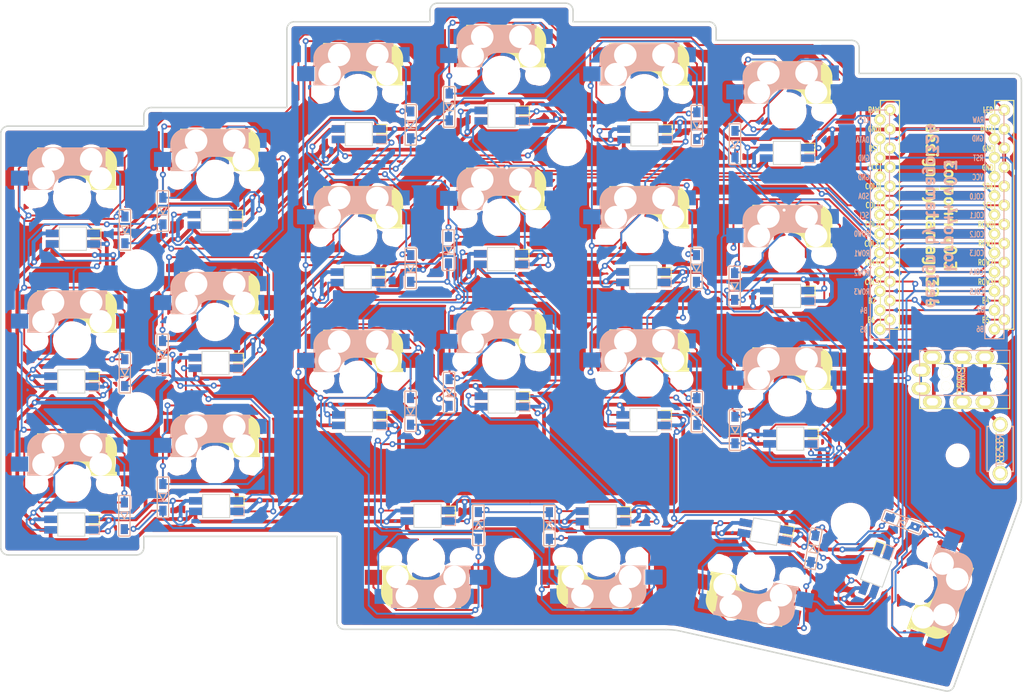
<source format=kicad_pcb>
(kicad_pcb (version 20171130) (host pcbnew "(5.1.10)-1")
  (layers (0 F.Cu signal) (31 B.Cu signal) (34 B.Paste user) (35 F.Paste user) (36 B.SilkS user) (37 F.SilkS user) (38 B.Mask user) (39 F.Mask user) (44 Edge.Cuts user))
  (net 0 "")
  (net 1 "Net-(D1-Pad2)")
  (net 2 row0)
  (net 3 "Net-(D2-Pad2)")
  (net 4 row1)
  (net 5 row2)
  (net 6 "Net-(D3-Pad2)")
  (net 7 "Net-(D4-Pad2)")
  (net 8 "Net-(D5-Pad2)")
  (net 9 "Net-(D6-Pad2)")
  (net 10 "Net-(D7-Pad2)")
  (net 11 "Net-(D8-Pad2)")
  (net 12 "Net-(D9-Pad2)")
  (net 13 "Net-(D10-Pad2)")
  (net 14 row3)
  (net 15 "Net-(D11-Pad2)")
  (net 16 "Net-(D12-Pad2)")
  (net 17 "Net-(D13-Pad2)")
  (net 18 "Net-(D14-Pad2)")
  (net 19 "Net-(D15-Pad2)")
  (net 20 "Net-(D16-Pad2)")
  (net 21 "Net-(D17-Pad2)")
  (net 22 "Net-(D18-Pad2)")
  (net 23 "Net-(D19-Pad2)")
  (net 24 "Net-(D20-Pad2)")
  (net 25 "Net-(D21-Pad2)")
  (net 26 "Net-(D22-Pad2)")
  (net 27 VCC)
  (net 28 "Net-(J1-PadA)")
  (net 29 GND)
  (net 30 data)
  (net 31 "Net-(LED1-Pad4)")
  (net 32 "Net-(LED1-Pad2)")
  (net 33 "Net-(LED2-Pad4)")
  (net 34 "Net-(LED3-Pad4)")
  (net 35 "Net-(LED4-Pad2)")
  (net 36 "Net-(LED5-Pad2)")
  (net 37 "Net-(LED7-Pad4)")
  (net 38 "Net-(LED11-Pad4)")
  (net 39 "Net-(LED8-Pad4)")
  (net 40 "Net-(LED10-Pad2)")
  (net 41 "Net-(LED10-Pad4)")
  (net 42 "Net-(LED11-Pad2)")
  (net 43 "Net-(LED12-Pad2)")
  (net 44 "Net-(LED13-Pad2)")
  (net 45 "Net-(LED15-Pad4)")
  (net 46 "Net-(LED15-Pad2)")
  (net 47 "Net-(LED16-Pad4)")
  (net 48 "Net-(LED17-Pad4)")
  (net 49 "Net-(LED18-Pad4)")
  (net 50 LED)
  (net 51 "Net-(LED19-Pad2)")
  (net 52 "Net-(LED20-Pad2)")
  (net 53 "Net-(LED21-Pad2)")
  (net 54 reset)
  (net 55 col0)
  (net 56 col1)
  (net 57 col2)
  (net 58 col3)
  (net 59 col4)
  (net 60 col5)
  (net 61 "Net-(U1-Pad24)")
  (net 62 "Net-(U1-Pad14)")
  (net 63 "Net-(U1-Pad13)")
  (net 64 "Net-(U1-Pad12)")
  (net 65 "Net-(U1-Pad11)")
  (net 66 "Net-(U1-Pad6)")
  (net 67 "Net-(U1-Pad5)")
  (module kbd:ProMicro_v2 (layer F.Cu) (at 152.781 55.3974)
    (fp_text reference U1 hide)
    (fp_text value ProMicro hide)
    (fp_text user RAW (at 4.191 -13.1445) (layer B.SilkS) (effects (font (size 0.75 0.5) (thickness 0.125)) (justify mirror)))
    (fp_text user LED (at -11.049 -13.1445) (layer B.SilkS) (effects (font (size 0.75 0.5) (thickness 0.125)) (justify mirror)))
    (fp_text user GND (at 4.1275 -10.668) (layer B.SilkS) (effects (font (size 0.75 0.5) (thickness 0.125)) (justify mirror)))
    (fp_text user DATA (at -11.2 -10.5) (layer B.SilkS) (effects (font (size 0.75 0.5) (thickness 0.125)) (justify mirror)))
    (fp_text user RST (at 4.191 -8.0645) (layer B.SilkS) (effects (font (size 0.75 0.5) (thickness 0.125)) (justify mirror)))
    (fp_text user GND (at -11.049 -8.0645) (layer B.SilkS) (effects (font (size 0.75 0.5) (thickness 0.125)) (justify mirror)))
    (fp_text user VCC (at 4.1275 -5.5245) (layer B.SilkS) (effects (font (size 0.75 0.5) (thickness 0.125)) (justify mirror)))
    (fp_text user GND (at -11.049 -5.5245) (layer B.SilkS) (effects (font (size 0.75 0.5) (thickness 0.125)) (justify mirror)))
    (fp_text user COL3 (at 4 4.6) (layer B.SilkS) (effects (font (size 0.75 0.5) (thickness 0.125)) (justify mirror)))
    (fp_text user ROW0 (at -11.3 2.032) (layer B.SilkS) (effects (font (size 0.75 0.5) (thickness 0.125)) (justify mirror)))
    (fp_text user COL2 (at 4 2.1) (layer B.SilkS) (effects (font (size 0.75 0.5) (thickness 0.125)) (justify mirror)))
    (fp_text user SCL (at -11.049 -0.4445) (layer B.SilkS) (effects (font (size 0.75 0.5) (thickness 0.125)) (justify mirror)))
    (fp_text user COL1 (at 4 -0.4445) (layer B.SilkS) (effects (font (size 0.75 0.5) (thickness 0.125)) (justify mirror)))
    (fp_text user SDA (at -11.049 -2.9845) (layer B.SilkS) (effects (font (size 0.75 0.5) (thickness 0.125)) (justify mirror)))
    (fp_text user COL0 (at 4 -2.95) (layer B.SilkS) (effects (font (size 0.75 0.5) (thickness 0.125)) (justify mirror)))
    (fp_text user B6 (at 4.445 14.732) (layer B.SilkS) (effects (font (size 0.75 0.5) (thickness 0.125)) (justify mirror)))
    (fp_text user B5 (at -11.049 14.7955) (layer B.SilkS) (effects (font (size 0.75 0.5) (thickness 0.125)) (justify mirror)))
    (fp_text user B4 (at -11.049 12.2555) (layer B.SilkS) (effects (font (size 0.75 0.5) (thickness 0.125)) (justify mirror)))
    (fp_text user B2 (at 4.5085 12.1285) (layer B.SilkS) (effects (font (size 0.75 0.5) (thickness 0.125)) (justify mirror)))
    (fp_text user ROW3 (at -11.3 9.75) (layer B.SilkS) (effects (font (size 0.75 0.5) (thickness 0.125)) (justify mirror)))
    (fp_text user COL5 (at 4 9.75) (layer B.SilkS) (effects (font (size 0.75 0.5) (thickness 0.125)) (justify mirror)))
    (fp_text user ROW2 (at -11.3 7.239) (layer B.SilkS) (effects (font (size 0.75 0.5) (thickness 0.125)) (justify mirror)))
    (fp_text user COL4 (at 3.95 7.112) (layer B.SilkS) (effects (font (size 0.75 0.5) (thickness 0.125)) (justify mirror)))
    (fp_text user ROW1 (at -11.3 4.6355) (layer B.SilkS) (effects (font (size 0.75 0.5) (thickness 0.125)) (justify mirror)))
    (fp_text user ROW1 (at 5.25 3.302) (layer F.SilkS) (effects (font (size 0.75 0.5) (thickness 0.125))))
    (fp_text user COL4 (at -9.95 5.85) (layer F.SilkS) (effects (font (size 0.75 0.5) (thickness 0.125))))
    (fp_text user ROW2 (at 5.2 5.85) (layer F.SilkS) (effects (font (size 0.75 0.5) (thickness 0.125))))
    (fp_text user COL5 (at -9.95 8.4455) (layer F.SilkS) (effects (font (size 0.75 0.5) (thickness 0.125))))
    (fp_text user ROW3 (at 5.2 8.4455) (layer F.SilkS) (effects (font (size 0.75 0.5) (thickness 0.125))))
    (fp_text user B2 (at -9.95 10.95) (layer F.SilkS) (effects (font (size 0.75 0.5) (thickness 0.125))))
    (fp_text user B4 (at 5.2 10.922) (layer F.SilkS) (effects (font (size 0.75 0.5) (thickness 0.125))))
    (fp_text user B5 (at 5.2 13.5255) (layer F.SilkS) (effects (font (size 0.75 0.5) (thickness 0.125))))
    (fp_text user B6 (at -10.05 13.5) (layer F.SilkS) (effects (font (size 0.75 0.5) (thickness 0.125))))
    (fp_text user COL0 (at -9.9 -4.3) (layer F.SilkS) (effects (font (size 0.75 0.5) (thickness 0.125))))
    (fp_text user SDA (at 5.461 -4.318) (layer F.SilkS) (effects (font (size 0.75 0.5) (thickness 0.125))))
    (fp_text user COL1 (at -9.85 -1.778) (layer F.SilkS) (effects (font (size 0.75 0.5) (thickness 0.125))))
    (fp_text user SCL (at 5.461 -1.778) (layer F.SilkS) (effects (font (size 0.75 0.5) (thickness 0.125))))
    (fp_text user COL2 (at -9.9 0.762) (layer F.SilkS) (effects (font (size 0.75 0.5) (thickness 0.125))))
    (fp_text user ROW0 (at 5.2 0.8) (layer F.SilkS) (effects (font (size 0.75 0.5) (thickness 0.125))))
    (fp_text user COL3 (at -10 3.35) (layer F.SilkS) (effects (font (size 0.75 0.5) (thickness 0.125))))
    (fp_text user GND (at 5.461 -6.7945) (layer F.SilkS) (effects (font (size 0.75 0.5) (thickness 0.125))))
    (fp_text user VCC (at -9.7155 -6.858) (layer F.SilkS) (effects (font (size 0.75 0.5) (thickness 0.125))))
    (fp_text user GND (at 5.5245 -9.3345) (layer F.SilkS) (effects (font (size 0.75 0.5) (thickness 0.125))))
    (fp_text user RST (at -9.7155 -9.3345) (layer F.SilkS) (effects (font (size 0.75 0.5) (thickness 0.125))))
    (fp_text user DATA (at 5.35 -11.95) (layer F.SilkS) (effects (font (size 0.75 0.5) (thickness 0.125))))
    (fp_text user GND (at -9.7155 -11.938) (layer F.SilkS) (effects (font (size 0.75 0.5) (thickness 0.125))))
    (fp_text user LED (at 5.5 -14.478) (layer F.SilkS) (effects (font (size 0.75 0.5) (thickness 0.125))))
    (fp_text user RAW (at -9.7155 -14.478) (layer F.SilkS) (effects (font (size 0.75 0.5) (thickness 0.125))))
    (pad 24 thru_hole circle (at -7.5636 -14.478) (size 1.524 1.524) (drill 0.8128) (layers *.Cu *.Mask F.SilkS) (net 61 "Net-(U1-Pad24)"))
    (pad 23 thru_hole circle (at -7.5636 -11.938) (size 1.524 1.524) (drill 0.8128) (layers *.Cu *.Mask F.SilkS) (net 29 GND))
    (pad 22 thru_hole circle (at -7.5636 -9.398) (size 1.524 1.524) (drill 0.8128) (layers *.Cu *.Mask F.SilkS) (net 54 reset))
    (pad 21 thru_hole circle (at -7.5636 -6.858) (size 1.524 1.524) (drill 0.8128) (layers *.Cu *.Mask F.SilkS) (net 27 VCC))
    (pad 20 thru_hole circle (at -7.5636 -4.318) (size 1.524 1.524) (drill 0.8128) (layers *.Cu *.Mask F.SilkS) (net 55 col0))
    (pad 19 thru_hole circle (at -7.5636 -1.778) (size 1.524 1.524) (drill 0.8128) (layers *.Cu *.Mask F.SilkS) (net 56 col1))
    (pad 18 thru_hole circle (at -7.5636 0.762) (size 1.524 1.524) (drill 0.8128) (layers *.Cu *.Mask F.SilkS) (net 57 col2))
    (pad 17 thru_hole circle (at -7.5636 3.302) (size 1.524 1.524) (drill 0.8128) (layers *.Cu *.Mask F.SilkS) (net 58 col3))
    (pad 16 thru_hole circle (at -7.5636 5.842) (size 1.524 1.524) (drill 0.8128) (layers *.Cu *.Mask F.SilkS) (net 59 col4))
    (pad 15 thru_hole circle (at -7.5636 8.382) (size 1.524 1.524) (drill 0.8128) (layers *.Cu *.Mask F.SilkS) (net 60 col5))
    (pad 14 thru_hole circle (at -7.5636 10.922) (size 1.524 1.524) (drill 0.8128) (layers *.Cu *.Mask F.SilkS) (net 62 "Net-(U1-Pad14)"))
    (pad 13 thru_hole circle (at -7.5636 13.462) (size 1.524 1.524) (drill 0.8128) (layers *.Cu *.Mask F.SilkS) (net 63 "Net-(U1-Pad13)"))
    (pad 12 thru_hole circle (at 7.6564 13.462) (size 1.524 1.524) (drill 0.8128) (layers *.Cu *.Mask F.SilkS) (net 64 "Net-(U1-Pad12)"))
    (pad 11 thru_hole circle (at 7.6564 10.922) (size 1.524 1.524) (drill 0.8128) (layers *.Cu *.Mask F.SilkS) (net 65 "Net-(U1-Pad11)"))
    (pad 10 thru_hole circle (at 7.6564 8.382) (size 1.524 1.524) (drill 0.8128) (layers *.Cu *.Mask F.SilkS) (net 14 row3))
    (pad 9 thru_hole circle (at 7.6564 5.842) (size 1.524 1.524) (drill 0.8128) (layers *.Cu *.Mask F.SilkS) (net 5 row2))
    (pad 8 thru_hole circle (at 7.6564 3.302) (size 1.524 1.524) (drill 0.8128) (layers *.Cu *.Mask F.SilkS) (net 4 row1))
    (pad 7 thru_hole circle (at 7.6564 0.762) (size 1.524 1.524) (drill 0.8128) (layers *.Cu *.Mask F.SilkS) (net 2 row0))
    (pad 6 thru_hole circle (at 7.6564 -1.778) (size 1.524 1.524) (drill 0.8128) (layers *.Cu *.Mask F.SilkS) (net 66 "Net-(U1-Pad6)"))
    (pad 5 thru_hole circle (at 7.6564 -4.318) (size 1.524 1.524) (drill 0.8128) (layers *.Cu *.Mask F.SilkS) (net 67 "Net-(U1-Pad5)"))
    (pad 4 thru_hole circle (at 7.6564 -6.858) (size 1.524 1.524) (drill 0.8128) (layers *.Cu *.Mask F.SilkS) (net 29 GND))
    (pad 3 thru_hole circle (at 7.6564 -9.398) (size 1.524 1.524) (drill 0.8128) (layers *.Cu *.Mask F.SilkS) (net 29 GND))
    (pad 2 thru_hole circle (at 7.6564 -11.938) (size 1.524 1.524) (drill 0.8128) (layers *.Cu *.Mask F.SilkS) (net 30 data))
    (pad 1 thru_hole circle (at 7.6564 -14.478) (size 1.524 1.524) (drill 0.8128) (layers *.Cu *.Mask F.SilkS) (net 50 LED))
    (pad 1 thru_hole circle (at -8.89 -13.208) (size 1.524 1.524) (drill 0.8128) (layers *.Cu *.Mask F.SilkS) (net 50 LED))
    (pad 2 thru_hole circle (at -8.89 -10.668) (size 1.524 1.524) (drill 0.8128) (layers *.Cu *.Mask F.SilkS) (net 30 data))
    (pad 3 thru_hole circle (at -8.89 -8.128) (size 1.524 1.524) (drill 0.8128) (layers *.Cu *.Mask F.SilkS) (net 29 GND))
    (pad 4 thru_hole circle (at -8.89 -5.588) (size 1.524 1.524) (drill 0.8128) (layers *.Cu *.Mask F.SilkS) (net 29 GND))
    (pad 5 thru_hole circle (at -8.89 -3.048) (size 1.524 1.524) (drill 0.8128) (layers *.Cu *.Mask F.SilkS) (net 67 "Net-(U1-Pad5)"))
    (pad 6 thru_hole circle (at -8.89 -0.508) (size 1.524 1.524) (drill 0.8128) (layers *.Cu *.Mask F.SilkS) (net 66 "Net-(U1-Pad6)"))
    (pad 7 thru_hole circle (at -8.89 2.032) (size 1.524 1.524) (drill 0.8128) (layers *.Cu *.Mask F.SilkS) (net 2 row0))
    (pad 8 thru_hole circle (at -8.89 4.572) (size 1.524 1.524) (drill 0.8128) (layers *.Cu *.Mask F.SilkS) (net 4 row1))
    (pad 9 thru_hole circle (at -8.89 7.112) (size 1.524 1.524) (drill 0.8128) (layers *.Cu *.Mask F.SilkS) (net 5 row2))
    (pad 10 thru_hole circle (at -8.89 9.652) (size 1.524 1.524) (drill 0.8128) (layers *.Cu *.Mask F.SilkS) (net 14 row3))
    (pad 11 thru_hole circle (at -8.89 12.192) (size 1.524 1.524) (drill 0.8128) (layers *.Cu *.Mask F.SilkS) (net 65 "Net-(U1-Pad11)"))
    (pad 12 thru_hole circle (at -8.89 14.732) (size 1.524 1.524) (drill 0.8128) (layers *.Cu *.Mask F.SilkS) (net 64 "Net-(U1-Pad12)"))
    (pad 13 thru_hole circle (at 6.35 14.732) (size 1.524 1.524) (drill 0.8128) (layers *.Cu *.Mask F.SilkS) (net 63 "Net-(U1-Pad13)"))
    (pad 14 thru_hole circle (at 6.35 12.192) (size 1.524 1.524) (drill 0.8128) (layers *.Cu *.Mask F.SilkS) (net 62 "Net-(U1-Pad14)"))
    (pad 15 thru_hole circle (at 6.35 9.652) (size 1.524 1.524) (drill 0.8128) (layers *.Cu *.Mask F.SilkS) (net 60 col5))
    (pad 16 thru_hole circle (at 6.35 7.112) (size 1.524 1.524) (drill 0.8128) (layers *.Cu *.Mask F.SilkS) (net 59 col4))
    (pad 17 thru_hole circle (at 6.35 4.572) (size 1.524 1.524) (drill 0.8128) (layers *.Cu *.Mask F.SilkS) (net 58 col3))
    (pad 18 thru_hole circle (at 6.35 2.032) (size 1.524 1.524) (drill 0.8128) (layers *.Cu *.Mask F.SilkS) (net 57 col2))
    (pad 19 thru_hole circle (at 6.35 -0.508) (size 1.524 1.524) (drill 0.8128) (layers *.Cu *.Mask F.SilkS) (net 56 col1))
    (pad 20 thru_hole circle (at 6.35 -3.048) (size 1.524 1.524) (drill 0.8128) (layers *.Cu *.Mask F.SilkS) (net 55 col0))
    (pad 21 thru_hole circle (at 6.35 -5.588) (size 1.524 1.524) (drill 0.8128) (layers *.Cu *.Mask F.SilkS) (net 27 VCC))
    (pad 22 thru_hole circle (at 6.35 -8.128) (size 1.524 1.524) (drill 0.8128) (layers *.Cu *.Mask F.SilkS) (net 54 reset))
    (pad 23 thru_hole circle (at 6.35 -10.668) (size 1.524 1.524) (drill 0.8128) (layers *.Cu *.Mask F.SilkS) (net 29 GND))
    (pad 24 thru_hole circle (at 6.35 -13.208) (size 1.524 1.524) (drill 0.8128) (layers *.Cu *.Mask F.SilkS) (net 61 "Net-(U1-Pad24)"))
  )
  (module kbd:CherryMX_MidHeight_Hotswap (layer F.Cu) (at 55.372 88.1888)
    (fp_text reference SW6 hide)
    (fp_text value SW_PUSH hide)
    (pad 1 smd rect (at -7 -2.58 180) (size 2.3 2) (layers B.Cu B.Paste B.Mask) (net 56 col1))
    (pad 1 smd rect (at 7 -2.58 180) (size 2.3 2) (layers F.Cu F.Paste F.Mask) (net 56 col1))
    (pad 2 smd rect (at -5.7 -5.12 180) (size 2.3 2) (layers F.Cu F.Paste F.Mask) (net 9 "Net-(D6-Pad2)"))
    (pad "" np_thru_hole circle (at -3.81 -2.54 180) (size 3 3) (drill 3) (layers *.Cu *.Mask))
    (pad "" np_thru_hole circle (at -2.54 -5.08 180) (size 3 3) (drill 3) (layers *.Cu *.Mask))
    (pad "" np_thru_hole circle (at 3.81 -2.540001 180) (size 3 3) (drill 3) (layers *.Cu *.Mask))
    (pad "" np_thru_hole circle (at 2.54 -5.08 180) (size 3 3) (drill 3) (layers *.Cu *.Mask))
    (pad "" np_thru_hole circle (at 0 0 90) (size 4.1 4.1) (drill 4.1) (layers *.Cu *.Mask))
    (pad "" np_thru_hole circle (at 5.08 0) (size 1.9 1.9) (drill 1.9) (layers *.Cu *.Mask))
    (pad "" np_thru_hole circle (at -5.08 0) (size 1.9 1.9) (drill 1.9) (layers *.Cu *.Mask))
    (pad 2 smd rect (at 5.7 -5.12 180) (size 2.3 2) (layers B.Cu B.Paste B.Mask) (net 9 "Net-(D6-Pad2)"))
    (pad "" np_thru_hole circle (at -4.5 0) (size 1.7 1.7) (drill 1.7) (layers *.Cu *.Mask))
    (pad "" np_thru_hole circle (at 4.5 0) (size 1.7 1.7) (drill 1.7) (layers *.Cu *.Mask))
  )
  (module kbd:CherryMX_MidHeight_Hotswap (layer F.Cu) (at 127.406 102.413 170)
    (fp_text reference SW18 hide)
    (fp_text value SW_PUSH hide)
    (pad 1 smd rect (at -7 -2.58 350) (size 2.3 2) (layers B.Cu B.Paste B.Mask) (net 59 col4))
    (pad 1 smd rect (at 7 -2.58 350) (size 2.3 2) (layers F.Cu F.Paste F.Mask) (net 59 col4))
    (pad 2 smd rect (at -5.7 -5.12 350) (size 2.3 2) (layers F.Cu F.Paste F.Mask) (net 22 "Net-(D18-Pad2)"))
    (pad "" np_thru_hole circle (at -3.81 -2.54 350) (size 3 3) (drill 3) (layers *.Cu *.Mask))
    (pad "" np_thru_hole circle (at -2.54 -5.08 350) (size 3 3) (drill 3) (layers *.Cu *.Mask))
    (pad "" np_thru_hole circle (at 3.81 -2.540001 350) (size 3 3) (drill 3) (layers *.Cu *.Mask))
    (pad "" np_thru_hole circle (at 2.54 -5.08 350) (size 3 3) (drill 3) (layers *.Cu *.Mask))
    (pad "" np_thru_hole circle (at 0 0 260) (size 4.1 4.1) (drill 4.1) (layers *.Cu *.Mask))
    (pad "" np_thru_hole circle (at 5.08 0 170) (size 1.9 1.9) (drill 1.9) (layers *.Cu *.Mask))
    (pad "" np_thru_hole circle (at -5.08 0 170) (size 1.9 1.9) (drill 1.9) (layers *.Cu *.Mask))
    (pad 2 smd rect (at 5.7 -5.12 350) (size 2.3 2) (layers B.Cu B.Paste B.Mask) (net 22 "Net-(D18-Pad2)"))
    (pad "" np_thru_hole circle (at -4.5 0 170) (size 1.7 1.7) (drill 1.7) (layers *.Cu *.Mask))
    (pad "" np_thru_hole circle (at 4.5 0 170) (size 1.7 1.7) (drill 1.7) (layers *.Cu *.Mask))
  )
  (module kbd:CherryMX_MidHeight_Hotswap (layer F.Cu) (at 36.322 52.578)
    (fp_text reference SW1 hide)
    (fp_text value SW_PUSH hide)
    (pad 1 smd rect (at -7 -2.58 180) (size 2.3 2) (layers B.Cu B.Paste B.Mask) (net 55 col0))
    (pad 1 smd rect (at 7 -2.58 180) (size 2.3 2) (layers F.Cu F.Paste F.Mask) (net 55 col0))
    (pad 2 smd rect (at -5.7 -5.12 180) (size 2.3 2) (layers F.Cu F.Paste F.Mask) (net 1 "Net-(D1-Pad2)"))
    (pad "" np_thru_hole circle (at -3.81 -2.54 180) (size 3 3) (drill 3) (layers *.Cu *.Mask))
    (pad "" np_thru_hole circle (at -2.54 -5.08 180) (size 3 3) (drill 3) (layers *.Cu *.Mask))
    (pad "" np_thru_hole circle (at 3.81 -2.540001 180) (size 3 3) (drill 3) (layers *.Cu *.Mask))
    (pad "" np_thru_hole circle (at 2.54 -5.08 180) (size 3 3) (drill 3) (layers *.Cu *.Mask))
    (pad "" np_thru_hole circle (at 0 0 90) (size 4.1 4.1) (drill 4.1) (layers *.Cu *.Mask))
    (pad "" np_thru_hole circle (at 5.08 0) (size 1.9 1.9) (drill 1.9) (layers *.Cu *.Mask))
    (pad "" np_thru_hole circle (at -5.08 0) (size 1.9 1.9) (drill 1.9) (layers *.Cu *.Mask))
    (pad 2 smd rect (at 5.7 -5.12 180) (size 2.3 2) (layers B.Cu B.Paste B.Mask) (net 1 "Net-(D1-Pad2)"))
    (pad "" np_thru_hole circle (at -4.5 0) (size 1.7 1.7) (drill 1.7) (layers *.Cu *.Mask))
    (pad "" np_thru_hole circle (at 4.5 0) (size 1.7 1.7) (drill 1.7) (layers *.Cu *.Mask))
  )
  (module kbd:spacer_m2 (layer F.Cu) (at 45.0304 62.1284)
    (fp_text reference Ref6** hide)
    (fp_text value Val** hide)
    (pad "" np_thru_hole circle (at 0 0) (size 4.3 4.3) (drill 4.3) (layers *.Cu *.Mask))
  )
  (module kbd:spacer_m2 (layer F.Cu) (at 102.155 45.7454)
    (fp_text reference Ref7** hide)
    (fp_text value Val** hide)
    (pad "" np_thru_hole circle (at 0 0) (size 4.3 4.3) (drill 4.3) (layers *.Cu *.Mask))
  )
  (module kbd:spacer_m2 (layer F.Cu) (at 45.005 81.153)
    (fp_text reference Ref5** hide)
    (fp_text value Val** hide)
    (pad "" np_thru_hole circle (at 0 0) (size 4.3 4.3) (drill 4.3) (layers *.Cu *.Mask))
  )
  (module kbd:spacer_m2 (layer F.Cu) (at 95.1738 100.584)
    (fp_text reference Ref4** hide)
    (fp_text value Val** hide)
    (pad "" np_thru_hole circle (at 0 0) (size 4.3 4.3) (drill 4.3) (layers *.Cu *.Mask))
  )
  (module kbd:spacer_m2 (layer F.Cu) (at 139.979 95.9104)
    (fp_text reference Ref3** hide)
    (fp_text value Val** hide)
    (pad "" np_thru_hole circle (at 0 0) (size 4.3 4.3) (drill 4.3) (layers *.Cu *.Mask))
  )
  (module kbd:M2_HOLE_v2 (layer F.Cu) (at 154.229 86.9442)
    (fp_text reference Ref1** hide)
    (fp_text value Val1** hide)
    (pad "" np_thru_hole circle (at 0 0) (size 2.2 2.2) (drill 2.2) (layers *.Cu *.Mask))
  )
  (module kbd:M2_HOLE_v2 (layer F.Cu) (at 144.12 74.041)
    (fp_text reference Ref2** hide)
    (fp_text value Val2** hide)
    (pad "" np_thru_hole circle (at 0 0) (size 2.2 2.2) (drill 2.2) (layers *.Cu *.Mask))
  )
  (module kbd:D3_SMD (layer F.Cu) (at 43.3578 56.896 90)
    (fp_text reference D1 hide)
    (fp_text value 1N4148 hide)
    (pad 2 smd rect (at 1.775 0 90) (size 1.3 0.95) (layers F.Cu F.Paste F.Mask) (net 1 "Net-(D1-Pad2)"))
    (pad 1 smd rect (at -1.775 0 90) (size 1.3 0.95) (layers B.Cu B.Paste B.Mask) (net 2 row0))
    (pad 2 smd rect (at 1.775 0 90) (size 1.3 0.95) (layers B.Cu B.Paste B.Mask) (net 1 "Net-(D1-Pad2)"))
    (pad 1 smd rect (at -1.775 0 90) (size 1.3 0.95) (layers F.Cu F.Paste F.Mask) (net 2 row0))
  )
  (module kbd:D3_SMD (layer F.Cu) (at 43.3324 75.9206 90)
    (fp_text reference D2 hide)
    (fp_text value 1N4148 hide)
    (pad 2 smd rect (at 1.775 0 90) (size 1.3 0.95) (layers F.Cu F.Paste F.Mask) (net 3 "Net-(D2-Pad2)"))
    (pad 1 smd rect (at -1.775 0 90) (size 1.3 0.95) (layers B.Cu B.Paste B.Mask) (net 4 row1))
    (pad 2 smd rect (at 1.775 0 90) (size 1.3 0.95) (layers B.Cu B.Paste B.Mask) (net 3 "Net-(D2-Pad2)"))
    (pad 1 smd rect (at -1.775 0 90) (size 1.3 0.95) (layers F.Cu F.Paste F.Mask) (net 4 row1))
  )
  (module kbd:D3_SMD (layer F.Cu) (at 43.2816 94.996 90)
    (fp_text reference D3 hide)
    (fp_text value 1N4148 hide)
    (pad 2 smd rect (at 1.775 0 90) (size 1.3 0.95) (layers F.Cu F.Paste F.Mask) (net 6 "Net-(D3-Pad2)"))
    (pad 1 smd rect (at -1.775 0 90) (size 1.3 0.95) (layers B.Cu B.Paste B.Mask) (net 5 row2))
    (pad 2 smd rect (at 1.775 0 90) (size 1.3 0.95) (layers B.Cu B.Paste B.Mask) (net 6 "Net-(D3-Pad2)"))
    (pad 1 smd rect (at -1.775 0 90) (size 1.3 0.95) (layers F.Cu F.Paste F.Mask) (net 5 row2))
  )
  (module kbd:D3_SMD (layer F.Cu) (at 48.4124 54.3814 90)
    (fp_text reference D4 hide)
    (fp_text value 1N4148 hide)
    (pad 2 smd rect (at 1.775 0 90) (size 1.3 0.95) (layers F.Cu F.Paste F.Mask) (net 7 "Net-(D4-Pad2)"))
    (pad 1 smd rect (at -1.775 0 90) (size 1.3 0.95) (layers B.Cu B.Paste B.Mask) (net 2 row0))
    (pad 2 smd rect (at 1.775 0 90) (size 1.3 0.95) (layers B.Cu B.Paste B.Mask) (net 7 "Net-(D4-Pad2)"))
    (pad 1 smd rect (at -1.775 0 90) (size 1.3 0.95) (layers F.Cu F.Paste F.Mask) (net 2 row0))
  )
  (module kbd:D3_SMD (layer F.Cu) (at 48.3616 73.4822 90)
    (fp_text reference D5 hide)
    (fp_text value 1N4148 hide)
    (pad 2 smd rect (at 1.775 0 90) (size 1.3 0.95) (layers F.Cu F.Paste F.Mask) (net 8 "Net-(D5-Pad2)"))
    (pad 1 smd rect (at -1.775 0 90) (size 1.3 0.95) (layers B.Cu B.Paste B.Mask) (net 4 row1))
    (pad 2 smd rect (at 1.775 0 90) (size 1.3 0.95) (layers B.Cu B.Paste B.Mask) (net 8 "Net-(D5-Pad2)"))
    (pad 1 smd rect (at -1.775 0 90) (size 1.3 0.95) (layers F.Cu F.Paste F.Mask) (net 4 row1))
  )
  (module kbd:D3_SMD (layer F.Cu) (at 48.4124 92.5322 90)
    (fp_text reference D6 hide)
    (fp_text value 1N4148 hide)
    (pad 2 smd rect (at 1.775 0 90) (size 1.3 0.95) (layers F.Cu F.Paste F.Mask) (net 9 "Net-(D6-Pad2)"))
    (pad 1 smd rect (at -1.775 0 90) (size 1.3 0.95) (layers B.Cu B.Paste B.Mask) (net 5 row2))
    (pad 2 smd rect (at 1.775 0 90) (size 1.3 0.95) (layers B.Cu B.Paste B.Mask) (net 9 "Net-(D6-Pad2)"))
    (pad 1 smd rect (at -1.775 0 90) (size 1.3 0.95) (layers F.Cu F.Paste F.Mask) (net 5 row2))
  )
  (module kbd:D3_SMD (layer F.Cu) (at 81.407 42.9006 90)
    (fp_text reference D7 hide)
    (fp_text value 1N4148 hide)
    (pad 2 smd rect (at 1.775 0 90) (size 1.3 0.95) (layers F.Cu F.Paste F.Mask) (net 10 "Net-(D7-Pad2)"))
    (pad 1 smd rect (at -1.775 0 90) (size 1.3 0.95) (layers B.Cu B.Paste B.Mask) (net 2 row0))
    (pad 2 smd rect (at 1.775 0 90) (size 1.3 0.95) (layers B.Cu B.Paste B.Mask) (net 10 "Net-(D7-Pad2)"))
    (pad 1 smd rect (at -1.775 0 90) (size 1.3 0.95) (layers F.Cu F.Paste F.Mask) (net 2 row0))
  )
  (module kbd:D3_SMD (layer F.Cu) (at 81.407 62.0268 90)
    (fp_text reference D8 hide)
    (fp_text value 1N4148 hide)
    (pad 2 smd rect (at 1.775 0 90) (size 1.3 0.95) (layers F.Cu F.Paste F.Mask) (net 11 "Net-(D8-Pad2)"))
    (pad 1 smd rect (at -1.775 0 90) (size 1.3 0.95) (layers B.Cu B.Paste B.Mask) (net 4 row1))
    (pad 2 smd rect (at 1.775 0 90) (size 1.3 0.95) (layers B.Cu B.Paste B.Mask) (net 11 "Net-(D8-Pad2)"))
    (pad 1 smd rect (at -1.775 0 90) (size 1.3 0.95) (layers F.Cu F.Paste F.Mask) (net 4 row1))
  )
  (module kbd:D3_SMD (layer F.Cu) (at 81.3816 81.0768 90)
    (fp_text reference D9 hide)
    (fp_text value 1N4148 hide)
    (pad 2 smd rect (at 1.775 0 90) (size 1.3 0.95) (layers F.Cu F.Paste F.Mask) (net 12 "Net-(D9-Pad2)"))
    (pad 1 smd rect (at -1.775 0 90) (size 1.3 0.95) (layers B.Cu B.Paste B.Mask) (net 5 row2))
    (pad 2 smd rect (at 1.775 0 90) (size 1.3 0.95) (layers B.Cu B.Paste B.Mask) (net 12 "Net-(D9-Pad2)"))
    (pad 1 smd rect (at -1.775 0 90) (size 1.3 0.95) (layers F.Cu F.Paste F.Mask) (net 5 row2))
  )
  (module kbd:D3_SMD (layer F.Cu) (at 90.424 96.266 270)
    (fp_text reference D10 hide)
    (fp_text value 1N4148 hide)
    (pad 2 smd rect (at 1.775 0 270) (size 1.3 0.95) (layers F.Cu F.Paste F.Mask) (net 13 "Net-(D10-Pad2)"))
    (pad 1 smd rect (at -1.775 0 270) (size 1.3 0.95) (layers B.Cu B.Paste B.Mask) (net 14 row3))
    (pad 2 smd rect (at 1.775 0 270) (size 1.3 0.95) (layers B.Cu B.Paste B.Mask) (net 13 "Net-(D10-Pad2)"))
    (pad 1 smd rect (at -1.775 0 270) (size 1.3 0.95) (layers F.Cu F.Paste F.Mask) (net 14 row3))
  )
  (module kbd:D3_SMD (layer F.Cu) (at 86.5378 40.513 90)
    (fp_text reference D11 hide)
    (fp_text value 1N4148 hide)
    (pad 2 smd rect (at 1.775 0 90) (size 1.3 0.95) (layers F.Cu F.Paste F.Mask) (net 15 "Net-(D11-Pad2)"))
    (pad 1 smd rect (at -1.775 0 90) (size 1.3 0.95) (layers B.Cu B.Paste B.Mask) (net 2 row0))
    (pad 2 smd rect (at 1.775 0 90) (size 1.3 0.95) (layers B.Cu B.Paste B.Mask) (net 15 "Net-(D11-Pad2)"))
    (pad 1 smd rect (at -1.775 0 90) (size 1.3 0.95) (layers F.Cu F.Paste F.Mask) (net 2 row0))
  )
  (module kbd:D3_SMD (layer F.Cu) (at 86.4362 59.5884 90)
    (fp_text reference D12 hide)
    (fp_text value 1N4148 hide)
    (pad 2 smd rect (at 1.775 0 90) (size 1.3 0.95) (layers F.Cu F.Paste F.Mask) (net 16 "Net-(D12-Pad2)"))
    (pad 1 smd rect (at -1.775 0 90) (size 1.3 0.95) (layers B.Cu B.Paste B.Mask) (net 4 row1))
    (pad 2 smd rect (at 1.775 0 90) (size 1.3 0.95) (layers B.Cu B.Paste B.Mask) (net 16 "Net-(D12-Pad2)"))
    (pad 1 smd rect (at -1.775 0 90) (size 1.3 0.95) (layers F.Cu F.Paste F.Mask) (net 4 row1))
  )
  (module kbd:D3_SMD (layer F.Cu) (at 86.5124 78.5622 90)
    (fp_text reference D13 hide)
    (fp_text value 1N4148 hide)
    (pad 2 smd rect (at 1.775 0 90) (size 1.3 0.95) (layers F.Cu F.Paste F.Mask) (net 17 "Net-(D13-Pad2)"))
    (pad 1 smd rect (at -1.775 0 90) (size 1.3 0.95) (layers B.Cu B.Paste B.Mask) (net 5 row2))
    (pad 2 smd rect (at 1.775 0 90) (size 1.3 0.95) (layers B.Cu B.Paste B.Mask) (net 17 "Net-(D13-Pad2)"))
    (pad 1 smd rect (at -1.775 0 90) (size 1.3 0.95) (layers F.Cu F.Paste F.Mask) (net 5 row2))
  )
  (module kbd:D3_SMD (layer F.Cu) (at 99.8728 96.2914 270)
    (fp_text reference D14 hide)
    (fp_text value 1N4148 hide)
    (pad 2 smd rect (at 1.775 0 270) (size 1.3 0.95) (layers F.Cu F.Paste F.Mask) (net 18 "Net-(D14-Pad2)"))
    (pad 1 smd rect (at -1.775 0 270) (size 1.3 0.95) (layers B.Cu B.Paste B.Mask) (net 14 row3))
    (pad 2 smd rect (at 1.775 0 270) (size 1.3 0.95) (layers B.Cu B.Paste B.Mask) (net 18 "Net-(D14-Pad2)"))
    (pad 1 smd rect (at -1.775 0 270) (size 1.3 0.95) (layers F.Cu F.Paste F.Mask) (net 14 row3))
  )
  (module kbd:D3_SMD (layer F.Cu) (at 119.507 43.0022 90)
    (fp_text reference D15 hide)
    (fp_text value 1N4148 hide)
    (pad 2 smd rect (at 1.775 0 90) (size 1.3 0.95) (layers F.Cu F.Paste F.Mask) (net 19 "Net-(D15-Pad2)"))
    (pad 1 smd rect (at -1.775 0 90) (size 1.3 0.95) (layers B.Cu B.Paste B.Mask) (net 2 row0))
    (pad 2 smd rect (at 1.775 0 90) (size 1.3 0.95) (layers B.Cu B.Paste B.Mask) (net 19 "Net-(D15-Pad2)"))
    (pad 1 smd rect (at -1.775 0 90) (size 1.3 0.95) (layers F.Cu F.Paste F.Mask) (net 2 row0))
  )
  (module kbd:D3_SMD (layer F.Cu) (at 119.456 62.0268 90)
    (fp_text reference D16 hide)
    (fp_text value 1N4148 hide)
    (pad 2 smd rect (at 1.775 0 90) (size 1.3 0.95) (layers F.Cu F.Paste F.Mask) (net 20 "Net-(D16-Pad2)"))
    (pad 1 smd rect (at -1.775 0 90) (size 1.3 0.95) (layers B.Cu B.Paste B.Mask) (net 4 row1))
    (pad 2 smd rect (at 1.775 0 90) (size 1.3 0.95) (layers B.Cu B.Paste B.Mask) (net 20 "Net-(D16-Pad2)"))
    (pad 1 smd rect (at -1.775 0 90) (size 1.3 0.95) (layers F.Cu F.Paste F.Mask) (net 4 row1))
  )
  (module kbd:D3_SMD (layer F.Cu) (at 119.507 81.1022 90)
    (fp_text reference D17 hide)
    (fp_text value 1N4148 hide)
    (pad 2 smd rect (at 1.775 0 90) (size 1.3 0.95) (layers F.Cu F.Paste F.Mask) (net 21 "Net-(D17-Pad2)"))
    (pad 1 smd rect (at -1.775 0 90) (size 1.3 0.95) (layers B.Cu B.Paste B.Mask) (net 5 row2))
    (pad 2 smd rect (at 1.775 0 90) (size 1.3 0.95) (layers B.Cu B.Paste B.Mask) (net 21 "Net-(D17-Pad2)"))
    (pad 1 smd rect (at -1.775 0 90) (size 1.3 0.95) (layers F.Cu F.Paste F.Mask) (net 5 row2))
  )
  (module kbd:D3_SMD (layer F.Cu) (at 134.998 99.3856 260)
    (fp_text reference D18 hide)
    (fp_text value 1N4148 hide)
    (pad 2 smd rect (at 1.775 0 260) (size 1.3 0.95) (layers F.Cu F.Paste F.Mask) (net 22 "Net-(D18-Pad2)"))
    (pad 1 smd rect (at -1.775 0 260) (size 1.3 0.95) (layers B.Cu B.Paste B.Mask) (net 14 row3))
    (pad 2 smd rect (at 1.775 0 260) (size 1.3 0.95) (layers B.Cu B.Paste B.Mask) (net 22 "Net-(D18-Pad2)"))
    (pad 1 smd rect (at -1.775 0 260) (size 1.3 0.95) (layers F.Cu F.Paste F.Mask) (net 14 row3))
  )
  (module kbd:D3_SMD (layer F.Cu) (at 124.587 45.466 90)
    (fp_text reference D19 hide)
    (fp_text value 1N4148 hide)
    (pad 2 smd rect (at 1.775 0 90) (size 1.3 0.95) (layers F.Cu F.Paste F.Mask) (net 23 "Net-(D19-Pad2)"))
    (pad 1 smd rect (at -1.775 0 90) (size 1.3 0.95) (layers B.Cu B.Paste B.Mask) (net 2 row0))
    (pad 2 smd rect (at 1.775 0 90) (size 1.3 0.95) (layers B.Cu B.Paste B.Mask) (net 23 "Net-(D19-Pad2)"))
    (pad 1 smd rect (at -1.775 0 90) (size 1.3 0.95) (layers F.Cu F.Paste F.Mask) (net 2 row0))
  )
  (module kbd:D3_SMD (layer F.Cu) (at 124.536 64.4398 90)
    (fp_text reference D20 hide)
    (fp_text value 1N4148 hide)
    (pad 2 smd rect (at 1.775 0 90) (size 1.3 0.95) (layers F.Cu F.Paste F.Mask) (net 24 "Net-(D20-Pad2)"))
    (pad 1 smd rect (at -1.775 0 90) (size 1.3 0.95) (layers B.Cu B.Paste B.Mask) (net 4 row1))
    (pad 2 smd rect (at 1.775 0 90) (size 1.3 0.95) (layers B.Cu B.Paste B.Mask) (net 24 "Net-(D20-Pad2)"))
    (pad 1 smd rect (at -1.775 0 90) (size 1.3 0.95) (layers F.Cu F.Paste F.Mask) (net 4 row1))
  )
  (module kbd:D3_SMD (layer F.Cu) (at 124.587 83.566 90)
    (fp_text reference D21 hide)
    (fp_text value 1N4148 hide)
    (pad 2 smd rect (at 1.775 0 90) (size 1.3 0.95) (layers F.Cu F.Paste F.Mask) (net 25 "Net-(D21-Pad2)"))
    (pad 1 smd rect (at -1.775 0 90) (size 1.3 0.95) (layers B.Cu B.Paste B.Mask) (net 5 row2))
    (pad 2 smd rect (at 1.775 0 90) (size 1.3 0.95) (layers B.Cu B.Paste B.Mask) (net 25 "Net-(D21-Pad2)"))
    (pad 1 smd rect (at -1.775 0 90) (size 1.3 0.95) (layers F.Cu F.Paste F.Mask) (net 5 row2))
  )
  (module kbd:D3_SMD (layer F.Cu) (at 146.888 95.8342 340)
    (fp_text reference D22 hide)
    (fp_text value 1N4148 hide)
    (pad 2 smd rect (at 1.775 0 340) (size 1.3 0.95) (layers F.Cu F.Paste F.Mask) (net 26 "Net-(D22-Pad2)"))
    (pad 1 smd rect (at -1.775 0 340) (size 1.3 0.95) (layers B.Cu B.Paste B.Mask) (net 14 row3))
    (pad 2 smd rect (at 1.775 0 340) (size 1.3 0.95) (layers B.Cu B.Paste B.Mask) (net 26 "Net-(D22-Pad2)"))
    (pad 1 smd rect (at -1.775 0 340) (size 1.3 0.95) (layers F.Cu F.Paste F.Mask) (net 14 row3))
  )
  (module kbd:MJ-4PP-9 (layer F.Cu) (at 161.163 77.6986 270)
    (fp_text reference J1)
    (fp_text value MJ-4PP-9 hide)
    (fp_text user TRRS (at -0.8255 6.4135 90) (layer B.SilkS) (effects (justify mirror)))
    (fp_text user TRRS (at -0.75 6.45 90) (layer F.SilkS))
    (pad "" np_thru_hole circle (at -1.75 8.5 270) (size 1.2 1.2) (drill 1.2) (layers *.Cu *.Mask F.SilkS))
    (pad "" np_thru_hole circle (at -1.75 1.5 270) (size 1.2 1.2) (drill 1.2) (layers *.Cu *.Mask F.SilkS))
    (pad D thru_hole oval (at -3.85 10.3 270) (size 1.7 2.5) (drill oval 1 1.5) (layers *.Cu *.Mask F.SilkS) (net 27 VCC) (clearance 0.15))
    (pad A thru_hole oval (at 0.35 11.8 270) (size 1.7 2.5) (drill oval 1 1.5) (layers *.Cu *.Mask F.SilkS) (net 28 "Net-(J1-PadA)") (clearance 0.15))
    (pad B thru_hole oval (at -3.85 3.3 270) (size 1.7 2.5) (drill oval 1 1.5) (layers *.Cu *.Mask F.SilkS) (net 29 GND))
    (pad C thru_hole oval (at -3.85 6.3 270) (size 1.7 2.5) (drill oval 1 1.5) (layers *.Cu *.Mask F.SilkS) (net 30 data))
    (pad "" np_thru_hole circle (at 0 1.5 270) (size 1.2 1.2) (drill 1.2) (layers *.Cu *.Mask F.SilkS))
    (pad "" np_thru_hole circle (at 0 8.5 270) (size 1.2 1.2) (drill 1.2) (layers *.Cu *.Mask F.SilkS))
    (pad B thru_hole oval (at 2.1 3.3 270) (size 1.7 2.5) (drill oval 1 1.5) (layers *.Cu *.Mask F.SilkS) (net 29 GND))
    (pad C thru_hole oval (at 2.1 6.3 270) (size 1.7 2.5) (drill oval 1 1.5) (layers *.Cu *.Mask F.SilkS) (net 30 data))
    (pad D thru_hole oval (at 2.1 10.3 270) (size 1.7 2.5) (drill oval 1 1.5) (layers *.Cu *.Mask F.SilkS) (net 27 VCC) (clearance 0.15))
    (pad A thru_hole oval (at -2.1 11.8 270) (size 1.7 2.5) (drill oval 1 1.5) (layers *.Cu *.Mask F.SilkS) (net 28 "Net-(J1-PadA)") (clearance 0.15))
  )
  (module korpo44:YS-SK6812MINI-E-reversible (layer F.Cu) (at 36.4236 58.0644 180)
    (fp_text reference LED1)
    (fp_text value YS-SK6812MINI-E hide)
    (fp_line (start -1.8 -1.55) (end -1.8 1.55) (layer Edge.Cuts) (width 0.12))
    (fp_line (start -1.8 1.55) (end 1.8 1.55) (layer Edge.Cuts) (width 0.12))
    (fp_line (start 1.8 1.55) (end 1.8 -1.55) (layer Edge.Cuts) (width 0.12))
    (fp_line (start 1.8 -1.55) (end -1.8 -1.55) (layer Edge.Cuts) (width 0.12))
    (pad 4 smd rect (at -2.75 -0.7 180) (size 1.7 1) (layers F.Cu F.Paste F.Mask) (net 31 "Net-(LED1-Pad4)"))
    (pad 3 smd rect (at -2.75 0.7 180) (size 1.7 1) (layers F.Cu F.Paste F.Mask) (net 29 GND))
    (pad 1 smd rect (at 2.75 -0.7 180) (size 1.7 1) (layers F.Cu F.Paste F.Mask) (net 27 VCC))
    (pad 2 smd rect (at 2.75 0.7 180) (size 1.7 1) (layers F.Cu F.Paste F.Mask) (net 32 "Net-(LED1-Pad2)"))
    (pad 2 smd rect (at 2.75 -0.7 180) (size 1.7 1) (layers B.Cu B.Paste B.Mask) (net 32 "Net-(LED1-Pad2)"))
    (pad 1 smd rect (at 2.75 0.7 180) (size 1.7 1) (layers B.Cu B.Paste B.Mask) (net 27 VCC))
    (pad 3 smd rect (at -2.75 -0.7 180) (size 1.7 1) (layers B.Cu B.Paste B.Mask) (net 29 GND))
    (pad 4 smd rect (at -2.75 0.7 180) (size 1.7 1) (layers B.Cu B.Paste B.Mask) (net 31 "Net-(LED1-Pad4)"))
  )
  (module korpo44:YS-SK6812MINI-E-reversible (layer F.Cu) (at 36.2204 77.089 180)
    (fp_text reference LED2)
    (fp_text value YS-SK6812MINI-E hide)
    (fp_line (start -1.8 -1.55) (end -1.8 1.55) (layer Edge.Cuts) (width 0.12))
    (fp_line (start -1.8 1.55) (end 1.8 1.55) (layer Edge.Cuts) (width 0.12))
    (fp_line (start 1.8 1.55) (end 1.8 -1.55) (layer Edge.Cuts) (width 0.12))
    (fp_line (start 1.8 -1.55) (end -1.8 -1.55) (layer Edge.Cuts) (width 0.12))
    (pad 4 smd rect (at -2.75 -0.7 180) (size 1.7 1) (layers F.Cu F.Paste F.Mask) (net 33 "Net-(LED2-Pad4)"))
    (pad 3 smd rect (at -2.75 0.7 180) (size 1.7 1) (layers F.Cu F.Paste F.Mask) (net 29 GND))
    (pad 1 smd rect (at 2.75 -0.7 180) (size 1.7 1) (layers F.Cu F.Paste F.Mask) (net 27 VCC))
    (pad 2 smd rect (at 2.75 0.7 180) (size 1.7 1) (layers F.Cu F.Paste F.Mask) (net 31 "Net-(LED1-Pad4)"))
    (pad 2 smd rect (at 2.75 -0.7 180) (size 1.7 1) (layers B.Cu B.Paste B.Mask) (net 31 "Net-(LED1-Pad4)"))
    (pad 1 smd rect (at 2.75 0.7 180) (size 1.7 1) (layers B.Cu B.Paste B.Mask) (net 27 VCC))
    (pad 3 smd rect (at -2.75 -0.7 180) (size 1.7 1) (layers B.Cu B.Paste B.Mask) (net 29 GND))
    (pad 4 smd rect (at -2.75 0.7 180) (size 1.7 1) (layers B.Cu B.Paste B.Mask) (net 33 "Net-(LED2-Pad4)"))
  )
  (module korpo44:YS-SK6812MINI-E-reversible (layer F.Cu) (at 36.2204 96.1644 180)
    (fp_text reference LED3)
    (fp_text value YS-SK6812MINI-E hide)
    (fp_line (start -1.8 -1.55) (end -1.8 1.55) (layer Edge.Cuts) (width 0.12))
    (fp_line (start -1.8 1.55) (end 1.8 1.55) (layer Edge.Cuts) (width 0.12))
    (fp_line (start 1.8 1.55) (end 1.8 -1.55) (layer Edge.Cuts) (width 0.12))
    (fp_line (start 1.8 -1.55) (end -1.8 -1.55) (layer Edge.Cuts) (width 0.12))
    (pad 4 smd rect (at -2.75 -0.7 180) (size 1.7 1) (layers F.Cu F.Paste F.Mask) (net 34 "Net-(LED3-Pad4)"))
    (pad 3 smd rect (at -2.75 0.7 180) (size 1.7 1) (layers F.Cu F.Paste F.Mask) (net 29 GND))
    (pad 1 smd rect (at 2.75 -0.7 180) (size 1.7 1) (layers F.Cu F.Paste F.Mask) (net 27 VCC))
    (pad 2 smd rect (at 2.75 0.7 180) (size 1.7 1) (layers F.Cu F.Paste F.Mask) (net 33 "Net-(LED2-Pad4)"))
    (pad 2 smd rect (at 2.75 -0.7 180) (size 1.7 1) (layers B.Cu B.Paste B.Mask) (net 33 "Net-(LED2-Pad4)"))
    (pad 1 smd rect (at 2.75 0.7 180) (size 1.7 1) (layers B.Cu B.Paste B.Mask) (net 27 VCC))
    (pad 3 smd rect (at -2.75 -0.7 180) (size 1.7 1) (layers B.Cu B.Paste B.Mask) (net 29 GND))
    (pad 4 smd rect (at -2.75 0.7 180) (size 1.7 1) (layers B.Cu B.Paste B.Mask) (net 34 "Net-(LED3-Pad4)"))
  )
  (module korpo44:YS-SK6812MINI-E-reversible (layer F.Cu) (at 55.3026 55.561 180)
    (fp_text reference LED4)
    (fp_text value YS-SK6812MINI-E hide)
    (fp_line (start 1.8 -1.55) (end -1.8 -1.55) (layer Edge.Cuts) (width 0.12))
    (fp_line (start 1.8 1.55) (end 1.8 -1.55) (layer Edge.Cuts) (width 0.12))
    (fp_line (start -1.8 1.55) (end 1.8 1.55) (layer Edge.Cuts) (width 0.12))
    (fp_line (start -1.8 -1.55) (end -1.8 1.55) (layer Edge.Cuts) (width 0.12))
    (pad 4 smd rect (at -2.75 0.7 180) (size 1.7 1) (layers B.Cu B.Paste B.Mask) (net 32 "Net-(LED1-Pad2)"))
    (pad 3 smd rect (at -2.75 -0.7 180) (size 1.7 1) (layers B.Cu B.Paste B.Mask) (net 29 GND))
    (pad 1 smd rect (at 2.75 0.7 180) (size 1.7 1) (layers B.Cu B.Paste B.Mask) (net 27 VCC))
    (pad 2 smd rect (at 2.75 -0.7 180) (size 1.7 1) (layers B.Cu B.Paste B.Mask) (net 35 "Net-(LED4-Pad2)"))
    (pad 2 smd rect (at 2.75 0.7 180) (size 1.7 1) (layers F.Cu F.Paste F.Mask) (net 35 "Net-(LED4-Pad2)"))
    (pad 1 smd rect (at 2.75 -0.7 180) (size 1.7 1) (layers F.Cu F.Paste F.Mask) (net 27 VCC))
    (pad 3 smd rect (at -2.75 0.7 180) (size 1.7 1) (layers F.Cu F.Paste F.Mask) (net 29 GND))
    (pad 4 smd rect (at -2.75 -0.7 180) (size 1.7 1) (layers F.Cu F.Paste F.Mask) (net 32 "Net-(LED1-Pad2)"))
  )
  (module korpo44:YS-SK6812MINI-E-reversible (layer F.Cu) (at 55.4228 74.6252 180)
    (fp_text reference LED5)
    (fp_text value YS-SK6812MINI-E hide)
    (fp_line (start 1.8 -1.55) (end -1.8 -1.55) (layer Edge.Cuts) (width 0.12))
    (fp_line (start 1.8 1.55) (end 1.8 -1.55) (layer Edge.Cuts) (width 0.12))
    (fp_line (start -1.8 1.55) (end 1.8 1.55) (layer Edge.Cuts) (width 0.12))
    (fp_line (start -1.8 -1.55) (end -1.8 1.55) (layer Edge.Cuts) (width 0.12))
    (pad 4 smd rect (at -2.75 0.7 180) (size 1.7 1) (layers B.Cu B.Paste B.Mask) (net 35 "Net-(LED4-Pad2)"))
    (pad 3 smd rect (at -2.75 -0.7 180) (size 1.7 1) (layers B.Cu B.Paste B.Mask) (net 29 GND))
    (pad 1 smd rect (at 2.75 0.7 180) (size 1.7 1) (layers B.Cu B.Paste B.Mask) (net 27 VCC))
    (pad 2 smd rect (at 2.75 -0.7 180) (size 1.7 1) (layers B.Cu B.Paste B.Mask) (net 36 "Net-(LED5-Pad2)"))
    (pad 2 smd rect (at 2.75 0.7 180) (size 1.7 1) (layers F.Cu F.Paste F.Mask) (net 36 "Net-(LED5-Pad2)"))
    (pad 1 smd rect (at 2.75 -0.7 180) (size 1.7 1) (layers F.Cu F.Paste F.Mask) (net 27 VCC))
    (pad 3 smd rect (at -2.75 0.7 180) (size 1.7 1) (layers F.Cu F.Paste F.Mask) (net 29 GND))
    (pad 4 smd rect (at -2.75 -0.7 180) (size 1.7 1) (layers F.Cu F.Paste F.Mask) (net 35 "Net-(LED4-Pad2)"))
  )
  (module korpo44:YS-SK6812MINI-E-reversible (layer F.Cu) (at 55.499 93.7006 180)
    (fp_text reference LED6)
    (fp_text value YS-SK6812MINI-E hide)
    (fp_line (start 1.8 -1.55) (end -1.8 -1.55) (layer Edge.Cuts) (width 0.12))
    (fp_line (start 1.8 1.55) (end 1.8 -1.55) (layer Edge.Cuts) (width 0.12))
    (fp_line (start -1.8 1.55) (end 1.8 1.55) (layer Edge.Cuts) (width 0.12))
    (fp_line (start -1.8 -1.55) (end -1.8 1.55) (layer Edge.Cuts) (width 0.12))
    (pad 4 smd rect (at -2.75 0.7 180) (size 1.7 1) (layers B.Cu B.Paste B.Mask) (net 36 "Net-(LED5-Pad2)"))
    (pad 3 smd rect (at -2.75 -0.7 180) (size 1.7 1) (layers B.Cu B.Paste B.Mask) (net 29 GND))
    (pad 1 smd rect (at 2.75 0.7 180) (size 1.7 1) (layers B.Cu B.Paste B.Mask) (net 27 VCC))
    (pad 2 smd rect (at 2.75 -0.7 180) (size 1.7 1) (layers B.Cu B.Paste B.Mask) (net 34 "Net-(LED3-Pad4)"))
    (pad 2 smd rect (at 2.75 0.7 180) (size 1.7 1) (layers F.Cu F.Paste F.Mask) (net 34 "Net-(LED3-Pad4)"))
    (pad 1 smd rect (at 2.75 -0.7 180) (size 1.7 1) (layers F.Cu F.Paste F.Mask) (net 27 VCC))
    (pad 3 smd rect (at -2.75 0.7 180) (size 1.7 1) (layers F.Cu F.Paste F.Mask) (net 29 GND))
    (pad 4 smd rect (at -2.75 -0.7 180) (size 1.7 1) (layers F.Cu F.Paste F.Mask) (net 36 "Net-(LED5-Pad2)"))
  )
  (module korpo44:YS-SK6812MINI-E-reversible (layer F.Cu) (at 74.4982 44.1452 180)
    (fp_text reference LED7)
    (fp_text value YS-SK6812MINI-E hide)
    (fp_line (start -1.8 -1.55) (end -1.8 1.55) (layer Edge.Cuts) (width 0.12))
    (fp_line (start -1.8 1.55) (end 1.8 1.55) (layer Edge.Cuts) (width 0.12))
    (fp_line (start 1.8 1.55) (end 1.8 -1.55) (layer Edge.Cuts) (width 0.12))
    (fp_line (start 1.8 -1.55) (end -1.8 -1.55) (layer Edge.Cuts) (width 0.12))
    (pad 4 smd rect (at -2.75 -0.7 180) (size 1.7 1) (layers F.Cu F.Paste F.Mask) (net 37 "Net-(LED7-Pad4)"))
    (pad 3 smd rect (at -2.75 0.7 180) (size 1.7 1) (layers F.Cu F.Paste F.Mask) (net 29 GND))
    (pad 1 smd rect (at 2.75 -0.7 180) (size 1.7 1) (layers F.Cu F.Paste F.Mask) (net 27 VCC))
    (pad 2 smd rect (at 2.75 0.7 180) (size 1.7 1) (layers F.Cu F.Paste F.Mask) (net 38 "Net-(LED11-Pad4)"))
    (pad 2 smd rect (at 2.75 -0.7 180) (size 1.7 1) (layers B.Cu B.Paste B.Mask) (net 38 "Net-(LED11-Pad4)"))
    (pad 1 smd rect (at 2.75 0.7 180) (size 1.7 1) (layers B.Cu B.Paste B.Mask) (net 27 VCC))
    (pad 3 smd rect (at -2.75 -0.7 180) (size 1.7 1) (layers B.Cu B.Paste B.Mask) (net 29 GND))
    (pad 4 smd rect (at -2.75 0.7 180) (size 1.7 1) (layers B.Cu B.Paste B.Mask) (net 37 "Net-(LED7-Pad4)"))
  )
  (module korpo44:YS-SK6812MINI-E-reversible (layer F.Cu) (at 74.3458 63.2206 180)
    (fp_text reference LED8)
    (fp_text value YS-SK6812MINI-E hide)
    (fp_line (start -1.8 -1.55) (end -1.8 1.55) (layer Edge.Cuts) (width 0.12))
    (fp_line (start -1.8 1.55) (end 1.8 1.55) (layer Edge.Cuts) (width 0.12))
    (fp_line (start 1.8 1.55) (end 1.8 -1.55) (layer Edge.Cuts) (width 0.12))
    (fp_line (start 1.8 -1.55) (end -1.8 -1.55) (layer Edge.Cuts) (width 0.12))
    (pad 4 smd rect (at -2.75 -0.7 180) (size 1.7 1) (layers F.Cu F.Paste F.Mask) (net 39 "Net-(LED8-Pad4)"))
    (pad 3 smd rect (at -2.75 0.7 180) (size 1.7 1) (layers F.Cu F.Paste F.Mask) (net 29 GND))
    (pad 1 smd rect (at 2.75 -0.7 180) (size 1.7 1) (layers F.Cu F.Paste F.Mask) (net 27 VCC))
    (pad 2 smd rect (at 2.75 0.7 180) (size 1.7 1) (layers F.Cu F.Paste F.Mask) (net 37 "Net-(LED7-Pad4)"))
    (pad 2 smd rect (at 2.75 -0.7 180) (size 1.7 1) (layers B.Cu B.Paste B.Mask) (net 37 "Net-(LED7-Pad4)"))
    (pad 1 smd rect (at 2.75 0.7 180) (size 1.7 1) (layers B.Cu B.Paste B.Mask) (net 27 VCC))
    (pad 3 smd rect (at -2.75 -0.7 180) (size 1.7 1) (layers B.Cu B.Paste B.Mask) (net 29 GND))
    (pad 4 smd rect (at -2.75 0.7 180) (size 1.7 1) (layers B.Cu B.Paste B.Mask) (net 39 "Net-(LED8-Pad4)"))
  )
  (module korpo44:YS-SK6812MINI-E-reversible (layer F.Cu) (at 74.5236 82.2452 180)
    (fp_text reference LED9)
    (fp_text value YS-SK6812MINI-E hide)
    (fp_line (start -1.8 -1.55) (end -1.8 1.55) (layer Edge.Cuts) (width 0.12))
    (fp_line (start -1.8 1.55) (end 1.8 1.55) (layer Edge.Cuts) (width 0.12))
    (fp_line (start 1.8 1.55) (end 1.8 -1.55) (layer Edge.Cuts) (width 0.12))
    (fp_line (start 1.8 -1.55) (end -1.8 -1.55) (layer Edge.Cuts) (width 0.12))
    (pad 4 smd rect (at -2.75 -0.7 180) (size 1.7 1) (layers F.Cu F.Paste F.Mask) (net 40 "Net-(LED10-Pad2)"))
    (pad 3 smd rect (at -2.75 0.7 180) (size 1.7 1) (layers F.Cu F.Paste F.Mask) (net 29 GND))
    (pad 1 smd rect (at 2.75 -0.7 180) (size 1.7 1) (layers F.Cu F.Paste F.Mask) (net 27 VCC))
    (pad 2 smd rect (at 2.75 0.7 180) (size 1.7 1) (layers F.Cu F.Paste F.Mask) (net 39 "Net-(LED8-Pad4)"))
    (pad 2 smd rect (at 2.75 -0.7 180) (size 1.7 1) (layers B.Cu B.Paste B.Mask) (net 39 "Net-(LED8-Pad4)"))
    (pad 1 smd rect (at 2.75 0.7 180) (size 1.7 1) (layers B.Cu B.Paste B.Mask) (net 27 VCC))
    (pad 3 smd rect (at -2.75 -0.7 180) (size 1.7 1) (layers B.Cu B.Paste B.Mask) (net 29 GND))
    (pad 4 smd rect (at -2.75 0.7 180) (size 1.7 1) (layers B.Cu B.Paste B.Mask) (net 40 "Net-(LED10-Pad2)"))
  )
  (module korpo44:YS-SK6812MINI-E-reversible (layer F.Cu) (at 83.6422 94.996 180)
    (fp_text reference LED10)
    (fp_text value YS-SK6812MINI-E hide)
    (fp_line (start -1.8 -1.55) (end -1.8 1.55) (layer Edge.Cuts) (width 0.12))
    (fp_line (start -1.8 1.55) (end 1.8 1.55) (layer Edge.Cuts) (width 0.12))
    (fp_line (start 1.8 1.55) (end 1.8 -1.55) (layer Edge.Cuts) (width 0.12))
    (fp_line (start 1.8 -1.55) (end -1.8 -1.55) (layer Edge.Cuts) (width 0.12))
    (pad 4 smd rect (at -2.75 -0.7 180) (size 1.7 1) (layers F.Cu F.Paste F.Mask) (net 41 "Net-(LED10-Pad4)"))
    (pad 3 smd rect (at -2.75 0.7 180) (size 1.7 1) (layers F.Cu F.Paste F.Mask) (net 29 GND))
    (pad 1 smd rect (at 2.75 -0.7 180) (size 1.7 1) (layers F.Cu F.Paste F.Mask) (net 27 VCC))
    (pad 2 smd rect (at 2.75 0.7 180) (size 1.7 1) (layers F.Cu F.Paste F.Mask) (net 40 "Net-(LED10-Pad2)"))
    (pad 2 smd rect (at 2.75 -0.7 180) (size 1.7 1) (layers B.Cu B.Paste B.Mask) (net 40 "Net-(LED10-Pad2)"))
    (pad 1 smd rect (at 2.75 0.7 180) (size 1.7 1) (layers B.Cu B.Paste B.Mask) (net 27 VCC))
    (pad 3 smd rect (at -2.75 -0.7 180) (size 1.7 1) (layers B.Cu B.Paste B.Mask) (net 29 GND))
    (pad 4 smd rect (at -2.75 0.7 180) (size 1.7 1) (layers B.Cu B.Paste B.Mask) (net 41 "Net-(LED10-Pad4)"))
  )
  (module korpo44:YS-SK6812MINI-E-reversible (layer F.Cu) (at 93.4974 41.6814 180)
    (fp_text reference LED11)
    (fp_text value YS-SK6812MINI-E hide)
    (fp_line (start 1.8 -1.55) (end -1.8 -1.55) (layer Edge.Cuts) (width 0.12))
    (fp_line (start 1.8 1.55) (end 1.8 -1.55) (layer Edge.Cuts) (width 0.12))
    (fp_line (start -1.8 1.55) (end 1.8 1.55) (layer Edge.Cuts) (width 0.12))
    (fp_line (start -1.8 -1.55) (end -1.8 1.55) (layer Edge.Cuts) (width 0.12))
    (pad 4 smd rect (at -2.75 0.7 180) (size 1.7 1) (layers B.Cu B.Paste B.Mask) (net 38 "Net-(LED11-Pad4)"))
    (pad 3 smd rect (at -2.75 -0.7 180) (size 1.7 1) (layers B.Cu B.Paste B.Mask) (net 29 GND))
    (pad 1 smd rect (at 2.75 0.7 180) (size 1.7 1) (layers B.Cu B.Paste B.Mask) (net 27 VCC))
    (pad 2 smd rect (at 2.75 -0.7 180) (size 1.7 1) (layers B.Cu B.Paste B.Mask) (net 42 "Net-(LED11-Pad2)"))
    (pad 2 smd rect (at 2.75 0.7 180) (size 1.7 1) (layers F.Cu F.Paste F.Mask) (net 42 "Net-(LED11-Pad2)"))
    (pad 1 smd rect (at 2.75 -0.7 180) (size 1.7 1) (layers F.Cu F.Paste F.Mask) (net 27 VCC))
    (pad 3 smd rect (at -2.75 0.7 180) (size 1.7 1) (layers F.Cu F.Paste F.Mask) (net 29 GND))
    (pad 4 smd rect (at -2.75 -0.7 180) (size 1.7 1) (layers F.Cu F.Paste F.Mask) (net 38 "Net-(LED11-Pad4)"))
  )
  (module korpo44:YS-SK6812MINI-E-reversible (layer F.Cu) (at 93.4212 60.7822 180)
    (fp_text reference LED12)
    (fp_text value YS-SK6812MINI-E hide)
    (fp_line (start 1.8 -1.55) (end -1.8 -1.55) (layer Edge.Cuts) (width 0.12))
    (fp_line (start 1.8 1.55) (end 1.8 -1.55) (layer Edge.Cuts) (width 0.12))
    (fp_line (start -1.8 1.55) (end 1.8 1.55) (layer Edge.Cuts) (width 0.12))
    (fp_line (start -1.8 -1.55) (end -1.8 1.55) (layer Edge.Cuts) (width 0.12))
    (pad 4 smd rect (at -2.75 0.7 180) (size 1.7 1) (layers B.Cu B.Paste B.Mask) (net 42 "Net-(LED11-Pad2)"))
    (pad 3 smd rect (at -2.75 -0.7 180) (size 1.7 1) (layers B.Cu B.Paste B.Mask) (net 29 GND))
    (pad 1 smd rect (at 2.75 0.7 180) (size 1.7 1) (layers B.Cu B.Paste B.Mask) (net 27 VCC))
    (pad 2 smd rect (at 2.75 -0.7 180) (size 1.7 1) (layers B.Cu B.Paste B.Mask) (net 43 "Net-(LED12-Pad2)"))
    (pad 2 smd rect (at 2.75 0.7 180) (size 1.7 1) (layers F.Cu F.Paste F.Mask) (net 43 "Net-(LED12-Pad2)"))
    (pad 1 smd rect (at 2.75 -0.7 180) (size 1.7 1) (layers F.Cu F.Paste F.Mask) (net 27 VCC))
    (pad 3 smd rect (at -2.75 0.7 180) (size 1.7 1) (layers F.Cu F.Paste F.Mask) (net 29 GND))
    (pad 4 smd rect (at -2.75 -0.7 180) (size 1.7 1) (layers F.Cu F.Paste F.Mask) (net 42 "Net-(LED11-Pad2)"))
  )
  (module korpo44:YS-SK6812MINI-E-reversible (layer F.Cu) (at 93.5228 79.756 180)
    (fp_text reference LED13)
    (fp_text value YS-SK6812MINI-E hide)
    (fp_line (start 1.8 -1.55) (end -1.8 -1.55) (layer Edge.Cuts) (width 0.12))
    (fp_line (start 1.8 1.55) (end 1.8 -1.55) (layer Edge.Cuts) (width 0.12))
    (fp_line (start -1.8 1.55) (end 1.8 1.55) (layer Edge.Cuts) (width 0.12))
    (fp_line (start -1.8 -1.55) (end -1.8 1.55) (layer Edge.Cuts) (width 0.12))
    (pad 4 smd rect (at -2.75 0.7 180) (size 1.7 1) (layers B.Cu B.Paste B.Mask) (net 43 "Net-(LED12-Pad2)"))
    (pad 3 smd rect (at -2.75 -0.7 180) (size 1.7 1) (layers B.Cu B.Paste B.Mask) (net 29 GND))
    (pad 1 smd rect (at 2.75 0.7 180) (size 1.7 1) (layers B.Cu B.Paste B.Mask) (net 27 VCC))
    (pad 2 smd rect (at 2.75 -0.7 180) (size 1.7 1) (layers B.Cu B.Paste B.Mask) (net 44 "Net-(LED13-Pad2)"))
    (pad 2 smd rect (at 2.75 0.7 180) (size 1.7 1) (layers F.Cu F.Paste F.Mask) (net 44 "Net-(LED13-Pad2)"))
    (pad 1 smd rect (at 2.75 -0.7 180) (size 1.7 1) (layers F.Cu F.Paste F.Mask) (net 27 VCC))
    (pad 3 smd rect (at -2.75 0.7 180) (size 1.7 1) (layers F.Cu F.Paste F.Mask) (net 29 GND))
    (pad 4 smd rect (at -2.75 -0.7 180) (size 1.7 1) (layers F.Cu F.Paste F.Mask) (net 43 "Net-(LED12-Pad2)"))
  )
  (module korpo44:YS-SK6812MINI-E-reversible (layer F.Cu) (at 106.985 95.0722 180)
    (fp_text reference LED14)
    (fp_text value YS-SK6812MINI-E hide)
    (fp_line (start 1.8 -1.55) (end -1.8 -1.55) (layer Edge.Cuts) (width 0.12))
    (fp_line (start 1.8 1.55) (end 1.8 -1.55) (layer Edge.Cuts) (width 0.12))
    (fp_line (start -1.8 1.55) (end 1.8 1.55) (layer Edge.Cuts) (width 0.12))
    (fp_line (start -1.8 -1.55) (end -1.8 1.55) (layer Edge.Cuts) (width 0.12))
    (pad 4 smd rect (at -2.75 0.7 180) (size 1.7 1) (layers B.Cu B.Paste B.Mask) (net 44 "Net-(LED13-Pad2)"))
    (pad 3 smd rect (at -2.75 -0.7 180) (size 1.7 1) (layers B.Cu B.Paste B.Mask) (net 29 GND))
    (pad 1 smd rect (at 2.75 0.7 180) (size 1.7 1) (layers B.Cu B.Paste B.Mask) (net 27 VCC))
    (pad 2 smd rect (at 2.75 -0.7 180) (size 1.7 1) (layers B.Cu B.Paste B.Mask) (net 41 "Net-(LED10-Pad4)"))
    (pad 2 smd rect (at 2.75 0.7 180) (size 1.7 1) (layers F.Cu F.Paste F.Mask) (net 41 "Net-(LED10-Pad4)"))
    (pad 1 smd rect (at 2.75 -0.7 180) (size 1.7 1) (layers F.Cu F.Paste F.Mask) (net 27 VCC))
    (pad 3 smd rect (at -2.75 0.7 180) (size 1.7 1) (layers F.Cu F.Paste F.Mask) (net 29 GND))
    (pad 4 smd rect (at -2.75 -0.7 180) (size 1.7 1) (layers F.Cu F.Paste F.Mask) (net 44 "Net-(LED13-Pad2)"))
  )
  (module korpo44:YS-SK6812MINI-E-reversible (layer F.Cu) (at 112.522 44.1706 180)
    (fp_text reference LED15)
    (fp_text value YS-SK6812MINI-E hide)
    (fp_line (start -1.8 -1.55) (end -1.8 1.55) (layer Edge.Cuts) (width 0.12))
    (fp_line (start -1.8 1.55) (end 1.8 1.55) (layer Edge.Cuts) (width 0.12))
    (fp_line (start 1.8 1.55) (end 1.8 -1.55) (layer Edge.Cuts) (width 0.12))
    (fp_line (start 1.8 -1.55) (end -1.8 -1.55) (layer Edge.Cuts) (width 0.12))
    (pad 4 smd rect (at -2.75 -0.7 180) (size 1.7 1) (layers F.Cu F.Paste F.Mask) (net 45 "Net-(LED15-Pad4)"))
    (pad 3 smd rect (at -2.75 0.7 180) (size 1.7 1) (layers F.Cu F.Paste F.Mask) (net 29 GND))
    (pad 1 smd rect (at 2.75 -0.7 180) (size 1.7 1) (layers F.Cu F.Paste F.Mask) (net 27 VCC))
    (pad 2 smd rect (at 2.75 0.7 180) (size 1.7 1) (layers F.Cu F.Paste F.Mask) (net 46 "Net-(LED15-Pad2)"))
    (pad 2 smd rect (at 2.75 -0.7 180) (size 1.7 1) (layers B.Cu B.Paste B.Mask) (net 46 "Net-(LED15-Pad2)"))
    (pad 1 smd rect (at 2.75 0.7 180) (size 1.7 1) (layers B.Cu B.Paste B.Mask) (net 27 VCC))
    (pad 3 smd rect (at -2.75 -0.7 180) (size 1.7 1) (layers B.Cu B.Paste B.Mask) (net 29 GND))
    (pad 4 smd rect (at -2.75 0.7 180) (size 1.7 1) (layers B.Cu B.Paste B.Mask) (net 45 "Net-(LED15-Pad4)"))
  )
  (module korpo44:YS-SK6812MINI-E-reversible (layer F.Cu) (at 112.37 63.1952 180)
    (fp_text reference LED16)
    (fp_text value YS-SK6812MINI-E hide)
    (fp_line (start -1.8 -1.55) (end -1.8 1.55) (layer Edge.Cuts) (width 0.12))
    (fp_line (start -1.8 1.55) (end 1.8 1.55) (layer Edge.Cuts) (width 0.12))
    (fp_line (start 1.8 1.55) (end 1.8 -1.55) (layer Edge.Cuts) (width 0.12))
    (fp_line (start 1.8 -1.55) (end -1.8 -1.55) (layer Edge.Cuts) (width 0.12))
    (pad 4 smd rect (at -2.75 -0.7 180) (size 1.7 1) (layers F.Cu F.Paste F.Mask) (net 47 "Net-(LED16-Pad4)"))
    (pad 3 smd rect (at -2.75 0.7 180) (size 1.7 1) (layers F.Cu F.Paste F.Mask) (net 29 GND))
    (pad 1 smd rect (at 2.75 -0.7 180) (size 1.7 1) (layers F.Cu F.Paste F.Mask) (net 27 VCC))
    (pad 2 smd rect (at 2.75 0.7 180) (size 1.7 1) (layers F.Cu F.Paste F.Mask) (net 45 "Net-(LED15-Pad4)"))
    (pad 2 smd rect (at 2.75 -0.7 180) (size 1.7 1) (layers B.Cu B.Paste B.Mask) (net 45 "Net-(LED15-Pad4)"))
    (pad 1 smd rect (at 2.75 0.7 180) (size 1.7 1) (layers B.Cu B.Paste B.Mask) (net 27 VCC))
    (pad 3 smd rect (at -2.75 -0.7 180) (size 1.7 1) (layers B.Cu B.Paste B.Mask) (net 29 GND))
    (pad 4 smd rect (at -2.75 0.7 180) (size 1.7 1) (layers B.Cu B.Paste B.Mask) (net 47 "Net-(LED16-Pad4)"))
  )
  (module korpo44:YS-SK6812MINI-E-reversible (layer F.Cu) (at 112.395 82.2452 180)
    (fp_text reference LED17)
    (fp_text value YS-SK6812MINI-E hide)
    (fp_line (start -1.8 -1.55) (end -1.8 1.55) (layer Edge.Cuts) (width 0.12))
    (fp_line (start -1.8 1.55) (end 1.8 1.55) (layer Edge.Cuts) (width 0.12))
    (fp_line (start 1.8 1.55) (end 1.8 -1.55) (layer Edge.Cuts) (width 0.12))
    (fp_line (start 1.8 -1.55) (end -1.8 -1.55) (layer Edge.Cuts) (width 0.12))
    (pad 4 smd rect (at -2.75 -0.7 180) (size 1.7 1) (layers F.Cu F.Paste F.Mask) (net 48 "Net-(LED17-Pad4)"))
    (pad 3 smd rect (at -2.75 0.7 180) (size 1.7 1) (layers F.Cu F.Paste F.Mask) (net 29 GND))
    (pad 1 smd rect (at 2.75 -0.7 180) (size 1.7 1) (layers F.Cu F.Paste F.Mask) (net 27 VCC))
    (pad 2 smd rect (at 2.75 0.7 180) (size 1.7 1) (layers F.Cu F.Paste F.Mask) (net 47 "Net-(LED16-Pad4)"))
    (pad 2 smd rect (at 2.75 -0.7 180) (size 1.7 1) (layers B.Cu B.Paste B.Mask) (net 47 "Net-(LED16-Pad4)"))
    (pad 1 smd rect (at 2.75 0.7 180) (size 1.7 1) (layers B.Cu B.Paste B.Mask) (net 27 VCC))
    (pad 3 smd rect (at -2.75 -0.7 180) (size 1.7 1) (layers B.Cu B.Paste B.Mask) (net 29 GND))
    (pad 4 smd rect (at -2.75 0.7 180) (size 1.7 1) (layers B.Cu B.Paste B.Mask) (net 48 "Net-(LED17-Pad4)"))
  )
  (module korpo44:YS-SK6812MINI-E-reversible (layer F.Cu) (at 128.6 97.1042 170)
    (fp_text reference LED18)
    (fp_text value YS-SK6812MINI-E hide)
    (fp_line (start -1.8 -1.55) (end -1.8 1.55) (layer Edge.Cuts) (width 0.12))
    (fp_line (start -1.8 1.55) (end 1.8 1.55) (layer Edge.Cuts) (width 0.12))
    (fp_line (start 1.8 1.55) (end 1.8 -1.55) (layer Edge.Cuts) (width 0.12))
    (fp_line (start 1.8 -1.55) (end -1.8 -1.55) (layer Edge.Cuts) (width 0.12))
    (pad 4 smd rect (at -2.75 -0.7 170) (size 1.7 1) (layers F.Cu F.Paste F.Mask) (net 49 "Net-(LED18-Pad4)"))
    (pad 3 smd rect (at -2.75 0.7 170) (size 1.7 1) (layers F.Cu F.Paste F.Mask) (net 29 GND))
    (pad 1 smd rect (at 2.75 -0.7 170) (size 1.7 1) (layers F.Cu F.Paste F.Mask) (net 27 VCC))
    (pad 2 smd rect (at 2.75 0.7 170) (size 1.7 1) (layers F.Cu F.Paste F.Mask) (net 48 "Net-(LED17-Pad4)"))
    (pad 2 smd rect (at 2.75 -0.7 170) (size 1.7 1) (layers B.Cu B.Paste B.Mask) (net 48 "Net-(LED17-Pad4)"))
    (pad 1 smd rect (at 2.75 0.7 170) (size 1.7 1) (layers B.Cu B.Paste B.Mask) (net 27 VCC))
    (pad 3 smd rect (at -2.75 -0.7 170) (size 1.7 1) (layers B.Cu B.Paste B.Mask) (net 29 GND))
    (pad 4 smd rect (at -2.75 0.7 170) (size 1.7 1) (layers B.Cu B.Paste B.Mask) (net 49 "Net-(LED18-Pad4)"))
  )
  (module korpo44:YS-SK6812MINI-E-reversible (layer F.Cu) (at 131.496 46.6344 180)
    (fp_text reference LED19)
    (fp_text value YS-SK6812MINI-E hide)
    (fp_line (start 1.8 -1.55) (end -1.8 -1.55) (layer Edge.Cuts) (width 0.12))
    (fp_line (start 1.8 1.55) (end 1.8 -1.55) (layer Edge.Cuts) (width 0.12))
    (fp_line (start -1.8 1.55) (end 1.8 1.55) (layer Edge.Cuts) (width 0.12))
    (fp_line (start -1.8 -1.55) (end -1.8 1.55) (layer Edge.Cuts) (width 0.12))
    (pad 4 smd rect (at -2.75 0.7 180) (size 1.7 1) (layers B.Cu B.Paste B.Mask) (net 50 LED))
    (pad 3 smd rect (at -2.75 -0.7 180) (size 1.7 1) (layers B.Cu B.Paste B.Mask) (net 29 GND))
    (pad 1 smd rect (at 2.75 0.7 180) (size 1.7 1) (layers B.Cu B.Paste B.Mask) (net 27 VCC))
    (pad 2 smd rect (at 2.75 -0.7 180) (size 1.7 1) (layers B.Cu B.Paste B.Mask) (net 51 "Net-(LED19-Pad2)"))
    (pad 2 smd rect (at 2.75 0.7 180) (size 1.7 1) (layers F.Cu F.Paste F.Mask) (net 51 "Net-(LED19-Pad2)"))
    (pad 1 smd rect (at 2.75 -0.7 180) (size 1.7 1) (layers F.Cu F.Paste F.Mask) (net 27 VCC))
    (pad 3 smd rect (at -2.75 0.7 180) (size 1.7 1) (layers F.Cu F.Paste F.Mask) (net 29 GND))
    (pad 4 smd rect (at -2.75 -0.7 180) (size 1.7 1) (layers F.Cu F.Paste F.Mask) (net 50 LED))
  )
  (module korpo44:YS-SK6812MINI-E-reversible (layer F.Cu) (at 131.521 65.6844 180)
    (fp_text reference LED20)
    (fp_text value YS-SK6812MINI-E hide)
    (fp_line (start 1.8 -1.55) (end -1.8 -1.55) (layer Edge.Cuts) (width 0.12))
    (fp_line (start 1.8 1.55) (end 1.8 -1.55) (layer Edge.Cuts) (width 0.12))
    (fp_line (start -1.8 1.55) (end 1.8 1.55) (layer Edge.Cuts) (width 0.12))
    (fp_line (start -1.8 -1.55) (end -1.8 1.55) (layer Edge.Cuts) (width 0.12))
    (pad 4 smd rect (at -2.75 0.7 180) (size 1.7 1) (layers B.Cu B.Paste B.Mask) (net 51 "Net-(LED19-Pad2)"))
    (pad 3 smd rect (at -2.75 -0.7 180) (size 1.7 1) (layers B.Cu B.Paste B.Mask) (net 29 GND))
    (pad 1 smd rect (at 2.75 0.7 180) (size 1.7 1) (layers B.Cu B.Paste B.Mask) (net 27 VCC))
    (pad 2 smd rect (at 2.75 -0.7 180) (size 1.7 1) (layers B.Cu B.Paste B.Mask) (net 52 "Net-(LED20-Pad2)"))
    (pad 2 smd rect (at 2.75 0.7 180) (size 1.7 1) (layers F.Cu F.Paste F.Mask) (net 52 "Net-(LED20-Pad2)"))
    (pad 1 smd rect (at 2.75 -0.7 180) (size 1.7 1) (layers F.Cu F.Paste F.Mask) (net 27 VCC))
    (pad 3 smd rect (at -2.75 0.7 180) (size 1.7 1) (layers F.Cu F.Paste F.Mask) (net 29 GND))
    (pad 4 smd rect (at -2.75 -0.7 180) (size 1.7 1) (layers F.Cu F.Paste F.Mask) (net 51 "Net-(LED19-Pad2)"))
  )
  (module korpo44:YS-SK6812MINI-E-reversible (layer F.Cu) (at 131.953 84.709 180)
    (fp_text reference LED21)
    (fp_text value YS-SK6812MINI-E hide)
    (fp_line (start 1.8 -1.55) (end -1.8 -1.55) (layer Edge.Cuts) (width 0.12))
    (fp_line (start 1.8 1.55) (end 1.8 -1.55) (layer Edge.Cuts) (width 0.12))
    (fp_line (start -1.8 1.55) (end 1.8 1.55) (layer Edge.Cuts) (width 0.12))
    (fp_line (start -1.8 -1.55) (end -1.8 1.55) (layer Edge.Cuts) (width 0.12))
    (pad 4 smd rect (at -2.75 0.7 180) (size 1.7 1) (layers B.Cu B.Paste B.Mask) (net 52 "Net-(LED20-Pad2)"))
    (pad 3 smd rect (at -2.75 -0.7 180) (size 1.7 1) (layers B.Cu B.Paste B.Mask) (net 29 GND))
    (pad 1 smd rect (at 2.75 0.7 180) (size 1.7 1) (layers B.Cu B.Paste B.Mask) (net 27 VCC))
    (pad 2 smd rect (at 2.75 -0.7 180) (size 1.7 1) (layers B.Cu B.Paste B.Mask) (net 53 "Net-(LED21-Pad2)"))
    (pad 2 smd rect (at 2.75 0.7 180) (size 1.7 1) (layers F.Cu F.Paste F.Mask) (net 53 "Net-(LED21-Pad2)"))
    (pad 1 smd rect (at 2.75 -0.7 180) (size 1.7 1) (layers F.Cu F.Paste F.Mask) (net 27 VCC))
    (pad 3 smd rect (at -2.75 0.7 180) (size 1.7 1) (layers F.Cu F.Paste F.Mask) (net 29 GND))
    (pad 4 smd rect (at -2.75 -0.7 180) (size 1.7 1) (layers F.Cu F.Paste F.Mask) (net 52 "Net-(LED20-Pad2)"))
  )
  (module korpo44:YS-SK6812MINI-E-reversible (layer F.Cu) (at 143.358 102.286 250)
    (fp_text reference LED22)
    (fp_text value YS-SK6812MINI-E hide)
    (fp_line (start 1.8 -1.55) (end -1.8 -1.55) (layer Edge.Cuts) (width 0.12))
    (fp_line (start 1.8 1.55) (end 1.8 -1.55) (layer Edge.Cuts) (width 0.12))
    (fp_line (start -1.8 1.55) (end 1.8 1.55) (layer Edge.Cuts) (width 0.12))
    (fp_line (start -1.8 -1.55) (end -1.8 1.55) (layer Edge.Cuts) (width 0.12))
    (pad 4 smd rect (at -2.75 0.7 250) (size 1.7 1) (layers B.Cu B.Paste B.Mask) (net 53 "Net-(LED21-Pad2)"))
    (pad 3 smd rect (at -2.75 -0.7 250) (size 1.7 1) (layers B.Cu B.Paste B.Mask) (net 29 GND))
    (pad 1 smd rect (at 2.75 0.7 250) (size 1.7 1) (layers B.Cu B.Paste B.Mask) (net 27 VCC))
    (pad 2 smd rect (at 2.75 -0.7 250) (size 1.7 1) (layers B.Cu B.Paste B.Mask) (net 49 "Net-(LED18-Pad4)"))
    (pad 2 smd rect (at 2.75 0.7 250) (size 1.7 1) (layers F.Cu F.Paste F.Mask) (net 49 "Net-(LED18-Pad4)"))
    (pad 1 smd rect (at 2.75 -0.7 250) (size 1.7 1) (layers F.Cu F.Paste F.Mask) (net 27 VCC))
    (pad 3 smd rect (at -2.75 0.7 250) (size 1.7 1) (layers F.Cu F.Paste F.Mask) (net 29 GND))
    (pad 4 smd rect (at -2.75 -0.7 250) (size 1.7 1) (layers F.Cu F.Paste F.Mask) (net 53 "Net-(LED21-Pad2)"))
  )
  (module kbd:ResetSW (layer F.Cu) (at 159.893 86.0806 270)
    (fp_text reference RESET_SW1 hide)
    (fp_text value SW_PUSH)
    (fp_text user RESET (at 0.127 0 90) (layer B.SilkS) (effects (justify mirror)))
    (fp_text user RESET (at 0 0 90) (layer F.SilkS))
    (pad 1 thru_hole circle (at 3.25 0 270) (size 2 2) (drill 1.3) (layers *.Cu *.Mask F.SilkS) (net 54 reset))
    (pad 2 thru_hole circle (at -3.25 0 270) (size 2 2) (drill 1.3) (layers *.Cu *.Mask F.SilkS) (net 29 GND))
  )
  (module kbd:CherryMX_MidHeight_Hotswap (layer F.Cu) (at 36.322 71.628)
    (fp_text reference SW2 hide)
    (fp_text value SW_PUSH hide)
    (pad "" np_thru_hole circle (at 4.5 0) (size 1.7 1.7) (drill 1.7) (layers *.Cu *.Mask))
    (pad "" np_thru_hole circle (at -4.5 0) (size 1.7 1.7) (drill 1.7) (layers *.Cu *.Mask))
    (pad 2 smd rect (at 5.7 -5.12 180) (size 2.3 2) (layers B.Cu B.Paste B.Mask) (net 3 "Net-(D2-Pad2)"))
    (pad "" np_thru_hole circle (at -5.08 0) (size 1.9 1.9) (drill 1.9) (layers *.Cu *.Mask))
    (pad "" np_thru_hole circle (at 5.08 0) (size 1.9 1.9) (drill 1.9) (layers *.Cu *.Mask))
    (pad "" np_thru_hole circle (at 0 0 90) (size 4.1 4.1) (drill 4.1) (layers *.Cu *.Mask))
    (pad "" np_thru_hole circle (at 2.54 -5.08 180) (size 3 3) (drill 3) (layers *.Cu *.Mask))
    (pad "" np_thru_hole circle (at 3.81 -2.540001 180) (size 3 3) (drill 3) (layers *.Cu *.Mask))
    (pad "" np_thru_hole circle (at -2.54 -5.08 180) (size 3 3) (drill 3) (layers *.Cu *.Mask))
    (pad "" np_thru_hole circle (at -3.81 -2.54 180) (size 3 3) (drill 3) (layers *.Cu *.Mask))
    (pad 2 smd rect (at -5.7 -5.12 180) (size 2.3 2) (layers F.Cu F.Paste F.Mask) (net 3 "Net-(D2-Pad2)"))
    (pad 1 smd rect (at 7 -2.58 180) (size 2.3 2) (layers F.Cu F.Paste F.Mask) (net 55 col0))
    (pad 1 smd rect (at -7 -2.58 180) (size 2.3 2) (layers B.Cu B.Paste B.Mask) (net 55 col0))
  )
  (module kbd:CherryMX_MidHeight_Hotswap (layer F.Cu) (at 36.322 90.678)
    (fp_text reference SW3 hide)
    (fp_text value SW_PUSH hide)
    (pad 1 smd rect (at -7 -2.58 180) (size 2.3 2) (layers B.Cu B.Paste B.Mask) (net 55 col0))
    (pad 1 smd rect (at 7 -2.58 180) (size 2.3 2) (layers F.Cu F.Paste F.Mask) (net 55 col0))
    (pad 2 smd rect (at -5.7 -5.12 180) (size 2.3 2) (layers F.Cu F.Paste F.Mask) (net 6 "Net-(D3-Pad2)"))
    (pad "" np_thru_hole circle (at -3.81 -2.54 180) (size 3 3) (drill 3) (layers *.Cu *.Mask))
    (pad "" np_thru_hole circle (at -2.54 -5.08 180) (size 3 3) (drill 3) (layers *.Cu *.Mask))
    (pad "" np_thru_hole circle (at 3.81 -2.540001 180) (size 3 3) (drill 3) (layers *.Cu *.Mask))
    (pad "" np_thru_hole circle (at 2.54 -5.08 180) (size 3 3) (drill 3) (layers *.Cu *.Mask))
    (pad "" np_thru_hole circle (at 0 0 90) (size 4.1 4.1) (drill 4.1) (layers *.Cu *.Mask))
    (pad "" np_thru_hole circle (at 5.08 0) (size 1.9 1.9) (drill 1.9) (layers *.Cu *.Mask))
    (pad "" np_thru_hole circle (at -5.08 0) (size 1.9 1.9) (drill 1.9) (layers *.Cu *.Mask))
    (pad 2 smd rect (at 5.7 -5.12 180) (size 2.3 2) (layers B.Cu B.Paste B.Mask) (net 6 "Net-(D3-Pad2)"))
    (pad "" np_thru_hole circle (at -4.5 0) (size 1.7 1.7) (drill 1.7) (layers *.Cu *.Mask))
    (pad "" np_thru_hole circle (at 4.5 0) (size 1.7 1.7) (drill 1.7) (layers *.Cu *.Mask))
  )
  (module kbd:CherryMX_MidHeight_Hotswap (layer F.Cu) (at 55.372 50.0888)
    (fp_text reference SW4 hide)
    (fp_text value SW_PUSH hide)
    (pad "" np_thru_hole circle (at 4.5 0) (size 1.7 1.7) (drill 1.7) (layers *.Cu *.Mask))
    (pad "" np_thru_hole circle (at -4.5 0) (size 1.7 1.7) (drill 1.7) (layers *.Cu *.Mask))
    (pad 2 smd rect (at 5.7 -5.12 180) (size 2.3 2) (layers B.Cu B.Paste B.Mask) (net 7 "Net-(D4-Pad2)"))
    (pad "" np_thru_hole circle (at -5.08 0) (size 1.9 1.9) (drill 1.9) (layers *.Cu *.Mask))
    (pad "" np_thru_hole circle (at 5.08 0) (size 1.9 1.9) (drill 1.9) (layers *.Cu *.Mask))
    (pad "" np_thru_hole circle (at 0 0 90) (size 4.1 4.1) (drill 4.1) (layers *.Cu *.Mask))
    (pad "" np_thru_hole circle (at 2.54 -5.08 180) (size 3 3) (drill 3) (layers *.Cu *.Mask))
    (pad "" np_thru_hole circle (at 3.81 -2.540001 180) (size 3 3) (drill 3) (layers *.Cu *.Mask))
    (pad "" np_thru_hole circle (at -2.54 -5.08 180) (size 3 3) (drill 3) (layers *.Cu *.Mask))
    (pad "" np_thru_hole circle (at -3.81 -2.54 180) (size 3 3) (drill 3) (layers *.Cu *.Mask))
    (pad 2 smd rect (at -5.7 -5.12 180) (size 2.3 2) (layers F.Cu F.Paste F.Mask) (net 7 "Net-(D4-Pad2)"))
    (pad 1 smd rect (at 7 -2.58 180) (size 2.3 2) (layers F.Cu F.Paste F.Mask) (net 56 col1))
    (pad 1 smd rect (at -7 -2.58 180) (size 2.3 2) (layers B.Cu B.Paste B.Mask) (net 56 col1))
  )
  (module kbd:CherryMX_MidHeight_Hotswap (layer F.Cu) (at 55.372 69.1642)
    (fp_text reference SW5 hide)
    (fp_text value SW_PUSH hide)
    (pad "" np_thru_hole circle (at 4.5 0) (size 1.7 1.7) (drill 1.7) (layers *.Cu *.Mask))
    (pad "" np_thru_hole circle (at -4.5 0) (size 1.7 1.7) (drill 1.7) (layers *.Cu *.Mask))
    (pad 2 smd rect (at 5.7 -5.12 180) (size 2.3 2) (layers B.Cu B.Paste B.Mask) (net 8 "Net-(D5-Pad2)"))
    (pad "" np_thru_hole circle (at -5.08 0) (size 1.9 1.9) (drill 1.9) (layers *.Cu *.Mask))
    (pad "" np_thru_hole circle (at 5.08 0) (size 1.9 1.9) (drill 1.9) (layers *.Cu *.Mask))
    (pad "" np_thru_hole circle (at 0 0 90) (size 4.1 4.1) (drill 4.1) (layers *.Cu *.Mask))
    (pad "" np_thru_hole circle (at 2.54 -5.08 180) (size 3 3) (drill 3) (layers *.Cu *.Mask))
    (pad "" np_thru_hole circle (at 3.81 -2.540001 180) (size 3 3) (drill 3) (layers *.Cu *.Mask))
    (pad "" np_thru_hole circle (at -2.54 -5.08 180) (size 3 3) (drill 3) (layers *.Cu *.Mask))
    (pad "" np_thru_hole circle (at -3.81 -2.54 180) (size 3 3) (drill 3) (layers *.Cu *.Mask))
    (pad 2 smd rect (at -5.7 -5.12 180) (size 2.3 2) (layers F.Cu F.Paste F.Mask) (net 8 "Net-(D5-Pad2)"))
    (pad 1 smd rect (at 7 -2.58 180) (size 2.3 2) (layers F.Cu F.Paste F.Mask) (net 56 col1))
    (pad 1 smd rect (at -7 -2.58 180) (size 2.3 2) (layers B.Cu B.Paste B.Mask) (net 56 col1))
  )
  (module kbd:CherryMX_MidHeight_Hotswap (layer F.Cu) (at 74.422 38.6588)
    (fp_text reference SW7 hide)
    (fp_text value SW_PUSH hide)
    (pad 1 smd rect (at -7 -2.58 180) (size 2.3 2) (layers B.Cu B.Paste B.Mask) (net 57 col2))
    (pad 1 smd rect (at 7 -2.58 180) (size 2.3 2) (layers F.Cu F.Paste F.Mask) (net 57 col2))
    (pad 2 smd rect (at -5.7 -5.12 180) (size 2.3 2) (layers F.Cu F.Paste F.Mask) (net 10 "Net-(D7-Pad2)"))
    (pad "" np_thru_hole circle (at -3.81 -2.54 180) (size 3 3) (drill 3) (layers *.Cu *.Mask))
    (pad "" np_thru_hole circle (at -2.54 -5.08 180) (size 3 3) (drill 3) (layers *.Cu *.Mask))
    (pad "" np_thru_hole circle (at 3.81 -2.540001 180) (size 3 3) (drill 3) (layers *.Cu *.Mask))
    (pad "" np_thru_hole circle (at 2.54 -5.08 180) (size 3 3) (drill 3) (layers *.Cu *.Mask))
    (pad "" np_thru_hole circle (at 0 0 90) (size 4.1 4.1) (drill 4.1) (layers *.Cu *.Mask))
    (pad "" np_thru_hole circle (at 5.08 0) (size 1.9 1.9) (drill 1.9) (layers *.Cu *.Mask))
    (pad "" np_thru_hole circle (at -5.08 0) (size 1.9 1.9) (drill 1.9) (layers *.Cu *.Mask))
    (pad 2 smd rect (at 5.7 -5.12 180) (size 2.3 2) (layers B.Cu B.Paste B.Mask) (net 10 "Net-(D7-Pad2)"))
    (pad "" np_thru_hole circle (at -4.5 0) (size 1.7 1.7) (drill 1.7) (layers *.Cu *.Mask))
    (pad "" np_thru_hole circle (at 4.5 0) (size 1.7 1.7) (drill 1.7) (layers *.Cu *.Mask))
  )
  (module kbd:CherryMX_MidHeight_Hotswap (layer F.Cu) (at 74.422 57.7342)
    (fp_text reference SW8 hide)
    (fp_text value SW_PUSH hide)
    (pad "" np_thru_hole circle (at 4.5 0) (size 1.7 1.7) (drill 1.7) (layers *.Cu *.Mask))
    (pad "" np_thru_hole circle (at -4.5 0) (size 1.7 1.7) (drill 1.7) (layers *.Cu *.Mask))
    (pad 2 smd rect (at 5.7 -5.12 180) (size 2.3 2) (layers B.Cu B.Paste B.Mask) (net 11 "Net-(D8-Pad2)"))
    (pad "" np_thru_hole circle (at -5.08 0) (size 1.9 1.9) (drill 1.9) (layers *.Cu *.Mask))
    (pad "" np_thru_hole circle (at 5.08 0) (size 1.9 1.9) (drill 1.9) (layers *.Cu *.Mask))
    (pad "" np_thru_hole circle (at 0 0 90) (size 4.1 4.1) (drill 4.1) (layers *.Cu *.Mask))
    (pad "" np_thru_hole circle (at 2.54 -5.08 180) (size 3 3) (drill 3) (layers *.Cu *.Mask))
    (pad "" np_thru_hole circle (at 3.81 -2.540001 180) (size 3 3) (drill 3) (layers *.Cu *.Mask))
    (pad "" np_thru_hole circle (at -2.54 -5.08 180) (size 3 3) (drill 3) (layers *.Cu *.Mask))
    (pad "" np_thru_hole circle (at -3.81 -2.54 180) (size 3 3) (drill 3) (layers *.Cu *.Mask))
    (pad 2 smd rect (at -5.7 -5.12 180) (size 2.3 2) (layers F.Cu F.Paste F.Mask) (net 11 "Net-(D8-Pad2)"))
    (pad 1 smd rect (at 7 -2.58 180) (size 2.3 2) (layers F.Cu F.Paste F.Mask) (net 57 col2))
    (pad 1 smd rect (at -7 -2.58 180) (size 2.3 2) (layers B.Cu B.Paste B.Mask) (net 57 col2))
  )
  (module kbd:CherryMX_MidHeight_Hotswap (layer F.Cu) (at 74.422 76.8604)
    (fp_text reference SW9 hide)
    (fp_text value SW_PUSH hide)
    (pad "" np_thru_hole circle (at 4.5 0) (size 1.7 1.7) (drill 1.7) (layers *.Cu *.Mask))
    (pad "" np_thru_hole circle (at -4.5 0) (size 1.7 1.7) (drill 1.7) (layers *.Cu *.Mask))
    (pad 2 smd rect (at 5.7 -5.12 180) (size 2.3 2) (layers B.Cu B.Paste B.Mask) (net 12 "Net-(D9-Pad2)"))
    (pad "" np_thru_hole circle (at -5.08 0) (size 1.9 1.9) (drill 1.9) (layers *.Cu *.Mask))
    (pad "" np_thru_hole circle (at 5.08 0) (size 1.9 1.9) (drill 1.9) (layers *.Cu *.Mask))
    (pad "" np_thru_hole circle (at 0 0 90) (size 4.1 4.1) (drill 4.1) (layers *.Cu *.Mask))
    (pad "" np_thru_hole circle (at 2.54 -5.08 180) (size 3 3) (drill 3) (layers *.Cu *.Mask))
    (pad "" np_thru_hole circle (at 3.81 -2.540001 180) (size 3 3) (drill 3) (layers *.Cu *.Mask))
    (pad "" np_thru_hole circle (at -2.54 -5.08 180) (size 3 3) (drill 3) (layers *.Cu *.Mask))
    (pad "" np_thru_hole circle (at -3.81 -2.54 180) (size 3 3) (drill 3) (layers *.Cu *.Mask))
    (pad 2 smd rect (at -5.7 -5.12 180) (size 2.3 2) (layers F.Cu F.Paste F.Mask) (net 12 "Net-(D9-Pad2)"))
    (pad 1 smd rect (at 7 -2.58 180) (size 2.3 2) (layers F.Cu F.Paste F.Mask) (net 57 col2))
    (pad 1 smd rect (at -7 -2.58 180) (size 2.3 2) (layers B.Cu B.Paste B.Mask) (net 57 col2))
  )
  (module korpo44:CherryMX_MidHeight_Hotswap_1.25u (layer F.Cu) (at 83.439 100.609 180)
    (fp_text reference SW10 hide)
    (fp_text value SW_PUSH hide)
    (pad 1 smd rect (at -7 -2.58) (size 2.3 2) (layers B.Cu B.Paste B.Mask) (net 57 col2))
    (pad 1 smd rect (at 7 -2.58) (size 2.3 2) (layers F.Cu F.Paste F.Mask) (net 57 col2))
    (pad 2 smd rect (at -5.7 -5.12) (size 2.3 2) (layers F.Cu F.Paste F.Mask) (net 13 "Net-(D10-Pad2)"))
    (pad "" np_thru_hole circle (at -3.81 -2.54) (size 3 3) (drill 3) (layers *.Cu *.Mask))
    (pad "" np_thru_hole circle (at -2.54 -5.08) (size 3 3) (drill 3) (layers *.Cu *.Mask))
    (pad "" np_thru_hole circle (at 3.81 -2.540001) (size 3 3) (drill 3) (layers *.Cu *.Mask))
    (pad "" np_thru_hole circle (at 2.54 -5.08) (size 3 3) (drill 3) (layers *.Cu *.Mask))
    (pad "" np_thru_hole circle (at 0 0 270) (size 4.1 4.1) (drill 4.1) (layers *.Cu *.Mask))
    (pad "" np_thru_hole circle (at 5.08 0 180) (size 1.9 1.9) (drill 1.9) (layers *.Cu *.Mask))
    (pad "" np_thru_hole circle (at -5.08 0 180) (size 1.9 1.9) (drill 1.9) (layers *.Cu *.Mask))
    (pad 2 smd rect (at 5.7 -5.12) (size 2.3 2) (layers B.Cu B.Paste B.Mask) (net 13 "Net-(D10-Pad2)"))
    (pad "" np_thru_hole circle (at -4.5 0 180) (size 1.7 1.7) (drill 1.7) (layers *.Cu *.Mask))
    (pad "" np_thru_hole circle (at 4.5 0 180) (size 1.7 1.7) (drill 1.7) (layers *.Cu *.Mask))
  )
  (module kbd:CherryMX_MidHeight_Hotswap (layer F.Cu) (at 93.472 36.2458)
    (fp_text reference SW11 hide)
    (fp_text value SW_PUSH hide)
    (pad "" np_thru_hole circle (at 4.5 0) (size 1.7 1.7) (drill 1.7) (layers *.Cu *.Mask))
    (pad "" np_thru_hole circle (at -4.5 0) (size 1.7 1.7) (drill 1.7) (layers *.Cu *.Mask))
    (pad 2 smd rect (at 5.7 -5.12 180) (size 2.3 2) (layers B.Cu B.Paste B.Mask) (net 15 "Net-(D11-Pad2)"))
    (pad "" np_thru_hole circle (at -5.08 0) (size 1.9 1.9) (drill 1.9) (layers *.Cu *.Mask))
    (pad "" np_thru_hole circle (at 5.08 0) (size 1.9 1.9) (drill 1.9) (layers *.Cu *.Mask))
    (pad "" np_thru_hole circle (at 0 0 90) (size 4.1 4.1) (drill 4.1) (layers *.Cu *.Mask))
    (pad "" np_thru_hole circle (at 2.54 -5.08 180) (size 3 3) (drill 3) (layers *.Cu *.Mask))
    (pad "" np_thru_hole circle (at 3.81 -2.540001 180) (size 3 3) (drill 3) (layers *.Cu *.Mask))
    (pad "" np_thru_hole circle (at -2.54 -5.08 180) (size 3 3) (drill 3) (layers *.Cu *.Mask))
    (pad "" np_thru_hole circle (at -3.81 -2.54 180) (size 3 3) (drill 3) (layers *.Cu *.Mask))
    (pad 2 smd rect (at -5.7 -5.12 180) (size 2.3 2) (layers F.Cu F.Paste F.Mask) (net 15 "Net-(D11-Pad2)"))
    (pad 1 smd rect (at 7 -2.58 180) (size 2.3 2) (layers F.Cu F.Paste F.Mask) (net 58 col3))
    (pad 1 smd rect (at -7 -2.58 180) (size 2.3 2) (layers B.Cu B.Paste B.Mask) (net 58 col3))
  )
  (module kbd:CherryMX_MidHeight_Hotswap (layer F.Cu) (at 93.472 55.2704)
    (fp_text reference SW12 hide)
    (fp_text value SW_PUSH hide)
    (pad 1 smd rect (at -7 -2.58 180) (size 2.3 2) (layers B.Cu B.Paste B.Mask) (net 58 col3))
    (pad 1 smd rect (at 7 -2.58 180) (size 2.3 2) (layers F.Cu F.Paste F.Mask) (net 58 col3))
    (pad 2 smd rect (at -5.7 -5.12 180) (size 2.3 2) (layers F.Cu F.Paste F.Mask) (net 16 "Net-(D12-Pad2)"))
    (pad "" np_thru_hole circle (at -3.81 -2.54 180) (size 3 3) (drill 3) (layers *.Cu *.Mask))
    (pad "" np_thru_hole circle (at -2.54 -5.08 180) (size 3 3) (drill 3) (layers *.Cu *.Mask))
    (pad "" np_thru_hole circle (at 3.81 -2.540001 180) (size 3 3) (drill 3) (layers *.Cu *.Mask))
    (pad "" np_thru_hole circle (at 2.54 -5.08 180) (size 3 3) (drill 3) (layers *.Cu *.Mask))
    (pad "" np_thru_hole circle (at 0 0 90) (size 4.1 4.1) (drill 4.1) (layers *.Cu *.Mask))
    (pad "" np_thru_hole circle (at 5.08 0) (size 1.9 1.9) (drill 1.9) (layers *.Cu *.Mask))
    (pad "" np_thru_hole circle (at -5.08 0) (size 1.9 1.9) (drill 1.9) (layers *.Cu *.Mask))
    (pad 2 smd rect (at 5.7 -5.12 180) (size 2.3 2) (layers B.Cu B.Paste B.Mask) (net 16 "Net-(D12-Pad2)"))
    (pad "" np_thru_hole circle (at -4.5 0) (size 1.7 1.7) (drill 1.7) (layers *.Cu *.Mask))
    (pad "" np_thru_hole circle (at 4.5 0) (size 1.7 1.7) (drill 1.7) (layers *.Cu *.Mask))
  )
  (module kbd:CherryMX_MidHeight_Hotswap (layer F.Cu) (at 93.472 74.3204)
    (fp_text reference SW13 hide)
    (fp_text value SW_PUSH hide)
    (pad 1 smd rect (at -7 -2.58 180) (size 2.3 2) (layers B.Cu B.Paste B.Mask) (net 58 col3))
    (pad 1 smd rect (at 7 -2.58 180) (size 2.3 2) (layers F.Cu F.Paste F.Mask) (net 58 col3))
    (pad 2 smd rect (at -5.7 -5.12 180) (size 2.3 2) (layers F.Cu F.Paste F.Mask) (net 17 "Net-(D13-Pad2)"))
    (pad "" np_thru_hole circle (at -3.81 -2.54 180) (size 3 3) (drill 3) (layers *.Cu *.Mask))
    (pad "" np_thru_hole circle (at -2.54 -5.08 180) (size 3 3) (drill 3) (layers *.Cu *.Mask))
    (pad "" np_thru_hole circle (at 3.81 -2.540001 180) (size 3 3) (drill 3) (layers *.Cu *.Mask))
    (pad "" np_thru_hole circle (at 2.54 -5.08 180) (size 3 3) (drill 3) (layers *.Cu *.Mask))
    (pad "" np_thru_hole circle (at 0 0 90) (size 4.1 4.1) (drill 4.1) (layers *.Cu *.Mask))
    (pad "" np_thru_hole circle (at 5.08 0) (size 1.9 1.9) (drill 1.9) (layers *.Cu *.Mask))
    (pad "" np_thru_hole circle (at -5.08 0) (size 1.9 1.9) (drill 1.9) (layers *.Cu *.Mask))
    (pad 2 smd rect (at 5.7 -5.12 180) (size 2.3 2) (layers B.Cu B.Paste B.Mask) (net 17 "Net-(D13-Pad2)"))
    (pad "" np_thru_hole circle (at -4.5 0) (size 1.7 1.7) (drill 1.7) (layers *.Cu *.Mask))
    (pad "" np_thru_hole circle (at 4.5 0) (size 1.7 1.7) (drill 1.7) (layers *.Cu *.Mask))
  )
  (module kbd:CherryMX_MidHeight_Hotswap (layer F.Cu) (at 106.807 100.584 180)
    (fp_text reference SW14 hide)
    (fp_text value SW_PUSH hide)
    (pad "" np_thru_hole circle (at 4.5 0 180) (size 1.7 1.7) (drill 1.7) (layers *.Cu *.Mask))
    (pad "" np_thru_hole circle (at -4.5 0 180) (size 1.7 1.7) (drill 1.7) (layers *.Cu *.Mask))
    (pad 2 smd rect (at 5.7 -5.12) (size 2.3 2) (layers B.Cu B.Paste B.Mask) (net 18 "Net-(D14-Pad2)"))
    (pad "" np_thru_hole circle (at -5.08 0 180) (size 1.9 1.9) (drill 1.9) (layers *.Cu *.Mask))
    (pad "" np_thru_hole circle (at 5.08 0 180) (size 1.9 1.9) (drill 1.9) (layers *.Cu *.Mask))
    (pad "" np_thru_hole circle (at 0 0 270) (size 4.1 4.1) (drill 4.1) (layers *.Cu *.Mask))
    (pad "" np_thru_hole circle (at 2.54 -5.08) (size 3 3) (drill 3) (layers *.Cu *.Mask))
    (pad "" np_thru_hole circle (at 3.81 -2.540001) (size 3 3) (drill 3) (layers *.Cu *.Mask))
    (pad "" np_thru_hole circle (at -2.54 -5.08) (size 3 3) (drill 3) (layers *.Cu *.Mask))
    (pad "" np_thru_hole circle (at -3.81 -2.54) (size 3 3) (drill 3) (layers *.Cu *.Mask))
    (pad 2 smd rect (at -5.7 -5.12) (size 2.3 2) (layers F.Cu F.Paste F.Mask) (net 18 "Net-(D14-Pad2)"))
    (pad 1 smd rect (at 7 -2.58) (size 2.3 2) (layers F.Cu F.Paste F.Mask) (net 58 col3))
    (pad 1 smd rect (at -7 -2.58) (size 2.3 2) (layers B.Cu B.Paste B.Mask) (net 58 col3))
  )
  (module kbd:CherryMX_MidHeight_Hotswap (layer F.Cu) (at 112.522 38.6842)
    (fp_text reference SW15 hide)
    (fp_text value SW_PUSH hide)
    (pad 1 smd rect (at -7 -2.58 180) (size 2.3 2) (layers B.Cu B.Paste B.Mask) (net 59 col4))
    (pad 1 smd rect (at 7 -2.58 180) (size 2.3 2) (layers F.Cu F.Paste F.Mask) (net 59 col4))
    (pad 2 smd rect (at -5.7 -5.12 180) (size 2.3 2) (layers F.Cu F.Paste F.Mask) (net 19 "Net-(D15-Pad2)"))
    (pad "" np_thru_hole circle (at -3.81 -2.54 180) (size 3 3) (drill 3) (layers *.Cu *.Mask))
    (pad "" np_thru_hole circle (at -2.54 -5.08 180) (size 3 3) (drill 3) (layers *.Cu *.Mask))
    (pad "" np_thru_hole circle (at 3.81 -2.540001 180) (size 3 3) (drill 3) (layers *.Cu *.Mask))
    (pad "" np_thru_hole circle (at 2.54 -5.08 180) (size 3 3) (drill 3) (layers *.Cu *.Mask))
    (pad "" np_thru_hole circle (at 0 0 90) (size 4.1 4.1) (drill 4.1) (layers *.Cu *.Mask))
    (pad "" np_thru_hole circle (at 5.08 0) (size 1.9 1.9) (drill 1.9) (layers *.Cu *.Mask))
    (pad "" np_thru_hole circle (at -5.08 0) (size 1.9 1.9) (drill 1.9) (layers *.Cu *.Mask))
    (pad 2 smd rect (at 5.7 -5.12 180) (size 2.3 2) (layers B.Cu B.Paste B.Mask) (net 19 "Net-(D15-Pad2)"))
    (pad "" np_thru_hole circle (at -4.5 0) (size 1.7 1.7) (drill 1.7) (layers *.Cu *.Mask))
    (pad "" np_thru_hole circle (at 4.5 0) (size 1.7 1.7) (drill 1.7) (layers *.Cu *.Mask))
  )
  (module kbd:CherryMX_MidHeight_Hotswap (layer F.Cu) (at 112.522 57.7342)
    (fp_text reference SW16 hide)
    (fp_text value SW_PUSH hide)
    (pad "" np_thru_hole circle (at 4.5 0) (size 1.7 1.7) (drill 1.7) (layers *.Cu *.Mask))
    (pad "" np_thru_hole circle (at -4.5 0) (size 1.7 1.7) (drill 1.7) (layers *.Cu *.Mask))
    (pad 2 smd rect (at 5.7 -5.12 180) (size 2.3 2) (layers B.Cu B.Paste B.Mask) (net 20 "Net-(D16-Pad2)"))
    (pad "" np_thru_hole circle (at -5.08 0) (size 1.9 1.9) (drill 1.9) (layers *.Cu *.Mask))
    (pad "" np_thru_hole circle (at 5.08 0) (size 1.9 1.9) (drill 1.9) (layers *.Cu *.Mask))
    (pad "" np_thru_hole circle (at 0 0 90) (size 4.1 4.1) (drill 4.1) (layers *.Cu *.Mask))
    (pad "" np_thru_hole circle (at 2.54 -5.08 180) (size 3 3) (drill 3) (layers *.Cu *.Mask))
    (pad "" np_thru_hole circle (at 3.81 -2.540001 180) (size 3 3) (drill 3) (layers *.Cu *.Mask))
    (pad "" np_thru_hole circle (at -2.54 -5.08 180) (size 3 3) (drill 3) (layers *.Cu *.Mask))
    (pad "" np_thru_hole circle (at -3.81 -2.54 180) (size 3 3) (drill 3) (layers *.Cu *.Mask))
    (pad 2 smd rect (at -5.7 -5.12 180) (size 2.3 2) (layers F.Cu F.Paste F.Mask) (net 20 "Net-(D16-Pad2)"))
    (pad 1 smd rect (at 7 -2.58 180) (size 2.3 2) (layers F.Cu F.Paste F.Mask) (net 59 col4))
    (pad 1 smd rect (at -7 -2.58 180) (size 2.3 2) (layers B.Cu B.Paste B.Mask) (net 59 col4))
  )
  (module kbd:CherryMX_MidHeight_Hotswap (layer F.Cu) (at 112.522 76.8096)
    (fp_text reference SW17 hide)
    (fp_text value SW_PUSH hide)
    (pad 1 smd rect (at -7 -2.58 180) (size 2.3 2) (layers B.Cu B.Paste B.Mask) (net 59 col4))
    (pad 1 smd rect (at 7 -2.58 180) (size 2.3 2) (layers F.Cu F.Paste F.Mask) (net 59 col4))
    (pad 2 smd rect (at -5.7 -5.12 180) (size 2.3 2) (layers F.Cu F.Paste F.Mask) (net 21 "Net-(D17-Pad2)"))
    (pad "" np_thru_hole circle (at -3.81 -2.54 180) (size 3 3) (drill 3) (layers *.Cu *.Mask))
    (pad "" np_thru_hole circle (at -2.54 -5.08 180) (size 3 3) (drill 3) (layers *.Cu *.Mask))
    (pad "" np_thru_hole circle (at 3.81 -2.540001 180) (size 3 3) (drill 3) (layers *.Cu *.Mask))
    (pad "" np_thru_hole circle (at 2.54 -5.08 180) (size 3 3) (drill 3) (layers *.Cu *.Mask))
    (pad "" np_thru_hole circle (at 0 0 90) (size 4.1 4.1) (drill 4.1) (layers *.Cu *.Mask))
    (pad "" np_thru_hole circle (at 5.08 0) (size 1.9 1.9) (drill 1.9) (layers *.Cu *.Mask))
    (pad "" np_thru_hole circle (at -5.08 0) (size 1.9 1.9) (drill 1.9) (layers *.Cu *.Mask))
    (pad 2 smd rect (at 5.7 -5.12 180) (size 2.3 2) (layers B.Cu B.Paste B.Mask) (net 21 "Net-(D17-Pad2)"))
    (pad "" np_thru_hole circle (at -4.5 0) (size 1.7 1.7) (drill 1.7) (layers *.Cu *.Mask))
    (pad "" np_thru_hole circle (at 4.5 0) (size 1.7 1.7) (drill 1.7) (layers *.Cu *.Mask))
  )
  (module kbd:CherryMX_MidHeight_Hotswap (layer F.Cu) (at 131.572 41.0972)
    (fp_text reference SW19 hide)
    (fp_text value SW_PUSH hide)
    (pad "" np_thru_hole circle (at 4.5 0) (size 1.7 1.7) (drill 1.7) (layers *.Cu *.Mask))
    (pad "" np_thru_hole circle (at -4.5 0) (size 1.7 1.7) (drill 1.7) (layers *.Cu *.Mask))
    (pad 2 smd rect (at 5.7 -5.12 180) (size 2.3 2) (layers B.Cu B.Paste B.Mask) (net 23 "Net-(D19-Pad2)"))
    (pad "" np_thru_hole circle (at -5.08 0) (size 1.9 1.9) (drill 1.9) (layers *.Cu *.Mask))
    (pad "" np_thru_hole circle (at 5.08 0) (size 1.9 1.9) (drill 1.9) (layers *.Cu *.Mask))
    (pad "" np_thru_hole circle (at 0 0 90) (size 4.1 4.1) (drill 4.1) (layers *.Cu *.Mask))
    (pad "" np_thru_hole circle (at 2.54 -5.08 180) (size 3 3) (drill 3) (layers *.Cu *.Mask))
    (pad "" np_thru_hole circle (at 3.81 -2.540001 180) (size 3 3) (drill 3) (layers *.Cu *.Mask))
    (pad "" np_thru_hole circle (at -2.54 -5.08 180) (size 3 3) (drill 3) (layers *.Cu *.Mask))
    (pad "" np_thru_hole circle (at -3.81 -2.54 180) (size 3 3) (drill 3) (layers *.Cu *.Mask))
    (pad 2 smd rect (at -5.7 -5.12 180) (size 2.3 2) (layers F.Cu F.Paste F.Mask) (net 23 "Net-(D19-Pad2)"))
    (pad 1 smd rect (at 7 -2.58 180) (size 2.3 2) (layers F.Cu F.Paste F.Mask) (net 60 col5))
    (pad 1 smd rect (at -7 -2.58 180) (size 2.3 2) (layers B.Cu B.Paste B.Mask) (net 60 col5))
  )
  (module kbd:CherryMX_MidHeight_Hotswap (layer F.Cu) (at 131.572 60.2234)
    (fp_text reference SW20 hide)
    (fp_text value SW_PUSH hide)
    (pad "" np_thru_hole circle (at 4.5 0) (size 1.7 1.7) (drill 1.7) (layers *.Cu *.Mask))
    (pad "" np_thru_hole circle (at -4.5 0) (size 1.7 1.7) (drill 1.7) (layers *.Cu *.Mask))
    (pad 2 smd rect (at 5.7 -5.12 180) (size 2.3 2) (layers B.Cu B.Paste B.Mask) (net 24 "Net-(D20-Pad2)"))
    (pad "" np_thru_hole circle (at -5.08 0) (size 1.9 1.9) (drill 1.9) (layers *.Cu *.Mask))
    (pad "" np_thru_hole circle (at 5.08 0) (size 1.9 1.9) (drill 1.9) (layers *.Cu *.Mask))
    (pad "" np_thru_hole circle (at 0 0 90) (size 4.1 4.1) (drill 4.1) (layers *.Cu *.Mask))
    (pad "" np_thru_hole circle (at 2.54 -5.08 180) (size 3 3) (drill 3) (layers *.Cu *.Mask))
    (pad "" np_thru_hole circle (at 3.81 -2.540001 180) (size 3 3) (drill 3) (layers *.Cu *.Mask))
    (pad "" np_thru_hole circle (at -2.54 -5.08 180) (size 3 3) (drill 3) (layers *.Cu *.Mask))
    (pad "" np_thru_hole circle (at -3.81 -2.54 180) (size 3 3) (drill 3) (layers *.Cu *.Mask))
    (pad 2 smd rect (at -5.7 -5.12 180) (size 2.3 2) (layers F.Cu F.Paste F.Mask) (net 24 "Net-(D20-Pad2)"))
    (pad 1 smd rect (at 7 -2.58 180) (size 2.3 2) (layers F.Cu F.Paste F.Mask) (net 60 col5))
    (pad 1 smd rect (at -7 -2.58 180) (size 2.3 2) (layers B.Cu B.Paste B.Mask) (net 60 col5))
  )
  (module kbd:CherryMX_MidHeight_Hotswap (layer F.Cu) (at 131.572 79.2226)
    (fp_text reference SW21 hide)
    (fp_text value SW_PUSH hide)
    (pad 1 smd rect (at -7 -2.58 180) (size 2.3 2) (layers B.Cu B.Paste B.Mask) (net 60 col5))
    (pad 1 smd rect (at 7 -2.58 180) (size 2.3 2) (layers F.Cu F.Paste F.Mask) (net 60 col5))
    (pad 2 smd rect (at -5.7 -5.12 180) (size 2.3 2) (layers F.Cu F.Paste F.Mask) (net 25 "Net-(D21-Pad2)"))
    (pad "" np_thru_hole circle (at -3.81 -2.54 180) (size 3 3) (drill 3) (layers *.Cu *.Mask))
    (pad "" np_thru_hole circle (at -2.54 -5.08 180) (size 3 3) (drill 3) (layers *.Cu *.Mask))
    (pad "" np_thru_hole circle (at 3.81 -2.540001 180) (size 3 3) (drill 3) (layers *.Cu *.Mask))
    (pad "" np_thru_hole circle (at 2.54 -5.08 180) (size 3 3) (drill 3) (layers *.Cu *.Mask))
    (pad "" np_thru_hole circle (at 0 0 90) (size 4.1 4.1) (drill 4.1) (layers *.Cu *.Mask))
    (pad "" np_thru_hole circle (at 5.08 0) (size 1.9 1.9) (drill 1.9) (layers *.Cu *.Mask))
    (pad "" np_thru_hole circle (at -5.08 0) (size 1.9 1.9) (drill 1.9) (layers *.Cu *.Mask))
    (pad 2 smd rect (at 5.7 -5.12 180) (size 2.3 2) (layers B.Cu B.Paste B.Mask) (net 25 "Net-(D21-Pad2)"))
    (pad "" np_thru_hole circle (at -4.5 0) (size 1.7 1.7) (drill 1.7) (layers *.Cu *.Mask))
    (pad "" np_thru_hole circle (at 4.5 0) (size 1.7 1.7) (drill 1.7) (layers *.Cu *.Mask))
  )
  (module korpo44:CherryMX_MidHeight_Hotswap_1.25u (layer F.Cu) (at 148.539 104.064 250)
    (fp_text reference SW22 hide)
    (fp_text value SW_PUSH hide)
    (pad "" np_thru_hole circle (at 4.5 0 250) (size 1.7 1.7) (drill 1.7) (layers *.Cu *.Mask))
    (pad "" np_thru_hole circle (at -4.5 0 250) (size 1.7 1.7) (drill 1.7) (layers *.Cu *.Mask))
    (pad 2 smd rect (at 5.7 -5.12 70) (size 2.3 2) (layers B.Cu B.Paste B.Mask) (net 26 "Net-(D22-Pad2)"))
    (pad "" np_thru_hole circle (at -5.08 0 250) (size 1.9 1.9) (drill 1.9) (layers *.Cu *.Mask))
    (pad "" np_thru_hole circle (at 5.08 0 250) (size 1.9 1.9) (drill 1.9) (layers *.Cu *.Mask))
    (pad "" np_thru_hole circle (at 0 0 340) (size 4.1 4.1) (drill 4.1) (layers *.Cu *.Mask))
    (pad "" np_thru_hole circle (at 2.54 -5.08 70) (size 3 3) (drill 3) (layers *.Cu *.Mask))
    (pad "" np_thru_hole circle (at 3.81 -2.540001 70) (size 3 3) (drill 3) (layers *.Cu *.Mask))
    (pad "" np_thru_hole circle (at -2.54 -5.08 70) (size 3 3) (drill 3) (layers *.Cu *.Mask))
    (pad "" np_thru_hole circle (at -3.81 -2.54 70) (size 3 3) (drill 3) (layers *.Cu *.Mask))
    (pad 2 smd rect (at -5.7 -5.12 70) (size 2.3 2) (layers F.Cu F.Paste F.Mask) (net 26 "Net-(D22-Pad2)"))
    (pad 1 smd rect (at 7 -2.58 70) (size 2.3 2) (layers F.Cu F.Paste F.Mask) (net 60 col5))
    (pad 1 smd rect (at -7 -2.58 70) (size 2.3 2) (layers B.Cu B.Paste B.Mask) (net 60 col5))
  )
  (gr_text "korpo44 v0.3\ndesign by tamago324" (at 152 55 -90) (layer B.SilkS) (effects (font (size 1.5 1.5) (thickness 0.3)) (justify mirror)))
  (gr_text "korpo44 v0.3\ndesign by tamago324" (at 152 55 -90) (layer F.SilkS) (effects (font (size 1.5 1.5) (thickness 0.3))))
  (gr_arc (start 161.726373 37.049642) (end 162.726373 37.049642) (angle -90) (layer Edge.Cuts) (width 0.2))
  (gr_arc (start 160.726373 92.696988) (end 162.605758 93.381028) (angle -19.99999467) (layer Edge.Cuts) (width 0.2))
  (gr_line (start 153.756746 117.693496) (end 162.605758 93.381028) (layer Edge.Cuts) (width 0.2))
  (gr_line (start 162.726373 92.696988) (end 162.726373 37.049642) (layer Edge.Cuts) (width 0.2))
  (gr_line (start 45.8724 99.2157) (end 45.8724 97.7392) (layer Edge.Cuts) (width 0.2))
  (gr_line (start 45.8724 97.7392) (end 64.922399 97.7392) (layer Edge.Cuts) (width 0.2))
  (gr_line (start 71.5899 97.7392) (end 71.5899 109.122577) (layer Edge.Cuts) (width 0.2))
  (gr_line (start 26.8224 44.0657) (end 26.822401 99.2157) (layer Edge.Cuts) (width 0.2))
  (gr_arc (start 27.8224 44.0657) (end 27.8224 43.0657) (angle -90) (layer Edge.Cuts) (width 0.2))
  (gr_arc (start 84.972399 27.6827) (end 84.9724 26.6827) (angle -90) (layer Edge.Cuts) (width 0.2))
  (gr_arc (start 44.8724 99.2157) (end 44.8724 100.215701) (angle -90) (layer Edge.Cuts) (width 0.2))
  (gr_arc (start 72.5899 109.122577) (end 71.5899 109.122577) (angle -89.94975128) (layer Edge.Cuts) (width 0.2))
  (gr_line (start 102.0224 26.682701) (end 84.9724 26.6827) (layer Edge.Cuts) (width 0.2))
  (gr_arc (start 152.817054 117.351475) (end 152.596843 118.326928) (angle -82.721402) (layer Edge.Cuts) (width 0.2))
  (gr_line (start 103.0224 29.1592) (end 121.0724 29.1592) (layer Edge.Cuts) (width 0.2))
  (gr_line (start 103.0224 29.1592) (end 103.0224 27.6827) (layer Edge.Cuts) (width 0.2))
  (gr_arc (start 102.0224 27.6827) (end 103.0224 27.6827) (angle -90) (layer Edge.Cuts) (width 0.2))
  (gr_arc (start 140.1224 32.6357) (end 141.122399 32.6357) (angle -90) (layer Edge.Cuts) (width 0.2))
  (gr_line (start 141.122399 36.049642) (end 141.122399 32.6357) (layer Edge.Cuts) (width 0.2))
  (gr_line (start 72.589022 110.122577) (end 115.425592 110.160145) (layer Edge.Cuts) (width 0.2))
  (gr_arc (start 27.822401 99.2157) (end 26.822401 99.2157) (angle -90) (layer Edge.Cuts) (width 0.2))
  (gr_line (start 122.0724 31.6357) (end 140.1224 31.635701) (layer Edge.Cuts) (width 0.2))
  (gr_arc (start 65.922399 30.1592) (end 65.9224 29.1592) (angle -90) (layer Edge.Cuts) (width 0.2))
  (gr_line (start 83.9724 29.1592) (end 83.9724 27.6827) (layer Edge.Cuts) (width 0.2))
  (gr_line (start 45.8724 43.0657) (end 45.872399 41.5892) (layer Edge.Cuts) (width 0.2))
  (gr_line (start 45.8724 43.0657) (end 27.8224 43.0657) (layer Edge.Cuts) (width 0.2))
  (gr_arc (start 115.417699 119.16014) (end 117.399594 110.38107) (angle -12.67115316) (layer Edge.Cuts) (width 0.2))
  (gr_line (start 122.0724 31.6357) (end 122.0724 30.1592) (layer Edge.Cuts) (width 0.2))
  (gr_arc (start 121.0724 30.1592) (end 122.0724 30.1592) (angle -90) (layer Edge.Cuts) (width 0.2))
  (gr_arc (start 46.872399 41.5892) (end 46.8724 40.5892) (angle -90) (layer Edge.Cuts) (width 0.2))
  (gr_line (start 117.399594 110.38107) (end 152.596843 118.326928) (layer Edge.Cuts) (width 0.2))
  (gr_line (start 64.922399 40.5892) (end 46.8724 40.5892) (layer Edge.Cuts) (width 0.2))
  (gr_line (start 44.8724 100.215701) (end 27.8224 100.215701) (layer Edge.Cuts) (width 0.2))
  (gr_line (start 141.122399 36.049642) (end 161.726373 36.049642) (layer Edge.Cuts) (width 0.2))
  (gr_line (start 64.9224 30.1592) (end 64.922399 40.5892) (layer Edge.Cuts) (width 0.2))
  (gr_line (start 64.922399 97.7392) (end 71.5899 97.7392) (layer Edge.Cuts) (width 0.2))
  (gr_line (start 83.9724 29.1592) (end 65.9224 29.1592) (layer Edge.Cuts) (width 0.2))
  (segment (start 42.5575 55.121) (end 42.2439 55.121) (width 0.25) (layer F.Cu) (net 1))
  (segment (start 42.7317 54.1457) (end 42.7317 49.493) (width 0.25) (layer B.Cu) (net 1))
  (segment (start 42.7317 49.493) (end 42.022 48.7833) (width 0.25) (layer B.Cu) (net 1))
  (segment (start 42.7317 54.1457) (end 42.2439 54.6335) (width 0.25) (layer B.Cu) (net 1))
  (segment (start 42.2439 54.6335) (end 42.2439 55.121) (width 0.25) (layer B.Cu) (net 1))
  (segment (start 43.3578 55.121) (end 42.5575 55.121) (width 0.25) (layer F.Cu) (net 1))
  (segment (start 42.022 47.458) (end 42.022 48.7833) (width 0.25) (layer B.Cu) (net 1))
  (via (at 42.2439 55.121) (size 0.8) (layers F.Cu B.Cu) (net 1))
  (segment (start 42.7665 54.1457) (end 42.7317 54.1457) (width 0.25) (layer B.Cu) (net 1))
  (segment (start 43.3578 54.737) (end 42.7665 54.1457) (width 0.25) (layer B.Cu) (net 1))
  (segment (start 43.3578 55.121) (end 43.3578 54.737) (width 0.25) (layer B.Cu) (net 1))
  (segment (start 30.472 47.458) (end 30.622 47.458) (width 0.25) (layer F.Cu) (net 1))
  (segment (start 29.222 48.708) (end 30.472 47.458) (width 0.25) (layer F.Cu) (net 1))
  (segment (start 29.222 54.7927) (end 29.222 48.708) (width 0.25) (layer F.Cu) (net 1))
  (segment (start 30.8851 55.7035) (end 30.1328 55.7035) (width 0.25) (layer F.Cu) (net 1))
  (segment (start 30.1328 55.7035) (end 29.222 54.7927) (width 0.25) (layer F.Cu) (net 1))
  (segment (start 31.1603 55.4283) (end 30.8851 55.7035) (width 0.25) (layer F.Cu) (net 1))
  (segment (start 41.9366 55.4283) (end 31.1603 55.4283) (width 0.25) (layer F.Cu) (net 1))
  (segment (start 42.2439 55.121) (end 41.9366 55.4283) (width 0.25) (layer F.Cu) (net 1))
  (segment (start 79.4128 48.7436) (end 69.6635 48.7436) (width 0.25) (layer F.Cu) (net 2))
  (segment (start 69.6635 48.7436) (end 59.02 59.3871) (width 0.25) (layer F.Cu) (net 2))
  (segment (start 59.02 59.3871) (end 49.521 59.3871) (width 0.25) (layer F.Cu) (net 2))
  (segment (start 81.407 44.6756) (end 81.407 46.7494) (width 0.25) (layer B.Cu) (net 2))
  (segment (start 81.407 46.7494) (end 79.4128 48.7436) (width 0.25) (layer B.Cu) (net 2))
  (segment (start 48.1434 56.1564) (end 48.1681 56.1811) (width 0.25) (layer B.Cu) (net 2))
  (segment (start 48.1681 56.1811) (end 48.1682 56.1811) (width 0.25) (layer B.Cu) (net 2))
  (segment (start 48.1682 56.1811) (end 48.1682 58.0343) (width 0.25) (layer B.Cu) (net 2))
  (segment (start 48.1682 58.0343) (end 49.521 59.3871) (width 0.25) (layer B.Cu) (net 2))
  (segment (start 48.1434 56.1564) (end 47.6121 56.1564) (width 0.25) (layer B.Cu) (net 2))
  (segment (start 48.4124 56.1564) (end 48.1434 56.1564) (width 0.25) (layer B.Cu) (net 2))
  (segment (start 86.5378 42.288) (end 84.5949 42.288) (width 0.25) (layer B.Cu) (net 2))
  (segment (start 84.5949 42.288) (end 82.2073 44.6756) (width 0.25) (layer B.Cu) (net 2))
  (segment (start 47.1753 56.5932) (end 46.2359 56.5932) (width 0.25) (layer F.Cu) (net 2))
  (segment (start 46.2359 56.5932) (end 44.1581 58.671) (width 0.25) (layer F.Cu) (net 2))
  (segment (start 48.4124 56.1564) (end 47.6121 56.1564) (width 0.25) (layer F.Cu) (net 2))
  (segment (start 47.6121 56.1564) (end 47.1753 56.5932) (width 0.25) (layer F.Cu) (net 2))
  (segment (start 47.1753 56.5932) (end 45.0975 58.671) (width 0.25) (layer B.Cu) (net 2))
  (segment (start 45.0975 58.671) (end 43.3578 58.671) (width 0.25) (layer B.Cu) (net 2))
  (segment (start 47.6121 56.1564) (end 47.1753 56.5932) (width 0.25) (layer B.Cu) (net 2))
  (segment (start 43.3578 58.671) (end 44.1581 58.671) (width 0.25) (layer F.Cu) (net 2))
  (segment (start 82.2073 44.6756) (end 82.5121 44.6756) (width 0.25) (layer B.Cu) (net 2))
  (segment (start 82.5121 44.6756) (end 83.3499 44.6756) (width 0.25) (layer F.Cu) (net 2))
  (segment (start 83.3499 44.6756) (end 85.7375 42.288) (width 0.25) (layer F.Cu) (net 2))
  (segment (start 81.407 44.6756) (end 82.5121 44.6756) (width 0.25) (layer F.Cu) (net 2))
  (segment (start 81.407 44.6756) (end 82.2073 44.6756) (width 0.25) (layer B.Cu) (net 2))
  (segment (start 86.5378 42.288) (end 85.7375 42.288) (width 0.25) (layer F.Cu) (net 2))
  (segment (start 124.587 47.214) (end 124.587 47.241) (width 0.25) (layer B.Cu) (net 2))
  (segment (start 124.587 47.214) (end 124.587 46.2657) (width 0.25) (layer B.Cu) (net 2))
  (segment (start 124.587 46.2657) (end 124.6056 46.2657) (width 0.25) (layer B.Cu) (net 2))
  (segment (start 124.6056 46.2657) (end 124.893 45.9783) (width 0.25) (layer B.Cu) (net 2))
  (via (at 79.4128 48.7436) (size 0.8) (layers F.Cu B.Cu) (net 2))
  (via (at 49.521 59.3871) (size 0.8) (layers F.Cu B.Cu) (net 2))
  (via (at 47.1753 56.5932) (size 0.8) (layers F.Cu B.Cu) (net 2))
  (via (at 82.5121 44.6756) (size 0.8) (layers F.Cu B.Cu) (net 2))
  (via (at 124.893 45.9783) (size 0.8) (layers F.Cu B.Cu) (net 2))
  (segment (start 147.0406 56.1594) (end 160.4374 56.1594) (width 0.25) (layer F.Cu) (net 2))
  (segment (start 145.7706 57.4294) (end 147.0406 56.1594) (width 0.25) (layer F.Cu) (net 2))
  (segment (start 143.891 57.4294) (end 145.7706 57.4294) (width 0.25) (layer F.Cu) (net 2))
  (segment (start 124.587 47.7286) (end 124.587 47.241) (width 0.25) (layer B.Cu) (net 2))
  (segment (start 128.2238 51.3654) (end 124.587 47.7286) (width 0.25) (layer B.Cu) (net 2))
  (segment (start 136.9634 51.3654) (end 128.2238 51.3654) (width 0.25) (layer B.Cu) (net 2))
  (segment (start 143.0274 57.4294) (end 136.9634 51.3654) (width 0.25) (layer B.Cu) (net 2))
  (segment (start 143.891 57.4294) (end 143.0274 57.4294) (width 0.25) (layer B.Cu) (net 2))
  (segment (start 119.51 44.7772) (end 119.5578 44.7294) (width 0.25) (layer F.Cu) (net 2))
  (segment (start 119.507 44.7772) (end 119.51 44.7772) (width 0.25) (layer F.Cu) (net 2))
  (via (at 119.5578 44.7294) (size 0.8) (drill 0.4) (layers F.Cu B.Cu) (net 2))
  (segment (start 119.51 44.7772) (end 119.5578 44.7294) (width 0.25) (layer B.Cu) (net 2))
  (segment (start 119.507 44.7772) (end 119.51 44.7772) (width 0.25) (layer B.Cu) (net 2))
  (segment (start 120.3073 33.0261) (end 120.3073 43.8021) (width 0.25) (layer B.Cu) (net 2))
  (segment (start 119.5578 44.5516) (end 119.5578 44.7294) (width 0.25) (layer B.Cu) (net 2))
  (segment (start 119.0573 31.7761) (end 120.3073 33.0261) (width 0.25) (layer B.Cu) (net 2))
  (segment (start 106.985 31.7761) (end 119.0573 31.7761) (width 0.25) (layer B.Cu) (net 2))
  (segment (start 99.4055 39.3556) (end 106.985 31.7761) (width 0.25) (layer B.Cu) (net 2))
  (segment (start 88.4949 39.3556) (end 99.4055 39.3556) (width 0.25) (layer B.Cu) (net 2))
  (segment (start 86.5378 41.3127) (end 88.4949 39.3556) (width 0.25) (layer B.Cu) (net 2))
  (segment (start 120.3073 43.8021) (end 119.5578 44.5516) (width 0.25) (layer B.Cu) (net 2))
  (segment (start 86.5378 42.288) (end 86.5378 41.3127) (width 0.25) (layer B.Cu) (net 2))
  (segment (start 124.893 46.935) (end 124.893 45.9783) (width 0.25) (layer F.Cu) (net 2))
  (segment (start 124.6922 47.1358) (end 124.893 46.935) (width 0.25) (layer F.Cu) (net 2))
  (segment (start 122.0754 44.7294) (end 119.5578 44.7294) (width 0.25) (layer F.Cu) (net 2))
  (segment (start 124.587 47.241) (end 122.0754 44.7294) (width 0.25) (layer F.Cu) (net 2))
  (segment (start 42.6987 73.1496) (end 42.6389 73.1496) (width 0.25) (layer B.Cu) (net 3))
  (segment (start 42.6389 73.1496) (end 41.6429 74.1456) (width 0.25) (layer B.Cu) (net 3))
  (segment (start 42.022 67.8333) (end 42.6987 68.51) (width 0.25) (layer B.Cu) (net 3))
  (segment (start 42.6987 68.51) (end 42.6987 73.1496) (width 0.25) (layer B.Cu) (net 3))
  (segment (start 41.6429 74.1456) (end 43.3324 74.1456) (width 0.25) (layer F.Cu) (net 3))
  (segment (start 30.622 67.8333) (end 29.944 68.5113) (width 0.25) (layer F.Cu) (net 3))
  (segment (start 29.944 68.5113) (end 29.944 72.1649) (width 0.25) (layer F.Cu) (net 3))
  (segment (start 29.944 72.1649) (end 31.9247 74.1456) (width 0.25) (layer F.Cu) (net 3))
  (segment (start 31.9247 74.1456) (end 41.6429 74.1456) (width 0.25) (layer F.Cu) (net 3))
  (segment (start 42.022 66.508) (end 42.022 67.8333) (width 0.25) (layer B.Cu) (net 3))
  (segment (start 30.622 66.508) (end 30.622 67.8333) (width 0.25) (layer F.Cu) (net 3))
  (via (at 41.6429 74.1456) (size 0.8) (layers F.Cu B.Cu) (net 3))
  (segment (start 42.7773 73.2282) (end 42.6987 73.1496) (width 0.25) (layer B.Cu) (net 3))
  (segment (start 43.3324 73.7833) (end 42.7773 73.2282) (width 0.25) (layer B.Cu) (net 3))
  (segment (start 43.3324 74.1456) (end 43.3324 73.7833) (width 0.25) (layer B.Cu) (net 3))
  (segment (start 120.2563 63.8018) (end 120.9608 64.5063) (width 0.25) (layer F.Cu) (net 4))
  (segment (start 120.9608 64.5063) (end 120.9608 65.1675) (width 0.25) (layer F.Cu) (net 4))
  (segment (start 123.7357 66.2148) (end 122.6884 65.1675) (width 0.25) (layer F.Cu) (net 4))
  (segment (start 122.6884 65.1675) (end 120.9608 65.1675) (width 0.25) (layer F.Cu) (net 4))
  (segment (start 120.2563 63.8018) (end 120.2563 64.463) (width 0.25) (layer B.Cu) (net 4))
  (segment (start 120.2563 64.463) (end 120.9608 65.1675) (width 0.25) (layer B.Cu) (net 4))
  (segment (start 119.456 63.8018) (end 120.2563 63.8018) (width 0.25) (layer B.Cu) (net 4))
  (segment (start 125.6235 66.2148) (end 125.3363 66.2148) (width 0.25) (layer B.Cu) (net 4))
  (segment (start 143.891 59.9694) (end 141.1575 62.7029) (width 0.25) (layer B.Cu) (net 4))
  (segment (start 141.1575 62.7029) (end 128.8482 62.7029) (width 0.25) (layer B.Cu) (net 4))
  (segment (start 128.8482 62.7029) (end 125.6235 65.9276) (width 0.25) (layer B.Cu) (net 4))
  (segment (start 125.6235 65.9276) (end 125.6235 66.2148) (width 0.25) (layer B.Cu) (net 4))
  (segment (start 125.3363 66.2148) (end 125.6235 66.2148) (width 0.25) (layer F.Cu) (net 4))
  (segment (start 124.536 66.2148) (end 125.3363 66.2148) (width 0.25) (layer F.Cu) (net 4))
  (segment (start 43.3324 77.6956) (end 44.1327 77.6956) (width 0.25) (layer B.Cu) (net 4))
  (segment (start 44.1327 77.6956) (end 46.2361 75.5922) (width 0.25) (layer B.Cu) (net 4))
  (segment (start 46.2361 75.5922) (end 47.1962 75.5922) (width 0.25) (layer B.Cu) (net 4))
  (segment (start 47.5613 75.2572) (end 47.2263 75.5922) (width 0.25) (layer B.Cu) (net 4))
  (segment (start 47.2263 75.5922) (end 47.1962 75.5922) (width 0.25) (layer B.Cu) (net 4))
  (segment (start 48.3616 75.2572) (end 47.5613 75.2572) (width 0.25) (layer B.Cu) (net 4))
  (segment (start 47.1962 75.5922) (end 45.0461 75.5922) (width 0.25) (layer F.Cu) (net 4))
  (segment (start 45.0461 75.5922) (end 43.3324 77.3059) (width 0.25) (layer F.Cu) (net 4))
  (segment (start 43.3324 77.3059) (end 43.3324 77.6956) (width 0.25) (layer F.Cu) (net 4))
  (segment (start 48.3616 75.7448) (end 48.209 75.5922) (width 0.25) (layer F.Cu) (net 4))
  (segment (start 48.209 75.5922) (end 47.1962 75.5922) (width 0.25) (layer F.Cu) (net 4))
  (segment (start 48.3616 75.7448) (end 48.3616 76.2325) (width 0.25) (layer F.Cu) (net 4))
  (segment (start 48.3616 75.2572) (end 48.3616 75.7448) (width 0.25) (layer F.Cu) (net 4))
  (segment (start 55.1822 77.6415) (end 50.7827 77.6415) (width 0.25) (layer B.Cu) (net 4))
  (segment (start 50.7827 77.6415) (end 50.7395 77.6847) (width 0.25) (layer B.Cu) (net 4))
  (segment (start 50.7395 77.6847) (end 49.2873 76.2325) (width 0.25) (layer F.Cu) (net 4))
  (segment (start 49.2873 76.2325) (end 48.3616 76.2325) (width 0.25) (layer F.Cu) (net 4))
  (segment (start 124.536 66.2148) (end 123.7357 66.2148) (width 0.25) (layer F.Cu) (net 4))
  (segment (start 124.536 66.2148) (end 125.3363 66.2148) (width 0.25) (layer B.Cu) (net 4))
  (segment (start 119.456 64.5253) (end 117.6567 66.3246) (width 0.25) (layer B.Cu) (net 4))
  (segment (start 117.6567 66.3246) (end 117.6567 68.5918) (width 0.25) (layer B.Cu) (net 4))
  (segment (start 81.407 63.8018) (end 82.2073 63.8018) (width 0.25) (layer B.Cu) (net 4))
  (segment (start 81.8072 63.8018) (end 86.2793 63.8018) (width 0.25) (layer F.Cu) (net 4))
  (segment (start 82.2073 63.8018) (end 86.2793 63.8018) (width 0.25) (layer B.Cu) (net 4))
  (segment (start 86.4362 63.7313) (end 86.3498 63.7313) (width 0.25) (layer B.Cu) (net 4))
  (segment (start 86.3498 63.7313) (end 86.2793 63.8018) (width 0.25) (layer B.Cu) (net 4))
  (segment (start 86.4362 63.7313) (end 86.4362 61.3634) (width 0.25) (layer B.Cu) (net 4))
  (segment (start 81.407 63.8018) (end 81.8072 63.8018) (width 0.25) (layer F.Cu) (net 4))
  (segment (start 119.456 63.8018) (end 119.456 64.5253) (width 0.25) (layer B.Cu) (net 4))
  (segment (start 119.456 63.8018) (end 120.2563 63.8018) (width 0.25) (layer F.Cu) (net 4))
  (via (at 120.9608 65.1675) (size 0.8) (layers F.Cu B.Cu) (net 4))
  (via (at 125.6235 66.2148) (size 0.8) (layers F.Cu B.Cu) (net 4))
  (via (at 47.1962 75.5922) (size 0.8) (layers F.Cu B.Cu) (net 4))
  (via (at 50.7395 77.6847) (size 0.8) (layers F.Cu B.Cu) (net 4))
  (via (at 55.1822 77.6415) (size 0.8) (layers F.Cu B.Cu) (net 4))
  (via (at 86.2793 63.8018) (size 0.8) (layers F.Cu B.Cu) (net 4))
  (via (at 117.6567 68.5918) (size 0.8) (layers F.Cu B.Cu) (net 4))
  (segment (start 147.1168 58.6994) (end 160.4374 58.6994) (width 0.25) (layer F.Cu) (net 4))
  (segment (start 145.8468 59.9694) (end 147.1168 58.6994) (width 0.25) (layer F.Cu) (net 4))
  (segment (start 143.891 59.9694) (end 145.8468 59.9694) (width 0.25) (layer F.Cu) (net 4))
  (segment (start 99.82645 65.83425) (end 87.77985 65.83425) (width 0.25) (layer F.Cu) (net 4))
  (segment (start 102.584 68.5918) (end 99.82645 65.83425) (width 0.25) (layer F.Cu) (net 4))
  (segment (start 117.6567 68.5918) (end 102.584 68.5918) (width 0.25) (layer F.Cu) (net 4))
  (segment (start 70.931651 66.234249) (end 87.379851 66.234249) (width 0.25) (layer F.Cu) (net 4))
  (segment (start 87.379851 66.234249) (end 87.77985 65.83425) (width 0.25) (layer F.Cu) (net 4))
  (segment (start 59.5244 77.6415) (end 70.931651 66.234249) (width 0.25) (layer F.Cu) (net 4))
  (segment (start 55.1822 77.6415) (end 59.5244 77.6415) (width 0.25) (layer F.Cu) (net 4))
  (via (at 87.77985 65.83425) (size 0.8) (drill 0.4) (layers F.Cu B.Cu) (net 4))
  (segment (start 86.4362 63.9064) (end 87.77985 65.25005) (width 0.25) (layer B.Cu) (net 4))
  (segment (start 87.77985 65.25005) (end 87.77985 65.83425) (width 0.25) (layer B.Cu) (net 4))
  (segment (start 86.4362 63.7313) (end 86.4362 63.9064) (width 0.25) (layer B.Cu) (net 4))
  (segment (start 86.2793 61.5203) (end 86.2793 63.8018) (width 0.25) (layer F.Cu) (net 4))
  (segment (start 86.4362 61.3634) (end 86.2793 61.5203) (width 0.25) (layer F.Cu) (net 4))
  (segment (start 48.4124 94.3072) (end 48.4124 95.2825) (width 0.25) (layer B.Cu) (net 5))
  (segment (start 48.4124 95.2825) (end 49.7484 96.6185) (width 0.25) (layer B.Cu) (net 5))
  (segment (start 49.7484 96.6185) (end 61.9134 96.6185) (width 0.25) (layer B.Cu) (net 5))
  (segment (start 61.9134 96.6185) (end 66.4532 92.0787) (width 0.25) (layer B.Cu) (net 5))
  (segment (start 66.4532 92.0787) (end 66.4532 75.8812) (width 0.25) (layer B.Cu) (net 5))
  (segment (start 48.0123 94.3072) (end 48.4124 94.3072) (width 0.25) (layer B.Cu) (net 5))
  (segment (start 124.587 85.341) (end 125.6627 85.341) (width 0.25) (layer B.Cu) (net 5))
  (segment (start 119.9072 82.8772) (end 119.9072 82.3923) (width 0.25) (layer B.Cu) (net 5))
  (segment (start 119.9072 82.3923) (end 116.7543 79.2394) (width 0.25) (layer B.Cu) (net 5))
  (segment (start 119.9072 82.8772) (end 120.3073 82.8772) (width 0.25) (layer B.Cu) (net 5))
  (segment (start 119.507 82.8772) (end 119.9072 82.8772) (width 0.25) (layer B.Cu) (net 5))
  (segment (start 82.3937 82.8518) (end 81.3816 82.8518) (width 0.25) (layer B.Cu) (net 5))
  (segment (start 82.3937 83.8639) (end 82.3937 82.8518) (width 0.25) (layer B.Cu) (net 5))
  (segment (start 48.0123 94.3072) (end 47.6121 94.3072) (width 0.25) (layer B.Cu) (net 5))
  (segment (start 47.6121 94.3072) (end 45.1809 96.7384) (width 0.25) (layer B.Cu) (net 5))
  (segment (start 45.1809 96.7384) (end 44.4854 96.7384) (width 0.25) (layer B.Cu) (net 5))
  (segment (start 44.4854 96.7384) (end 44.4528 96.771) (width 0.25) (layer B.Cu) (net 5))
  (segment (start 44.4528 96.771) (end 43.2816 96.771) (width 0.25) (layer B.Cu) (net 5))
  (segment (start 44.4854 96.7384) (end 44.4528 96.771) (width 0.25) (layer F.Cu) (net 5))
  (segment (start 44.4528 96.771) (end 43.2816 96.771) (width 0.25) (layer F.Cu) (net 5))
  (segment (start 48.4124 94.3072) (end 46.9166 94.3072) (width 0.25) (layer F.Cu) (net 5))
  (segment (start 46.9166 94.3072) (end 44.4854 96.7384) (width 0.25) (layer F.Cu) (net 5))
  (segment (start 81.3816 82.8518) (end 82.1819 82.8518) (width 0.25) (layer F.Cu) (net 5))
  (segment (start 82.1819 82.8518) (end 82.1819 83.6521) (width 0.25) (layer F.Cu) (net 5))
  (segment (start 82.1819 83.6521) (end 82.3937 83.8639) (width 0.25) (layer F.Cu) (net 5))
  (segment (start 119.507 82.8772) (end 120.3073 82.8772) (width 0.25) (layer F.Cu) (net 5))
  (segment (start 120.3073 82.8772) (end 122.7711 85.341) (width 0.25) (layer F.Cu) (net 5))
  (segment (start 122.7711 85.341) (end 124.587 85.341) (width 0.25) (layer F.Cu) (net 5))
  (segment (start 124.587 85.341) (end 122.7711 85.341) (width 0.25) (layer B.Cu) (net 5))
  (segment (start 122.7711 85.341) (end 120.3073 82.8772) (width 0.25) (layer B.Cu) (net 5))
  (segment (start 124.587 85.341) (end 125.6627 85.341) (width 0.25) (layer F.Cu) (net 5))
  (via (at 66.4532 75.8812) (size 0.8) (layers F.Cu B.Cu) (net 5))
  (via (at 116.7543 79.2394) (size 0.8) (layers F.Cu B.Cu) (net 5))
  (via (at 44.4854 96.7384) (size 0.8) (layers F.Cu B.Cu) (net 5))
  (via (at 82.3937 83.8639) (size 0.8) (layers F.Cu B.Cu) (net 5))
  (via (at 125.6627 85.341) (size 0.8) (layers F.Cu B.Cu) (net 5))
  (segment (start 158.4706 61.2394) (end 160.4374 61.2394) (width 0.25) (layer F.Cu) (net 5))
  (segment (start 157.2006 62.5094) (end 158.4706 61.2394) (width 0.25) (layer F.Cu) (net 5))
  (segment (start 143.891 62.5094) (end 157.2006 62.5094) (width 0.25) (layer F.Cu) (net 5))
  (segment (start 85.5756 79.4004) (end 85.1916 79.4004) (width 0.25) (layer F.Cu) (net 5))
  (segment (start 86.5124 80.3372) (end 85.5756 79.4004) (width 0.25) (layer F.Cu) (net 5))
  (via (at 85.1916 79.4004) (size 0.8) (drill 0.4) (layers F.Cu B.Cu) (net 5))
  (segment (start 85.5756 79.4004) (end 85.1916 79.4004) (width 0.25) (layer B.Cu) (net 5))
  (segment (start 86.5124 80.3372) (end 85.5756 79.4004) (width 0.25) (layer B.Cu) (net 5))
  (segment (start 84.398 82.8518) (end 82.3937 82.8518) (width 0.25) (layer B.Cu) (net 5))
  (segment (start 86.5124 80.7374) (end 84.398 82.8518) (width 0.25) (layer B.Cu) (net 5))
  (segment (start 86.5124 80.3372) (end 86.5124 80.7374) (width 0.25) (layer B.Cu) (net 5))
  (segment (start 85.1916 79.0702) (end 85.1916 79.4004) (width 0.25) (layer F.Cu) (net 5))
  (segment (start 86.2584 78.0034) (end 85.1916 79.0702) (width 0.25) (layer F.Cu) (net 5))
  (segment (start 87.7316 78.0034) (end 86.2584 78.0034) (width 0.25) (layer F.Cu) (net 5))
  (segment (start 88.7644 76.9706) (end 87.7316 78.0034) (width 0.25) (layer F.Cu) (net 5))
  (segment (start 104.2092 76.9706) (end 88.7644 76.9706) (width 0.25) (layer F.Cu) (net 5))
  (segment (start 106.478 79.2394) (end 104.2092 76.9706) (width 0.25) (layer F.Cu) (net 5))
  (segment (start 116.7543 79.2394) (end 106.478 79.2394) (width 0.25) (layer F.Cu) (net 5))
  (segment (start 66.4532 71.3496) (end 66.4532 75.8812) (width 0.25) (layer F.Cu) (net 5))
  (segment (start 68.3364 69.4664) (end 66.4532 71.3496) (width 0.25) (layer F.Cu) (net 5))
  (segment (start 80.3576 69.4664) (end 68.3364 69.4664) (width 0.25) (layer F.Cu) (net 5))
  (segment (start 84.4944 73.6032) (end 80.3576 69.4664) (width 0.25) (layer F.Cu) (net 5))
  (segment (start 84.4944 76.3664) (end 84.4944 73.6032) (width 0.25) (layer F.Cu) (net 5))
  (segment (start 86.4002 78.2722) (end 84.4944 76.3664) (width 0.25) (layer F.Cu) (net 5))
  (segment (start 126.8954 85.341) (end 125.6627 85.341) (width 0.25) (layer B.Cu) (net 5))
  (segment (start 142.3534 83.1038) (end 137.6103 87.8469) (width 0.25) (layer B.Cu) (net 5))
  (segment (start 129.4013 87.8469) (end 126.8954 85.341) (width 0.25) (layer B.Cu) (net 5))
  (segment (start 142.3534 64.047) (end 142.3534 83.1038) (width 0.25) (layer B.Cu) (net 5))
  (segment (start 137.6103 87.8469) (end 129.4013 87.8469) (width 0.25) (layer B.Cu) (net 5))
  (segment (start 143.891 62.5094) (end 142.3534 64.047) (width 0.25) (layer B.Cu) (net 5))
  (segment (start 43.2816 91.9583) (end 43.2816 93.221) (width 0.25) (layer F.Cu) (net 6))
  (segment (start 43.2816 91.9583) (end 43.2816 88.1429) (width 0.25) (layer B.Cu) (net 6))
  (segment (start 43.2816 88.1429) (end 42.022 86.8833) (width 0.25) (layer B.Cu) (net 6))
  (segment (start 43.2816 93.221) (end 43.2816 91.9583) (width 0.25) (layer B.Cu) (net 6))
  (segment (start 42.022 85.558) (end 42.022 86.8833) (width 0.25) (layer B.Cu) (net 6))
  (via (at 43.2816 91.9583) (size 0.8) (layers F.Cu B.Cu) (net 6))
  (segment (start 29.9473 86.2327) (end 30.622 85.558) (width 0.25) (layer F.Cu) (net 6))
  (segment (start 29.9473 91.2321) (end 29.9473 86.2327) (width 0.25) (layer F.Cu) (net 6))
  (segment (start 31.9362 93.221) (end 29.9473 91.2321) (width 0.25) (layer F.Cu) (net 6))
  (segment (start 43.2816 93.221) (end 31.9362 93.221) (width 0.25) (layer F.Cu) (net 6))
  (segment (start 48.4124 52.6064) (end 48.4124 49.5283) (width 0.25) (layer B.Cu) (net 7))
  (segment (start 48.4124 49.5283) (end 48.4124 52.6064) (width 0.25) (layer F.Cu) (net 7))
  (segment (start 49.672 46.2941) (end 48.4124 47.5537) (width 0.25) (layer F.Cu) (net 7))
  (segment (start 48.4124 47.5537) (end 48.4124 49.5283) (width 0.25) (layer F.Cu) (net 7))
  (segment (start 49.672 44.9688) (end 49.672 46.2941) (width 0.25) (layer F.Cu) (net 7))
  (via (at 48.4124 49.5283) (size 0.8) (layers F.Cu B.Cu) (net 7))
  (segment (start 50.0892 52.6064) (end 48.4124 52.6064) (width 0.25) (layer B.Cu) (net 7))
  (segment (start 52.5272 50.1684) (end 50.0892 52.6064) (width 0.25) (layer B.Cu) (net 7))
  (segment (start 54.782 47.1149) (end 52.5272 49.3697) (width 0.25) (layer B.Cu) (net 7))
  (segment (start 52.5272 49.3697) (end 52.5272 50.1684) (width 0.25) (layer B.Cu) (net 7))
  (segment (start 54.782 45.5503) (end 54.782 47.1149) (width 0.25) (layer B.Cu) (net 7))
  (segment (start 57.1567 43.1756) (end 54.782 45.5503) (width 0.25) (layer B.Cu) (net 7))
  (segment (start 60.6041 43.1756) (end 57.1567 43.1756) (width 0.25) (layer B.Cu) (net 7))
  (segment (start 61.072 43.6435) (end 60.6041 43.1756) (width 0.25) (layer B.Cu) (net 7))
  (segment (start 61.072 44.9688) (end 61.072 43.6435) (width 0.25) (layer B.Cu) (net 7))
  (segment (start 48.3616 70.213) (end 48.3616 71.7072) (width 0.25) (layer F.Cu) (net 8))
  (segment (start 49.672 65.3695) (end 48.3616 66.6799) (width 0.25) (layer F.Cu) (net 8))
  (segment (start 48.3616 66.6799) (end 48.3616 70.213) (width 0.25) (layer F.Cu) (net 8))
  (segment (start 49.672 64.0442) (end 49.672 65.3695) (width 0.25) (layer F.Cu) (net 8))
  (via (at 48.3616 70.213) (size 0.8) (layers F.Cu B.Cu) (net 8))
  (segment (start 48.3616 70.8152) (end 48.3616 70.213) (width 0.25) (layer B.Cu) (net 8))
  (segment (start 48.3616 71.7072) (end 48.3616 70.8152) (width 0.25) (layer B.Cu) (net 8))
  (segment (start 61.072 62.7189) (end 61.072 64.0442) (width 0.25) (layer B.Cu) (net 8))
  (segment (start 60.6092 62.2561) (end 61.072 62.7189) (width 0.25) (layer B.Cu) (net 8))
  (segment (start 56.1347 62.2561) (end 60.6092 62.2561) (width 0.25) (layer B.Cu) (net 8))
  (segment (start 56.134 62.2554) (end 56.1347 62.2561) (width 0.25) (layer B.Cu) (net 8))
  (segment (start 55.2958 63.0936) (end 56.134 62.2554) (width 0.25) (layer B.Cu) (net 8))
  (segment (start 55.2958 65.725398) (end 55.2958 63.0936) (width 0.25) (layer B.Cu) (net 8))
  (segment (start 52.996999 68.024199) (end 55.2958 65.725398) (width 0.25) (layer B.Cu) (net 8))
  (segment (start 52.996999 68.846801) (end 52.996999 68.024199) (width 0.25) (layer B.Cu) (net 8))
  (segment (start 50.1366 71.7072) (end 52.996999 68.846801) (width 0.25) (layer B.Cu) (net 8))
  (segment (start 48.3616 71.7072) (end 50.1366 71.7072) (width 0.25) (layer B.Cu) (net 8))
  (segment (start 48.4124 90.7572) (end 48.4124 88.358) (width 0.25) (layer B.Cu) (net 9))
  (segment (start 48.4124 90.7572) (end 59.7004 90.7572) (width 0.25) (layer B.Cu) (net 9))
  (segment (start 59.7004 90.7572) (end 61.7859 88.6717) (width 0.25) (layer B.Cu) (net 9))
  (segment (start 61.7859 88.6717) (end 61.7859 85.108) (width 0.25) (layer B.Cu) (net 9))
  (segment (start 61.7859 85.108) (end 61.072 84.3941) (width 0.25) (layer B.Cu) (net 9))
  (segment (start 48.4124 88.358) (end 48.4124 85.6537) (width 0.25) (layer F.Cu) (net 9))
  (segment (start 48.4124 85.6537) (end 49.672 84.3941) (width 0.25) (layer F.Cu) (net 9))
  (segment (start 48.4124 90.7572) (end 48.4124 88.358) (width 0.25) (layer F.Cu) (net 9))
  (segment (start 49.672 83.0688) (end 49.672 84.3941) (width 0.25) (layer F.Cu) (net 9))
  (segment (start 61.072 83.0688) (end 61.072 84.3941) (width 0.25) (layer B.Cu) (net 9))
  (via (at 48.4124 88.358) (size 0.8) (layers F.Cu B.Cu) (net 9))
  (segment (start 80.6067 41.1256) (end 69.962 41.1256) (width 0.25) (layer F.Cu) (net 10))
  (segment (start 69.962 41.1256) (end 68.0242 39.1878) (width 0.25) (layer F.Cu) (net 10))
  (segment (start 68.0242 39.1878) (end 68.0242 35.5619) (width 0.25) (layer F.Cu) (net 10))
  (segment (start 68.0242 35.5619) (end 68.722 34.8641) (width 0.25) (layer F.Cu) (net 10))
  (segment (start 80.7793 41.084) (end 80.2911 41.084) (width 0.25) (layer B.Cu) (net 10))
  (segment (start 81.407 41.1256) (end 81.3654 41.084) (width 0.25) (layer B.Cu) (net 10))
  (segment (start 81.3654 41.084) (end 80.7793 41.084) (width 0.25) (layer B.Cu) (net 10))
  (segment (start 80.7793 41.084) (end 80.7793 35.5214) (width 0.25) (layer B.Cu) (net 10))
  (segment (start 80.7793 35.5214) (end 80.122 34.8641) (width 0.25) (layer B.Cu) (net 10))
  (segment (start 80.2911 41.084) (end 80.5651 41.084) (width 0.25) (layer F.Cu) (net 10))
  (segment (start 80.5651 41.084) (end 80.6067 41.1256) (width 0.25) (layer F.Cu) (net 10))
  (segment (start 81.407 41.1256) (end 80.6067 41.1256) (width 0.25) (layer F.Cu) (net 10))
  (segment (start 68.722 33.5388) (end 68.722 34.8641) (width 0.25) (layer F.Cu) (net 10))
  (segment (start 80.122 33.5388) (end 80.122 34.8641) (width 0.25) (layer B.Cu) (net 10))
  (via (at 80.2911 41.084) (size 0.8) (layers F.Cu B.Cu) (net 10))
  (segment (start 68.722 52.6142) (end 68.722 51.2889) (width 0.25) (layer F.Cu) (net 11))
  (segment (start 68.722 51.2889) (end 70.542 49.4689) (width 0.25) (layer F.Cu) (net 11))
  (segment (start 70.542 49.4689) (end 77.9742 49.4689) (width 0.25) (layer F.Cu) (net 11))
  (segment (start 80.8072 59.652) (end 80.3035 60.1557) (width 0.25) (layer B.Cu) (net 11))
  (segment (start 80.122 53.9395) (end 80.8072 54.6247) (width 0.25) (layer B.Cu) (net 11))
  (segment (start 80.8072 54.6247) (end 80.8072 59.652) (width 0.25) (layer B.Cu) (net 11))
  (segment (start 81.407 60.2518) (end 80.8072 59.652) (width 0.25) (layer B.Cu) (net 11))
  (segment (start 80.3035 60.1557) (end 80.5106 60.1557) (width 0.25) (layer F.Cu) (net 11))
  (segment (start 80.5106 60.1557) (end 80.6067 60.2518) (width 0.25) (layer F.Cu) (net 11))
  (segment (start 81.407 60.2518) (end 80.6067 60.2518) (width 0.25) (layer F.Cu) (net 11))
  (segment (start 80.122 52.6142) (end 80.122 53.9395) (width 0.25) (layer B.Cu) (net 11))
  (via (at 77.9742 49.4689) (size 0.8) (layers F.Cu B.Cu) (net 11))
  (via (at 80.3035 60.1557) (size 0.8) (layers F.Cu B.Cu) (net 11))
  (segment (start 80.122 51.6167) (end 80.122 52.6142) (width 0.25) (layer B.Cu) (net 11))
  (segment (start 77.9742 49.4689) (end 80.122 51.6167) (width 0.25) (layer B.Cu) (net 11))
  (segment (start 68.722 70.4151) (end 69.1839 69.9532) (width 0.25) (layer F.Cu) (net 12))
  (segment (start 69.1839 69.9532) (end 79.7542 69.9532) (width 0.25) (layer F.Cu) (net 12))
  (segment (start 79.7542 69.9532) (end 82.4317 72.6307) (width 0.25) (layer F.Cu) (net 12))
  (segment (start 81.0594 74.003) (end 81.3816 74.3253) (width 0.25) (layer B.Cu) (net 12))
  (segment (start 81.3816 74.3253) (end 81.3816 79.3018) (width 0.25) (layer B.Cu) (net 12))
  (segment (start 80.122 73.0657) (end 81.0594 74.003) (width 0.25) (layer B.Cu) (net 12))
  (segment (start 82.4317 72.6307) (end 81.0594 74.003) (width 0.25) (layer B.Cu) (net 12))
  (segment (start 82.4317 72.6307) (end 82.9372 73.1362) (width 0.25) (layer F.Cu) (net 12))
  (segment (start 82.9372 73.1362) (end 82.9372 78.5465) (width 0.25) (layer F.Cu) (net 12))
  (segment (start 82.9372 78.5465) (end 82.1819 79.3018) (width 0.25) (layer F.Cu) (net 12))
  (segment (start 80.122 71.7404) (end 80.122 73.0657) (width 0.25) (layer B.Cu) (net 12))
  (segment (start 81.3816 79.3018) (end 82.1819 79.3018) (width 0.25) (layer F.Cu) (net 12))
  (segment (start 68.722 71.7404) (end 68.722 70.4151) (width 0.25) (layer F.Cu) (net 12))
  (via (at 82.4317 72.6307) (size 0.8) (layers F.Cu B.Cu) (net 12))
  (segment (start 90.424 98.041) (end 90.424 100.44) (width 0.25) (layer B.Cu) (net 13))
  (segment (start 90.424 100.44) (end 90.424 98.041) (width 0.25) (layer F.Cu) (net 13))
  (segment (start 89.139 104.4037) (end 90.424 103.1187) (width 0.25) (layer F.Cu) (net 13))
  (segment (start 90.424 103.1187) (end 90.424 100.44) (width 0.25) (layer F.Cu) (net 13))
  (segment (start 89.139 105.729) (end 89.139 104.4037) (width 0.25) (layer F.Cu) (net 13))
  (via (at 90.424 100.44) (size 0.8) (layers F.Cu B.Cu) (net 13))
  (segment (start 77.083999 105.073999) (end 77.739 105.729) (width 0.25) (layer B.Cu) (net 13))
  (segment (start 77.083999 99.996999) (end 77.083999 105.073999) (width 0.25) (layer B.Cu) (net 13))
  (segment (start 79.646598 97.4344) (end 77.083999 99.996999) (width 0.25) (layer B.Cu) (net 13))
  (segment (start 90.424 98.041) (end 89.8174 97.4344) (width 0.25) (layer B.Cu) (net 13))
  (segment (start 89.8174 97.4344) (end 79.646598 97.4344) (width 0.25) (layer B.Cu) (net 13))
  (segment (start 99.8728 94.5164) (end 99.8728 95.4994) (width 0.25) (layer B.Cu) (net 14))
  (segment (start 99.8728 95.4994) (end 101.3661 96.9927) (width 0.25) (layer B.Cu) (net 14))
  (segment (start 101.3661 96.9927) (end 115.8337 96.9927) (width 0.25) (layer B.Cu) (net 14))
  (segment (start 115.8337 96.9927) (end 117.9391 94.8873) (width 0.25) (layer B.Cu) (net 14))
  (segment (start 117.9391 94.8873) (end 132.5559 94.8873) (width 0.25) (layer B.Cu) (net 14))
  (segment (start 132.5559 94.8873) (end 135.3062 97.6376) (width 0.25) (layer B.Cu) (net 14))
  (segment (start 136.1982 96.5381) (end 135.5 96.5381) (width 0.25) (layer B.Cu) (net 14))
  (segment (start 99.8728 94.5164) (end 91.8101 94.5164) (width 0.25) (layer F.Cu) (net 14))
  (segment (start 91.8101 94.5164) (end 91.5045 94.2108) (width 0.25) (layer F.Cu) (net 14))
  (segment (start 90.8242 94.491) (end 91.2243 94.491) (width 0.25) (layer F.Cu) (net 14))
  (segment (start 91.2243 94.491) (end 91.5045 94.2108) (width 0.25) (layer F.Cu) (net 14))
  (segment (start 91.2243 94.491) (end 91.5045 94.2108) (width 0.25) (layer B.Cu) (net 14))
  (segment (start 90.424 94.491) (end 90.8242 94.491) (width 0.25) (layer F.Cu) (net 14))
  (segment (start 90.424 94.491) (end 91.2243 94.491) (width 0.25) (layer B.Cu) (net 14))
  (segment (start 99.8728 94.5164) (end 91.2497 94.5164) (width 0.25) (layer B.Cu) (net 14))
  (segment (start 91.2497 94.5164) (end 91.2243 94.491) (width 0.25) (layer B.Cu) (net 14))
  (segment (start 135.2804 97.663) (end 135.4742 96.5635) (width 0.25) (layer B.Cu) (net 14))
  (via (at 91.5045 94.2108) (size 0.8) (layers F.Cu B.Cu) (net 14))
  (via (at 136.1982 96.5381) (size 0.8) (layers F.Cu B.Cu) (net 14))
  (via (at 144.1343 96.337579) (size 0.8) (drill 0.4) (layers F.Cu B.Cu) (net 14))
  (segment (start 145.22 95.251879) (end 144.534299 95.93758) (width 0.25) (layer F.Cu) (net 14))
  (segment (start 145.22 95.2271) (end 145.22 95.251879) (width 0.25) (layer F.Cu) (net 14))
  (segment (start 144.534299 95.93758) (end 144.1343 96.337579) (width 0.25) (layer F.Cu) (net 14))
  (segment (start 141.716679 98.7552) (end 144.1343 96.337579) (width 0.25) (layer F.Cu) (net 14))
  (segment (start 138.4153 98.7552) (end 141.716679 98.7552) (width 0.25) (layer F.Cu) (net 14))
  (segment (start 136.1982 96.5381) (end 138.4153 98.7552) (width 0.25) (layer F.Cu) (net 14))
  (segment (start 158.369 63.7794) (end 160.4374 63.7794) (width 0.25) (layer F.Cu) (net 14))
  (segment (start 157.099 65.0494) (end 158.369 63.7794) (width 0.25) (layer F.Cu) (net 14))
  (segment (start 143.891 65.0494) (end 157.099 65.0494) (width 0.25) (layer F.Cu) (net 14))
  (segment (start 146.3548 94.117079) (end 144.1343 96.337579) (width 0.25) (layer B.Cu) (net 14))
  (segment (start 142.8037 70.5798) (end 146.3548 74.1309) (width 0.25) (layer B.Cu) (net 14))
  (segment (start 142.8037 66.1367) (end 142.8037 70.5798) (width 0.25) (layer B.Cu) (net 14))
  (segment (start 146.3548 74.1309) (end 146.3548 94.117079) (width 0.25) (layer B.Cu) (net 14))
  (segment (start 143.891 65.0494) (end 142.8037 66.1367) (width 0.25) (layer B.Cu) (net 14))
  (segment (start 135.4401 96.5381) (end 136.1982 96.5381) (width 0.25) (layer F.Cu) (net 14))
  (segment (start 135.306226 96.671974) (end 135.4401 96.5381) (width 0.25) (layer F.Cu) (net 14))
  (segment (start 135.306226 97.637566) (end 135.306226 96.671974) (width 0.25) (layer F.Cu) (net 14))
  (segment (start 86.5378 38.738) (end 86.5378 36.3769) (width 0.25) (layer B.Cu) (net 15))
  (segment (start 99.172 29.8005) (end 98.7059 29.3344) (width 0.25) (layer B.Cu) (net 15))
  (segment (start 98.7059 29.3344) (end 95.2549 29.3344) (width 0.25) (layer B.Cu) (net 15))
  (segment (start 95.2549 29.3344) (end 92.882 31.7073) (width 0.25) (layer B.Cu) (net 15))
  (segment (start 92.882 31.7073) (end 92.882 33.0674) (width 0.25) (layer B.Cu) (net 15))
  (segment (start 92.882 33.0674) (end 90.7814 35.168) (width 0.25) (layer B.Cu) (net 15))
  (segment (start 90.7814 35.168) (end 90.7814 36.1594) (width 0.25) (layer B.Cu) (net 15))
  (segment (start 90.7814 36.1594) (end 88.2028 38.738) (width 0.25) (layer B.Cu) (net 15))
  (segment (start 88.2028 38.738) (end 86.5378 38.738) (width 0.25) (layer B.Cu) (net 15))
  (segment (start 86.5378 36.3769) (end 86.5378 38.738) (width 0.25) (layer F.Cu) (net 15))
  (segment (start 87.772 32.4511) (end 86.5378 33.6853) (width 0.25) (layer F.Cu) (net 15))
  (segment (start 86.5378 33.6853) (end 86.5378 36.3769) (width 0.25) (layer F.Cu) (net 15))
  (segment (start 99.172 31.1258) (end 99.172 29.8005) (width 0.25) (layer B.Cu) (net 15))
  (segment (start 87.772 31.1258) (end 87.772 32.4511) (width 0.25) (layer F.Cu) (net 15))
  (via (at 86.5378 36.3769) (size 0.8) (layers F.Cu B.Cu) (net 15))
  (segment (start 87.772 50.1504) (end 87.772 48.8251) (width 0.25) (layer F.Cu) (net 16))
  (segment (start 87.772 48.8251) (end 88.2675 48.3296) (width 0.25) (layer F.Cu) (net 16))
  (segment (start 88.2675 48.3296) (end 93.8994 48.3296) (width 0.25) (layer F.Cu) (net 16))
  (segment (start 93.8994 48.3296) (end 94.188 48.6182) (width 0.25) (layer F.Cu) (net 16))
  (segment (start 99.172 48.8251) (end 98.7027 48.3558) (width 0.25) (layer B.Cu) (net 16))
  (segment (start 98.7027 48.3558) (end 94.4504 48.3558) (width 0.25) (layer B.Cu) (net 16))
  (segment (start 94.4504 48.3558) (end 94.188 48.6182) (width 0.25) (layer B.Cu) (net 16))
  (segment (start 99.172 50.1504) (end 99.172 48.8251) (width 0.25) (layer B.Cu) (net 16))
  (segment (start 87.772 50.6189) (end 87.772 50.1504) (width 0.25) (layer F.Cu) (net 16))
  (segment (start 87.772 50.6189) (end 87.772 51.4757) (width 0.25) (layer F.Cu) (net 16))
  (segment (start 86.4362 57.8134) (end 86.4362 56.5398) (width 0.25) (layer B.Cu) (net 16))
  (segment (start 86.4362 56.5398) (end 86.4362 52.8115) (width 0.25) (layer F.Cu) (net 16))
  (segment (start 86.4362 52.8115) (end 87.772 51.4757) (width 0.25) (layer F.Cu) (net 16))
  (segment (start 86.4362 57.8134) (end 86.4362 56.5398) (width 0.25) (layer F.Cu) (net 16))
  (via (at 94.188 48.6182) (size 0.8) (layers F.Cu B.Cu) (net 16))
  (via (at 86.4362 56.5398) (size 0.8) (layers F.Cu B.Cu) (net 16))
  (segment (start 99.172 69.2004) (end 99.172 67.8751) (width 0.25) (layer B.Cu) (net 17))
  (segment (start 99.172 67.8751) (end 98.6771 67.3802) (width 0.25) (layer B.Cu) (net 17))
  (segment (start 98.6771 67.3802) (end 95.2857 67.3802) (width 0.25) (layer B.Cu) (net 17))
  (segment (start 95.2857 67.3802) (end 93.0217 69.6442) (width 0.25) (layer B.Cu) (net 17))
  (segment (start 93.0217 69.6442) (end 93.0217 71.2068) (width 0.25) (layer B.Cu) (net 17))
  (segment (start 93.0217 71.2068) (end 90.2735 73.955) (width 0.25) (layer B.Cu) (net 17))
  (segment (start 90.2735 73.955) (end 90.2735 74.7618) (width 0.25) (layer B.Cu) (net 17))
  (segment (start 90.2735 74.7618) (end 88.3796 76.6557) (width 0.25) (layer B.Cu) (net 17))
  (segment (start 88.3796 76.6557) (end 87.5923 76.6557) (width 0.25) (layer B.Cu) (net 17))
  (segment (start 87.4442 76.6557) (end 87.3127 76.7872) (width 0.25) (layer F.Cu) (net 17))
  (segment (start 87.5923 76.6557) (end 87.4442 76.6557) (width 0.25) (layer F.Cu) (net 17))
  (segment (start 87.4442 76.6557) (end 86.575 75.7865) (width 0.25) (layer F.Cu) (net 17))
  (segment (start 86.575 75.7865) (end 86.575 71.7227) (width 0.25) (layer F.Cu) (net 17))
  (segment (start 86.575 71.7227) (end 87.772 70.5257) (width 0.25) (layer F.Cu) (net 17))
  (segment (start 87.772 69.2004) (end 87.772 70.5257) (width 0.25) (layer F.Cu) (net 17))
  (segment (start 86.5124 76.7872) (end 87.4608 76.7872) (width 0.25) (layer B.Cu) (net 17))
  (segment (start 87.4608 76.7872) (end 87.5923 76.6557) (width 0.25) (layer B.Cu) (net 17))
  (segment (start 86.5124 76.7872) (end 87.3127 76.7872) (width 0.25) (layer F.Cu) (net 17))
  (via (at 87.5923 76.6557) (size 0.8) (layers F.Cu B.Cu) (net 17))
  (segment (start 99.8728 98.0664) (end 101.3309 98.0664) (width 0.25) (layer B.Cu) (net 18))
  (segment (start 101.3309 98.0664) (end 101.4491 97.9482) (width 0.25) (layer B.Cu) (net 18))
  (segment (start 99.8728 98.0664) (end 101.3309 98.0664) (width 0.25) (layer F.Cu) (net 18))
  (segment (start 101.3309 98.0664) (end 101.4491 97.9482) (width 0.25) (layer F.Cu) (net 18))
  (segment (start 101.107 104.3787) (end 99.8728 103.1445) (width 0.25) (layer B.Cu) (net 18))
  (segment (start 99.8728 103.1445) (end 99.8728 98.0664) (width 0.25) (layer B.Cu) (net 18))
  (segment (start 101.107 105.704) (end 101.107 104.3787) (width 0.25) (layer B.Cu) (net 18))
  (via (at 101.4491 97.9482) (size 0.8) (layers F.Cu B.Cu) (net 18))
  (segment (start 111.138202 97.9482) (end 101.4491 97.9482) (width 0.25) (layer F.Cu) (net 18))
  (segment (start 113.162001 99.971999) (end 111.138202 97.9482) (width 0.25) (layer F.Cu) (net 18))
  (segment (start 113.162001 105.048999) (end 113.162001 99.971999) (width 0.25) (layer F.Cu) (net 18))
  (segment (start 112.507 105.704) (end 113.162001 105.048999) (width 0.25) (layer F.Cu) (net 18))
  (segment (start 119.507 41.2272) (end 118.588 41.2272) (width 0.25) (layer B.Cu) (net 19))
  (segment (start 118.588 41.2272) (end 118.43 41.3852) (width 0.25) (layer B.Cu) (net 19))
  (segment (start 118.7067 41.2272) (end 118.5487 41.3852) (width 0.25) (layer F.Cu) (net 19))
  (segment (start 118.5487 41.3852) (end 118.43 41.3852) (width 0.25) (layer F.Cu) (net 19))
  (segment (start 118.7067 41.2272) (end 108.1442 41.2272) (width 0.25) (layer F.Cu) (net 19))
  (segment (start 108.1442 41.2272) (end 106.1166 39.1996) (width 0.25) (layer F.Cu) (net 19))
  (segment (start 106.1166 39.1996) (end 106.1166 35.5949) (width 0.25) (layer F.Cu) (net 19))
  (segment (start 106.1166 35.5949) (end 106.822 34.8895) (width 0.25) (layer F.Cu) (net 19))
  (segment (start 119.507 41.2272) (end 118.7067 41.2272) (width 0.25) (layer F.Cu) (net 19))
  (segment (start 119.507 41.2272) (end 119.507 36.1745) (width 0.25) (layer B.Cu) (net 19))
  (segment (start 119.507 36.1745) (end 118.222 34.8895) (width 0.25) (layer B.Cu) (net 19))
  (segment (start 106.822 33.5642) (end 106.822 34.8895) (width 0.25) (layer F.Cu) (net 19))
  (segment (start 118.222 33.5642) (end 118.222 34.8895) (width 0.25) (layer B.Cu) (net 19))
  (via (at 118.43 41.3852) (size 0.8) (layers F.Cu B.Cu) (net 19))
  (segment (start 118.1568 50.9669) (end 116.9184 50.9669) (width 0.25) (layer F.Cu) (net 20))
  (segment (start 116.9184 50.9669) (end 116.3273 50.3758) (width 0.25) (layer F.Cu) (net 20))
  (segment (start 116.3273 50.3758) (end 107.7351 50.3758) (width 0.25) (layer F.Cu) (net 20))
  (segment (start 107.7351 50.3758) (end 106.822 51.2889) (width 0.25) (layer F.Cu) (net 20))
  (segment (start 118.222 52.6142) (end 118.222 51.0321) (width 0.25) (layer B.Cu) (net 20))
  (segment (start 118.222 51.0321) (end 118.1568 50.9669) (width 0.25) (layer B.Cu) (net 20))
  (segment (start 106.822 52.6142) (end 106.822 51.2889) (width 0.25) (layer F.Cu) (net 20))
  (segment (start 118.6557 60.2518) (end 118.5265 60.1226) (width 0.25) (layer F.Cu) (net 20))
  (segment (start 118.5265 60.1226) (end 118.3651 60.1226) (width 0.25) (layer F.Cu) (net 20))
  (segment (start 118.8884 59.7264) (end 118.7613 59.7264) (width 0.25) (layer B.Cu) (net 20))
  (segment (start 118.7613 59.7264) (end 118.3651 60.1226) (width 0.25) (layer B.Cu) (net 20))
  (segment (start 119.456 60.2518) (end 118.9306 59.7264) (width 0.25) (layer B.Cu) (net 20))
  (segment (start 118.9306 59.7264) (end 118.8884 59.7264) (width 0.25) (layer B.Cu) (net 20))
  (segment (start 118.222 53.9395) (end 118.8884 54.6059) (width 0.25) (layer B.Cu) (net 20))
  (segment (start 118.8884 54.6059) (end 118.8884 59.7264) (width 0.25) (layer B.Cu) (net 20))
  (segment (start 119.456 60.2518) (end 118.6557 60.2518) (width 0.25) (layer F.Cu) (net 20))
  (segment (start 118.222 52.6142) (end 118.222 53.9395) (width 0.25) (layer B.Cu) (net 20))
  (via (at 118.1568 50.9669) (size 0.8) (layers F.Cu B.Cu) (net 20))
  (via (at 118.3651 60.1226) (size 0.8) (layers F.Cu B.Cu) (net 20))
  (segment (start 118.4121 79.3272) (end 117.4195 78.3346) (width 0.25) (layer F.Cu) (net 21))
  (segment (start 117.4195 78.3346) (end 116.8708 78.3346) (width 0.25) (layer F.Cu) (net 21))
  (segment (start 116.8708 78.3346) (end 115.8466 77.3104) (width 0.25) (layer F.Cu) (net 21))
  (segment (start 115.8466 77.3104) (end 115.8466 76.7748) (width 0.25) (layer F.Cu) (net 21))
  (segment (start 115.8466 76.7748) (end 112.5221 73.4503) (width 0.25) (layer F.Cu) (net 21))
  (segment (start 112.5221 73.4503) (end 112.5221 71.675) (width 0.25) (layer F.Cu) (net 21))
  (segment (start 112.5221 71.675) (end 110.7252 69.8781) (width 0.25) (layer F.Cu) (net 21))
  (segment (start 110.7252 69.8781) (end 107.3082 69.8781) (width 0.25) (layer F.Cu) (net 21))
  (segment (start 107.3082 69.8781) (end 106.822 70.3643) (width 0.25) (layer F.Cu) (net 21))
  (segment (start 119.507 79.3272) (end 118.4121 79.3272) (width 0.25) (layer B.Cu) (net 21))
  (segment (start 118.7067 79.3272) (end 118.4121 79.3272) (width 0.25) (layer F.Cu) (net 21))
  (segment (start 119.507 79.3272) (end 118.7067 79.3272) (width 0.25) (layer F.Cu) (net 21))
  (segment (start 119.507 79.3272) (end 119.507 74.2999) (width 0.25) (layer B.Cu) (net 21))
  (segment (start 119.507 74.2999) (end 118.222 73.0149) (width 0.25) (layer B.Cu) (net 21))
  (segment (start 106.822 71.6896) (end 106.822 70.3643) (width 0.25) (layer F.Cu) (net 21))
  (segment (start 118.222 71.6896) (end 118.222 73.0149) (width 0.25) (layer B.Cu) (net 21))
  (via (at 118.4121 79.3272) (size 0.8) (layers F.Cu B.Cu) (net 21))
  (segment (start 134.0689 104.3801) (end 134.0689 105.2203) (width 0.25) (layer F.Cu) (net 22))
  (segment (start 134.0689 105.2203) (end 132.4056 106.8836) (width 0.25) (layer F.Cu) (net 22))
  (segment (start 132.4056 106.8836) (end 132.4055 106.8836) (width 0.25) (layer F.Cu) (net 22))
  (segment (start 132.1303 108.445) (end 132.4055 106.8836) (width 0.25) (layer F.Cu) (net 22))
  (segment (start 134.6898 101.1336) (end 135.6473 101.3024) (width 0.25) (layer F.Cu) (net 22))
  (segment (start 134.6898 101.1336) (end 135.6473 101.3024) (width 0.25) (layer B.Cu) (net 22))
  (segment (start 135.6473 101.3024) (end 135.6473 101.5278) (width 0.25) (layer F.Cu) (net 22))
  (segment (start 135.6473 101.5278) (end 135.8806 101.7611) (width 0.25) (layer F.Cu) (net 22))
  (segment (start 135.8806 101.7611) (end 135.6473 101.5278) (width 0.25) (layer B.Cu) (net 22))
  (segment (start 135.6473 101.5278) (end 135.6473 101.3024) (width 0.25) (layer B.Cu) (net 22))
  (segment (start 134.6898 101.1336) (end 133.7322 100.9648) (width 0.25) (layer B.Cu) (net 22))
  (via (at 134.0689 104.3801) (size 0.8) (layers F.Cu B.Cu) (net 22))
  (via (at 135.8806 101.7611) (size 0.8) (layers F.Cu B.Cu) (net 22))
  (segment (start 133.7322 100.9648) (end 132.4878 99.7204) (width 0.25) (layer B.Cu) (net 22))
  (segment (start 122.326642 99.7204) (end 120.269 101.778042) (width 0.25) (layer B.Cu) (net 22))
  (segment (start 132.4878 99.7204) (end 122.326642 99.7204) (width 0.25) (layer B.Cu) (net 22))
  (segment (start 120.269 105.830904) (end 120.903517 106.465421) (width 0.25) (layer B.Cu) (net 22))
  (segment (start 120.269 101.778042) (end 120.269 105.830904) (width 0.25) (layer B.Cu) (net 22))
  (segment (start 134.6454 103.8036) (end 134.0689 104.3801) (width 0.25) (layer B.Cu) (net 22))
  (segment (start 134.6454 101.0128) (end 134.6454 103.8036) (width 0.25) (layer B.Cu) (net 22))
  (segment (start 131.5982 35.9425) (end 131.5982 37.3026) (width 0.25) (layer B.Cu) (net 23))
  (segment (start 131.5982 37.3026) (end 129.0346 39.8662) (width 0.25) (layer B.Cu) (net 23))
  (segment (start 129.0346 39.8662) (end 129.0346 42.5695) (width 0.25) (layer B.Cu) (net 23))
  (segment (start 129.0346 42.5695) (end 127.345 44.2591) (width 0.25) (layer B.Cu) (net 23))
  (segment (start 127.345 44.2591) (end 125.9554 44.2591) (width 0.25) (layer B.Cu) (net 23))
  (segment (start 125.9554 44.2591) (end 125.3873 43.691) (width 0.25) (layer B.Cu) (net 23))
  (segment (start 137.272 34.6519) (end 136.7921 34.172) (width 0.25) (layer B.Cu) (net 23))
  (segment (start 136.7921 34.172) (end 133.3687 34.172) (width 0.25) (layer B.Cu) (net 23))
  (segment (start 133.3687 34.172) (end 131.5982 35.9425) (width 0.25) (layer B.Cu) (net 23))
  (segment (start 131.5982 35.9425) (end 129.8457 34.19) (width 0.25) (layer B.Cu) (net 23))
  (segment (start 129.8457 34.19) (end 126.3339 34.19) (width 0.25) (layer B.Cu) (net 23))
  (segment (start 126.3339 34.19) (end 129.8232 34.19) (width 0.25) (layer F.Cu) (net 23))
  (segment (start 129.8232 34.19) (end 130.9096 35.2764) (width 0.25) (layer F.Cu) (net 23))
  (segment (start 130.9096 35.2764) (end 130.9096 38.1957) (width 0.25) (layer F.Cu) (net 23))
  (segment (start 130.9096 38.1957) (end 128.4735 40.6318) (width 0.25) (layer F.Cu) (net 23))
  (segment (start 128.4735 40.6318) (end 128.4735 41.3605) (width 0.25) (layer F.Cu) (net 23))
  (segment (start 128.4735 41.3605) (end 127.4614 42.3726) (width 0.25) (layer F.Cu) (net 23))
  (segment (start 127.4614 42.3726) (end 126.7057 42.3726) (width 0.25) (layer F.Cu) (net 23))
  (segment (start 126.7057 42.3726) (end 125.3873 43.691) (width 0.25) (layer F.Cu) (net 23))
  (segment (start 125.872 34.6519) (end 126.3339 34.19) (width 0.25) (layer F.Cu) (net 23))
  (segment (start 124.587 43.691) (end 125.3873 43.691) (width 0.25) (layer B.Cu) (net 23))
  (segment (start 137.272 35.9772) (end 137.272 34.6519) (width 0.25) (layer B.Cu) (net 23))
  (segment (start 124.587 43.691) (end 125.3873 43.691) (width 0.25) (layer F.Cu) (net 23))
  (segment (start 125.872 35.9772) (end 125.872 34.6519) (width 0.25) (layer F.Cu) (net 23))
  (via (at 126.3339 34.19) (size 0.8) (layers F.Cu B.Cu) (net 23))
  (segment (start 124.9496 61.3854) (end 125.1076 61.2274) (width 0.25) (layer F.Cu) (net 24))
  (segment (start 125.1076 61.2274) (end 125.1076 57.1931) (width 0.25) (layer F.Cu) (net 24))
  (segment (start 125.1076 57.1931) (end 125.872 56.4287) (width 0.25) (layer F.Cu) (net 24))
  (segment (start 124.536 62.6648) (end 124.536 61.6895) (width 0.25) (layer F.Cu) (net 24))
  (segment (start 125.3363 62.5593) (end 125.338 62.5576) (width 0.25) (layer B.Cu) (net 24))
  (segment (start 124.9496 61.3854) (end 124.6455 61.6895) (width 0.25) (layer F.Cu) (net 24))
  (segment (start 124.6455 61.6895) (end 124.536 61.6895) (width 0.25) (layer F.Cu) (net 24))
  (segment (start 125.872 55.1034) (end 125.872 56.4287) (width 0.25) (layer F.Cu) (net 24))
  (via (at 124.9496 61.3854) (size 0.8) (layers F.Cu B.Cu) (net 24))
  (segment (start 136.3259 52.832) (end 137.272 53.7781) (width 0.25) (layer B.Cu) (net 24))
  (segment (start 137.272 53.7781) (end 137.272 55.1034) (width 0.25) (layer B.Cu) (net 24))
  (segment (start 133.477 52.832) (end 136.3259 52.832) (width 0.25) (layer B.Cu) (net 24))
  (segment (start 131.9049 56.3266) (end 131.9049 54.4041) (width 0.25) (layer B.Cu) (net 24))
  (segment (start 128.2543 59.9772) (end 131.9049 56.3266) (width 0.25) (layer B.Cu) (net 24))
  (segment (start 131.9049 54.4041) (end 133.477 52.832) (width 0.25) (layer B.Cu) (net 24))
  (segment (start 128.2543 60.7648) (end 128.2543 59.9772) (width 0.25) (layer B.Cu) (net 24))
  (segment (start 126.4615 62.5576) (end 128.2543 60.7648) (width 0.25) (layer B.Cu) (net 24))
  (segment (start 125.338 62.5576) (end 126.4615 62.5576) (width 0.25) (layer B.Cu) (net 24))
  (segment (start 124.536 61.799) (end 124.9496 61.3854) (width 0.25) (layer B.Cu) (net 24))
  (segment (start 124.536 62.5576) (end 124.536 61.799) (width 0.25) (layer B.Cu) (net 24))
  (segment (start 125.338 62.5576) (end 124.536 62.5576) (width 0.25) (layer B.Cu) (net 24))
  (segment (start 137.272 74.1026) (end 137.272 72.7773) (width 0.25) (layer B.Cu) (net 25))
  (segment (start 137.272 72.7773) (end 136.7838 72.2891) (width 0.25) (layer B.Cu) (net 25))
  (segment (start 136.7838 72.2891) (end 133.3781 72.2891) (width 0.25) (layer B.Cu) (net 25))
  (segment (start 133.3781 72.2891) (end 130.8753 74.7919) (width 0.25) (layer B.Cu) (net 25))
  (segment (start 130.8753 74.7919) (end 130.8753 76.3554) (width 0.25) (layer B.Cu) (net 25))
  (segment (start 130.8753 76.3554) (end 128.4735 78.7572) (width 0.25) (layer B.Cu) (net 25))
  (segment (start 128.4735 78.7572) (end 128.4735 79.4916) (width 0.25) (layer B.Cu) (net 25))
  (segment (start 128.4735 79.4916) (end 126.4631 81.502) (width 0.25) (layer B.Cu) (net 25))
  (segment (start 126.4631 81.502) (end 125.6763 81.502) (width 0.25) (layer B.Cu) (net 25))
  (segment (start 125.3873 81.7637) (end 125.2166 81.7637) (width 0.25) (layer F.Cu) (net 25))
  (segment (start 125.2166 81.7637) (end 124.2571 80.8042) (width 0.25) (layer F.Cu) (net 25))
  (segment (start 124.2571 80.8042) (end 124.2571 77.0428) (width 0.25) (layer F.Cu) (net 25))
  (segment (start 124.2571 77.0428) (end 125.872 75.4279) (width 0.25) (layer F.Cu) (net 25))
  (segment (start 125.6763 81.502) (end 125.4146 81.7637) (width 0.25) (layer F.Cu) (net 25))
  (segment (start 125.4146 81.7637) (end 125.3873 81.7637) (width 0.25) (layer F.Cu) (net 25))
  (segment (start 125.3873 81.7637) (end 125.3873 81.791) (width 0.25) (layer F.Cu) (net 25))
  (segment (start 125.872 74.1026) (end 125.872 75.4279) (width 0.25) (layer F.Cu) (net 25))
  (segment (start 125.3873 81.791) (end 125.6763 81.502) (width 0.25) (layer B.Cu) (net 25))
  (segment (start 124.587 81.791) (end 125.3873 81.791) (width 0.25) (layer B.Cu) (net 25))
  (segment (start 124.587 81.791) (end 125.3873 81.791) (width 0.25) (layer F.Cu) (net 25))
  (via (at 125.6763 81.502) (size 0.8) (layers F.Cu B.Cu) (net 25))
  (segment (start 148.556 96.4413) (end 151.283 96.4413) (width 0.25) (layer F.Cu) (net 26))
  (segment (start 151.283 96.4413) (end 155.3 100.459) (width 0.25) (layer F.Cu) (net 26))
  (via (at 148.556 96.4413) (size 0.8) (layers F.Cu B.Cu) (net 26))
  (segment (start 147.4724 96.8502) (end 147.8813 96.4413) (width 0.25) (layer B.Cu) (net 26))
  (segment (start 146.8117 100.4827) (end 147.4724 99.822) (width 0.25) (layer B.Cu) (net 26))
  (segment (start 146.8117 101.5884) (end 146.8117 100.4827) (width 0.25) (layer B.Cu) (net 26))
  (segment (start 145.9637 106.3662) (end 145.9637 102.4364) (width 0.25) (layer B.Cu) (net 26))
  (segment (start 147.4724 99.822) (end 147.4724 96.8502) (width 0.25) (layer B.Cu) (net 26))
  (segment (start 145.5134 106.8165) (end 145.9637 106.3662) (width 0.25) (layer B.Cu) (net 26))
  (segment (start 145.5134 109.6486) (end 145.5134 106.8165) (width 0.25) (layer B.Cu) (net 26))
  (segment (start 147.8813 96.4413) (end 148.556 96.4413) (width 0.25) (layer B.Cu) (net 26))
  (segment (start 146.3993 110.5345) (end 145.5134 109.6486) (width 0.25) (layer B.Cu) (net 26))
  (segment (start 145.9637 102.4364) (end 146.8117 101.5884) (width 0.25) (layer B.Cu) (net 26))
  (segment (start 149.6507 110.5345) (end 146.3993 110.5345) (width 0.25) (layer B.Cu) (net 26))
  (segment (start 151.4007 111.1714) (end 149.6507 110.5345) (width 0.25) (layer B.Cu) (net 26))
  (segment (start 122.826 97.316) (end 122.8514 97.316) (width 0.25) (layer B.Cu) (net 27))
  (segment (start 122.8514 97.316) (end 122.987 97.1804) (width 0.25) (layer B.Cu) (net 27))
  (segment (start 139.899 105.338) (end 139.848 105.338) (width 0.25) (layer B.Cu) (net 27))
  (segment (start 139.848 105.338) (end 139.136 106.05) (width 0.25) (layer B.Cu) (net 27))
  (segment (start 139.899 105.338) (end 139.192 106.045) (width 0.5) (layer B.Cu) (net 27))
  (segment (start 141.759 104.631) (end 140.606 104.631) (width 0.5) (layer B.Cu) (net 27))
  (segment (start 140.606 104.631) (end 139.899 105.338) (width 0.5) (layer B.Cu) (net 27))
  (segment (start 143.0748 105.1092) (end 143.075 105.109) (width 0.5) (layer F.Cu) (net 27))
  (segment (start 143.0752 105.1096) (end 143.0748 105.1092) (width 0.25) (layer F.Cu) (net 27))
  (segment (start 127.127 47.4885) (end 127.122 47.4935) (width 0.25) (layer B.Cu) (net 27))
  (segment (start 127.122 47.4935) (end 127.122 48.341) (width 0.25) (layer B.Cu) (net 27))
  (segment (start 127.127 47.4885) (end 127.127 48.1838) (width 0.5) (layer B.Cu) (net 27))
  (segment (start 128.746 45.9344) (end 127.986 45.9344) (width 0.5) (layer B.Cu) (net 27))
  (segment (start 127.986 45.9344) (end 127.127 46.7932) (width 0.5) (layer B.Cu) (net 27))
  (segment (start 127.127 46.7932) (end 127.127 47.4885) (width 0.5) (layer B.Cu) (net 27))
  (segment (start 69.9008 47.3456) (end 69.9516 47.3456) (width 0.25) (layer B.Cu) (net 27))
  (segment (start 69.9516 47.3456) (end 70.0997 47.4937) (width 0.25) (layer B.Cu) (net 27))
  (segment (start 69.9008 47.3456) (end 70.0024 47.4472) (width 0.5) (layer B.Cu) (net 27))
  (segment (start 71.7482 43.4452) (end 70.9882 43.4452) (width 0.5) (layer B.Cu) (net 27))
  (segment (start 70.9882 43.4452) (end 69.7992 44.6342) (width 0.5) (layer B.Cu) (net 27))
  (segment (start 69.7992 44.6342) (end 69.7992 47.244) (width 0.5) (layer B.Cu) (net 27))
  (segment (start 69.7992 47.244) (end 69.9008 47.3456) (width 0.5) (layer B.Cu) (net 27))
  (segment (start 52.9336 76.6826) (end 52.8066 76.8096) (width 0.25) (layer B.Cu) (net 27))
  (segment (start 50.419 57.4119) (end 50.4296 57.4225) (width 0.25) (layer B.Cu) (net 27))
  (segment (start 50.4296 57.4225) (end 50.4296 58.13) (width 0.25) (layer B.Cu) (net 27))
  (segment (start 50.419 57.4119) (end 50.419 57.9628) (width 0.5) (layer B.Cu) (net 27))
  (segment (start 52.5526 54.861) (end 51.2026 54.861) (width 0.5) (layer B.Cu) (net 27))
  (segment (start 51.2026 54.861) (end 50.419 55.6446) (width 0.5) (layer B.Cu) (net 27))
  (segment (start 50.419 55.6446) (end 50.419 57.4119) (width 0.5) (layer B.Cu) (net 27))
  (segment (start 31.1912 60.2003) (end 31.2711 60.2802) (width 0.25) (layer B.Cu) (net 27))
  (segment (start 31.2711 60.2802) (end 31.2711 61.1669) (width 0.25) (layer B.Cu) (net 27))
  (segment (start 31.1912 60.2003) (end 31.1912 61.0362) (width 0.5) (layer B.Cu) (net 27))
  (segment (start 33.6736 57.3644) (end 32.3236 57.3644) (width 0.5) (layer B.Cu) (net 27))
  (segment (start 32.3236 57.3644) (end 31.1912 58.4968) (width 0.5) (layer B.Cu) (net 27))
  (segment (start 31.1912 58.4968) (end 31.1912 60.2003) (width 0.5) (layer B.Cu) (net 27))
  (segment (start 31.0388 76.581) (end 30.9883 76.6315) (width 0.25) (layer B.Cu) (net 27))
  (segment (start 30.9883 76.6315) (end 30.9883 76.6569) (width 0.25) (layer B.Cu) (net 27))
  (segment (start 33.4704 76.389) (end 31.2308 76.389) (width 0.5) (layer B.Cu) (net 27))
  (segment (start 31.2308 76.389) (end 31.0388 76.581) (width 0.5) (layer B.Cu) (net 27))
  (segment (start 50.7746 94.501) (end 50.7238 94.5518) (width 0.25) (layer B.Cu) (net 27))
  (segment (start 50.7238 94.5518) (end 50.7238 95.4278) (width 0.25) (layer B.Cu) (net 27))
  (segment (start 50.7746 94.501) (end 50.7746 95.377) (width 0.5) (layer B.Cu) (net 27))
  (segment (start 52.749 93.0006) (end 51.399 93.0006) (width 0.5) (layer B.Cu) (net 27))
  (segment (start 51.399 93.0006) (end 50.7746 93.625) (width 0.5) (layer B.Cu) (net 27))
  (segment (start 50.7746 93.625) (end 50.7746 94.501) (width 0.5) (layer B.Cu) (net 27))
  (segment (start 69.6124 65.904) (end 69.5706 65.8622) (width 0.25) (layer B.Cu) (net 27))
  (segment (start 69.5706 65.8622) (end 69.5706 65.786) (width 0.25) (layer B.Cu) (net 27))
  (segment (start 80.8922 94.296) (end 79.4654 94.296) (width 0.5) (layer B.Cu) (net 27))
  (segment (start 79.4654 94.296) (end 78.1024 95.659) (width 0.5) (layer B.Cu) (net 27))
  (segment (start 78.1024 95.659) (end 78.0796 95.6818) (width 0.5) (layer B.Cu) (net 27))
  (segment (start 101.956 95.7072) (end 101.916 95.7472) (width 0.25) (layer B.Cu) (net 27))
  (segment (start 101.916 95.7472) (end 101.916 95.7722) (width 0.25) (layer B.Cu) (net 27))
  (segment (start 104.235 94.3722) (end 103.291 94.3722) (width 0.5) (layer B.Cu) (net 27))
  (segment (start 103.291 94.3722) (end 101.956 95.7072) (width 0.5) (layer B.Cu) (net 27))
  (segment (start 141.759 104.631) (end 141.7594 104.631) (width 0.25) (layer B.Cu) (net 27))
  (segment (start 141.7594 104.631) (end 141.7597 104.6307) (width 0.25) (layer B.Cu) (net 27))
  (segment (start 71.3071 80.7559) (end 71.2615 80.7559) (width 0.25) (layer B.Cu) (net 27))
  (segment (start 71.2615 80.7559) (end 70.6908 80.1852) (width 0.25) (layer B.Cu) (net 27))
  (segment (start 71.3071 80.7559) (end 70.8406 80.2894) (width 0.5) (layer B.Cu) (net 27))
  (segment (start 71.7736 81.5452) (end 71.7736 81.2224) (width 0.5) (layer B.Cu) (net 27))
  (segment (start 71.7736 81.2224) (end 71.3071 80.7559) (width 0.5) (layer B.Cu) (net 27))
  (segment (start 89.1196 44.0092) (end 86.9236 46.2052) (width 0.5) (layer F.Cu) (net 27))
  (segment (start 86.9236 46.2052) (end 72.4869 46.2052) (width 0.5) (layer F.Cu) (net 27))
  (segment (start 72.4869 46.2052) (end 71.7482 45.4665) (width 0.5) (layer F.Cu) (net 27))
  (segment (start 90.7474 42.3814) (end 89.1196 44.0092) (width 0.5) (layer F.Cu) (net 27))
  (segment (start 88.9508 43.8404) (end 89.1196 44.0092) (width 0.25) (layer F.Cu) (net 27))
  (segment (start 90.0456 77.696) (end 90.0176 77.724) (width 0.25) (layer B.Cu) (net 27))
  (segment (start 90.0176 77.724) (end 90.0176 77.7748) (width 0.25) (layer B.Cu) (net 27))
  (segment (start 126.7162 67.3148) (end 126.975 67.056) (width 0.25) (layer F.Cu) (net 27))
  (segment (start 126.7162 67.3148) (end 112.039 67.3148) (width 0.5) (layer F.Cu) (net 27))
  (segment (start 112.039 67.3148) (end 109.62 64.8952) (width 0.5) (layer F.Cu) (net 27))
  (segment (start 109.62 64.8952) (end 109.62 63.8952) (width 0.5) (layer F.Cu) (net 27))
  (segment (start 128.771 66.3844) (end 127.841 67.3148) (width 0.5) (layer F.Cu) (net 27))
  (segment (start 127.841 67.3148) (end 126.7162 67.3148) (width 0.5) (layer F.Cu) (net 27))
  (segment (start 107.2498 63.8952) (end 107.391 63.754) (width 0.25) (layer F.Cu) (net 27))
  (segment (start 107.2498 63.8952) (end 92.4629 63.8952) (width 0.5) (layer F.Cu) (net 27))
  (segment (start 92.4629 63.8952) (end 90.6712 62.1035) (width 0.5) (layer F.Cu) (net 27))
  (segment (start 90.6712 62.1035) (end 90.6712 61.4822) (width 0.5) (layer F.Cu) (net 27))
  (segment (start 109.62 63.8952) (end 107.2498 63.8952) (width 0.5) (layer F.Cu) (net 27))
  (segment (start 31.0518 95.7958) (end 32.1204 96.8644) (width 0.5) (layer F.Cu) (net 27))
  (segment (start 32.1204 96.8644) (end 33.4704 96.8644) (width 0.5) (layer F.Cu) (net 27))
  (segment (start 31.0388 95.8088) (end 31.0518 95.7958) (width 0.25) (layer F.Cu) (net 27))
  (segment (start 88.8413 63.3121) (end 86.8728 65.2806) (width 0.5) (layer F.Cu) (net 27))
  (segment (start 86.8728 65.2806) (end 72.3345 65.2806) (width 0.5) (layer F.Cu) (net 27))
  (segment (start 72.3345 65.2806) (end 71.5958 64.5419) (width 0.5) (layer F.Cu) (net 27))
  (segment (start 71.5958 64.5419) (end 71.5958 63.9206) (width 0.5) (layer F.Cu) (net 27))
  (segment (start 90.6712 61.4822) (end 88.8413 63.3121) (width 0.5) (layer F.Cu) (net 27))
  (segment (start 109.1662 80.1852) (end 109.245 80.264) (width 0.25) (layer F.Cu) (net 27))
  (segment (start 109.1662 80.1852) (end 118.582 80.1852) (width 0.5) (layer F.Cu) (net 27))
  (segment (start 118.582 80.1852) (end 122.638 84.241) (width 0.5) (layer F.Cu) (net 27))
  (segment (start 122.638 84.241) (end 126.579 84.241) (width 0.5) (layer F.Cu) (net 27))
  (segment (start 107.456 82.9452) (end 106.909 82.3976) (width 0.5) (layer F.Cu) (net 27))
  (segment (start 106.909 82.3976) (end 106.909 80.7974) (width 0.5) (layer F.Cu) (net 27))
  (segment (start 106.909 80.7974) (end 107.521 80.1852) (width 0.5) (layer F.Cu) (net 27))
  (segment (start 107.521 80.1852) (end 109.1662 80.1852) (width 0.5) (layer F.Cu) (net 27))
  (segment (start 126.0133 95.9373) (end 124.23 95.9373) (width 0.5) (layer B.Cu) (net 27))
  (segment (start 124.23 95.9373) (end 122.987 97.1804) (width 0.5) (layer B.Cu) (net 27))
  (segment (start 124.298 97.316) (end 125.77 97.316) (width 0.5) (layer F.Cu) (net 27))
  (segment (start 125.77 97.316) (end 125.77 98.2923) (width 0.5) (layer F.Cu) (net 27))
  (segment (start 125.77 98.2923) (end 127.391 99.9128) (width 0.5) (layer F.Cu) (net 27))
  (segment (start 127.391 99.9128) (end 131.694 99.9128) (width 0.5) (layer F.Cu) (net 27))
  (segment (start 131.694 99.9128) (end 137.831 106.05) (width 0.5) (layer F.Cu) (net 27))
  (segment (start 137.831 106.05) (end 139.136 106.05) (width 0.5) (layer F.Cu) (net 27))
  (segment (start 122.826 97.316) (end 124.298 97.316) (width 0.5) (layer F.Cu) (net 27))
  (segment (start 71.7482 45.4665) (end 71.7482 45.8452) (width 0.5) (layer F.Cu) (net 27))
  (segment (start 71.7482 45.8452) (end 70.0997 47.4937) (width 0.5) (layer F.Cu) (net 27))
  (segment (start 71.7482 44.8452) (end 71.7482 45.4665) (width 0.5) (layer F.Cu) (net 27))
  (segment (start 126.014 95.9373) (end 126.0133 95.9373) (width 0.5) (layer B.Cu) (net 27))
  (segment (start 67.945 81.6102) (end 69.28 82.9452) (width 0.5) (layer F.Cu) (net 27))
  (segment (start 107.456 82.9452) (end 108.295 82.9452) (width 0.5) (layer F.Cu) (net 27))
  (segment (start 90.0456 77.696) (end 102.156 77.696) (width 0.5) (layer F.Cu) (net 27))
  (segment (start 102.156 77.696) (end 107.405 82.9452) (width 0.5) (layer F.Cu) (net 27))
  (segment (start 107.405 82.9452) (end 107.456 82.9452) (width 0.5) (layer F.Cu) (net 27))
  (segment (start 89.489 81.4372) (end 89.7916 81.4372) (width 0.5) (layer F.Cu) (net 27))
  (segment (start 70.6908 80.1852) (end 80.4566 80.1852) (width 0.5) (layer F.Cu) (net 27))
  (segment (start 80.4566 80.1852) (end 81.7086 81.4372) (width 0.5) (layer F.Cu) (net 27))
  (segment (start 81.7086 81.4372) (end 89.489 81.4372) (width 0.5) (layer F.Cu) (net 27))
  (segment (start 126.579 84.241) (end 126.579 84.7452) (width 0.5) (layer F.Cu) (net 27))
  (segment (start 126.579 84.7452) (end 127.243 85.409) (width 0.5) (layer F.Cu) (net 27))
  (segment (start 127.243 85.409) (end 129.203 85.409) (width 0.5) (layer F.Cu) (net 27))
  (segment (start 109.645 81.5452) (end 109.645 80.6636) (width 0.5) (layer B.Cu) (net 27))
  (segment (start 109.645 80.6636) (end 109.245 80.264) (width 0.5) (layer B.Cu) (net 27))
  (segment (start 108.295 82.9452) (end 107.456 82.9452) (width 0.5) (layer F.Cu) (net 27))
  (segment (start 89.7916 81.4372) (end 89.489 81.4372) (width 0.5) (layer F.Cu) (net 27))
  (segment (start 69.28 82.9452) (end 67.945 81.6102) (width 0.5) (layer F.Cu) (net 27))
  (segment (start 67.945 81.6102) (end 69.37 80.1852) (width 0.5) (layer F.Cu) (net 27))
  (segment (start 69.37 80.1852) (end 70.6908 80.1852) (width 0.5) (layer F.Cu) (net 27))
  (segment (start 89.7916 81.4372) (end 90.7728 80.456) (width 0.5) (layer F.Cu) (net 27))
  (segment (start 69.28 82.9452) (end 71.7736 82.9452) (width 0.5) (layer F.Cu) (net 27))
  (segment (start 50.419 76.8096) (end 52.8066 76.8096) (width 0.5) (layer B.Cu) (net 27))
  (segment (start 101.916 95.7722) (end 104.235 95.7722) (width 0.5) (layer F.Cu) (net 27))
  (segment (start 90.7728 79.056) (end 90.7728 78.53) (width 0.5) (layer B.Cu) (net 27))
  (segment (start 90.7728 78.53) (end 90.0176 77.7748) (width 0.5) (layer B.Cu) (net 27))
  (segment (start 50.7238 95.4278) (end 51.7424 95.4072) (width 0.5) (layer F.Cu) (net 27))
  (segment (start 51.7424 95.4072) (end 52.749 94.4006) (width 0.5) (layer F.Cu) (net 27))
  (segment (start 33.4704 95.4644) (end 31.3832 95.4644) (width 0.5) (layer B.Cu) (net 27))
  (segment (start 31.3832 95.4644) (end 31.0388 95.8088) (width 0.5) (layer B.Cu) (net 27))
  (segment (start 30.9883 76.6569) (end 32.1204 77.789) (width 0.5) (layer F.Cu) (net 27))
  (segment (start 32.1204 77.789) (end 33.4704 77.789) (width 0.5) (layer F.Cu) (net 27))
  (segment (start 31.2711 61.1669) (end 29.022 63.416) (width 0.5) (layer F.Cu) (net 27))
  (segment (start 29.022 63.416) (end 29.022 74.6906) (width 0.5) (layer F.Cu) (net 27))
  (segment (start 29.022 74.6906) (end 30.9883 76.6569) (width 0.5) (layer F.Cu) (net 27))
  (segment (start 39.3446 60.2488) (end 41.7948 60.2488) (width 0.5) (layer B.Cu) (net 27))
  (segment (start 69.6124 65.904) (end 58.8312 76.6852) (width 0.5) (layer F.Cu) (net 27))
  (segment (start 58.8312 76.6852) (end 53.0328 76.6852) (width 0.5) (layer F.Cu) (net 27))
  (segment (start 53.0328 76.6852) (end 52.8549 76.5073) (width 0.5) (layer F.Cu) (net 27))
  (segment (start 71.5958 62.5206) (end 70.2458 62.5206) (width 0.5) (layer B.Cu) (net 27))
  (segment (start 70.2458 62.5206) (end 69.5706 63.1958) (width 0.5) (layer B.Cu) (net 27))
  (segment (start 69.5706 63.1958) (end 69.5706 65.786) (width 0.5) (layer B.Cu) (net 27))
  (segment (start 109.62 62.4952) (end 108.65 62.4952) (width 0.5) (layer B.Cu) (net 27))
  (segment (start 108.65 62.4952) (end 107.391 63.754) (width 0.5) (layer B.Cu) (net 27))
  (segment (start 128.771 64.9844) (end 127.421 64.9844) (width 0.5) (layer B.Cu) (net 27))
  (segment (start 127.421 64.9844) (end 126.975 65.431) (width 0.5) (layer B.Cu) (net 27))
  (segment (start 126.975 65.431) (end 126.975 67.056) (width 0.5) (layer B.Cu) (net 27))
  (segment (start 70.0997 47.4937) (end 59.9724 57.621) (width 0.5) (layer F.Cu) (net 27))
  (segment (start 59.9724 57.621) (end 53.2913 57.621) (width 0.5) (layer F.Cu) (net 27))
  (segment (start 53.2913 57.621) (end 52.5526 56.8823) (width 0.5) (layer F.Cu) (net 27))
  (segment (start 52.5526 56.8823) (end 52.5526 56.261) (width 0.5) (layer F.Cu) (net 27))
  (segment (start 90.7474 40.9814) (end 89.3974 40.9814) (width 0.5) (layer B.Cu) (net 27))
  (segment (start 89.3974 40.9814) (end 88.9508 41.428) (width 0.5) (layer B.Cu) (net 27))
  (segment (start 88.9508 41.428) (end 88.9508 43.8404) (width 0.5) (layer B.Cu) (net 27))
  (segment (start 109.772 43.4706) (end 108.422 43.4706) (width 0.5) (layer B.Cu) (net 27))
  (segment (start 108.422 43.4706) (end 107.95 43.9426) (width 0.5) (layer B.Cu) (net 27))
  (segment (start 107.95 43.9426) (end 107.95 44.7832) (width 0.5) (layer B.Cu) (net 27))
  (segment (start 107.95 44.7832) (end 108.037 44.8706) (width 0.5) (layer B.Cu) (net 27))
  (segment (start 127.122 48.341) (end 112.242 48.341) (width 0.5) (layer F.Cu) (net 27))
  (segment (start 112.242 48.341) (end 109.772 45.8706) (width 0.5) (layer F.Cu) (net 27))
  (segment (start 109.772 45.8706) (end 109.772 44.8706) (width 0.5) (layer F.Cu) (net 27))
  (segment (start 150.863 73.8486) (end 149.505 72.491) (width 0.5) (layer F.Cu) (net 27))
  (segment (start 149.505 72.491) (end 135.635 72.491) (width 0.5) (layer F.Cu) (net 27))
  (segment (start 135.635 72.491) (end 130.889 67.7444) (width 0.5) (layer F.Cu) (net 27))
  (segment (start 130.889 67.7444) (end 129.51 67.7444) (width 0.5) (layer F.Cu) (net 27))
  (segment (start 129.51 67.7444) (end 128.771 67.0057) (width 0.5) (layer F.Cu) (net 27))
  (segment (start 128.771 67.0057) (end 128.771 66.3844) (width 0.5) (layer F.Cu) (net 27))
  (segment (start 145.2174 48.5394) (end 157.861 48.5394) (width 0.5) (layer B.Cu) (net 27))
  (segment (start 157.861 48.5394) (end 159.131 49.8094) (width 0.5) (layer B.Cu) (net 27))
  (segment (start 142.568 48.6944) (end 142.723 48.5394) (width 0.5) (layer B.Cu) (net 27))
  (segment (start 142.723 48.5394) (end 145.2174 48.5394) (width 0.5) (layer B.Cu) (net 27))
  (segment (start 128.746 47.3344) (end 128.746 48.3344) (width 0.5) (layer F.Cu) (net 27))
  (segment (start 128.746 48.3344) (end 129.106 48.6944) (width 0.5) (layer F.Cu) (net 27))
  (segment (start 129.106 48.6944) (end 142.568 48.6944) (width 0.5) (layer F.Cu) (net 27))
  (segment (start 52.6728 75.3252) (end 52.6728 76.3252) (width 0.5) (layer F.Cu) (net 27))
  (segment (start 52.6728 76.3252) (end 52.8549 76.5073) (width 0.5) (layer F.Cu) (net 27))
  (segment (start 52.8549 76.5073) (end 52.9336 76.6826) (width 0.5) (layer F.Cu) (net 27))
  (segment (start 71.5958 63.9206) (end 69.6124 65.904) (width 0.5) (layer F.Cu) (net 27))
  (segment (start 108.295 82.9452) (end 109.645 82.9452) (width 0.5) (layer F.Cu) (net 27))
  (segment (start 104.235 95.7722) (end 104.235 96.7722) (width 0.5) (layer F.Cu) (net 27))
  (segment (start 104.235 96.7722) (end 104.779 97.316) (width 0.5) (layer F.Cu) (net 27))
  (segment (start 104.779 97.316) (end 122.826 97.316) (width 0.5) (layer F.Cu) (net 27))
  (segment (start 80.8922 95.696) (end 80.8922 96.696) (width 0.5) (layer F.Cu) (net 27))
  (segment (start 80.8922 96.696) (end 81.4528 97.2566) (width 0.5) (layer F.Cu) (net 27))
  (segment (start 81.4528 97.2566) (end 89.2734 97.2566) (width 0.5) (layer F.Cu) (net 27))
  (segment (start 89.2734 97.2566) (end 90.7578 95.7722) (width 0.5) (layer F.Cu) (net 27))
  (segment (start 90.7578 95.7722) (end 101.916 95.7722) (width 0.5) (layer F.Cu) (net 27))
  (segment (start 33.4704 96.8644) (end 33.4704 97.8644) (width 0.5) (layer F.Cu) (net 27))
  (segment (start 33.4704 97.8644) (end 33.8304 98.2244) (width 0.5) (layer F.Cu) (net 27))
  (segment (start 33.8304 98.2244) (end 44.6094 98.2244) (width 0.5) (layer F.Cu) (net 27))
  (segment (start 44.6094 98.2244) (end 47.4266 95.4072) (width 0.5) (layer F.Cu) (net 27))
  (segment (start 47.4266 95.4072) (end 50.7238 95.4278) (width 0.5) (layer F.Cu) (net 27))
  (segment (start 33.6736 58.7644) (end 31.2711 61.1669) (width 0.5) (layer F.Cu) (net 27))
  (segment (start 39.3446 60.2488) (end 34.158 60.2488) (width 0.5) (layer F.Cu) (net 27))
  (segment (start 34.158 60.2488) (end 33.6736 59.7644) (width 0.5) (layer F.Cu) (net 27))
  (segment (start 33.6736 59.7644) (end 33.6736 58.7644) (width 0.5) (layer F.Cu) (net 27))
  (segment (start 52.5526 56.261) (end 50.6836 58.13) (width 0.5) (layer F.Cu) (net 27))
  (segment (start 50.6836 58.13) (end 50.4296 58.13) (width 0.5) (layer F.Cu) (net 27))
  (segment (start 71.7482 45.4665) (end 71.7482 44.8452) (width 0.5) (layer F.Cu) (net 27))
  (segment (start 109.772 44.8706) (end 108.037 44.8706) (width 0.5) (layer F.Cu) (net 27))
  (segment (start 128.746 47.3344) (end 127.739 48.341) (width 0.5) (layer F.Cu) (net 27))
  (segment (start 127.739 48.341) (end 127.122 48.341) (width 0.5) (layer F.Cu) (net 27))
  (segment (start 150.863 73.8486) (end 151.063 74.0486) (width 0.5) (layer F.Cu) (net 27))
  (segment (start 151.063 74.0486) (end 151.063 79.5986) (width 0.5) (layer F.Cu) (net 27))
  (segment (start 151.063 79.5986) (end 150.863 79.7986) (width 0.5) (layer F.Cu) (net 27))
  (via (at 109.245 80.264) (size 0.8) (layers F.Cu B.Cu) (net 27))
  (via (at 70.6908 80.1852) (size 0.8) (layers F.Cu B.Cu) (net 27))
  (via (at 139.136 106.05) (size 0.8) (layers F.Cu B.Cu) (net 27))
  (via (at 122.826 97.316) (size 0.8) (layers F.Cu B.Cu) (net 27))
  (via (at 101.916 95.7722) (size 0.8) (layers F.Cu B.Cu) (net 27))
  (via (at 90.0456 77.696) (size 0.8) (layers F.Cu B.Cu) (net 27))
  (via (at 50.7238 95.4278) (size 0.8) (layers F.Cu B.Cu) (net 27))
  (via (at 31.0388 95.8088) (size 0.8) (layers F.Cu B.Cu) (net 27))
  (via (at 30.9883 76.6569) (size 0.8) (layers F.Cu B.Cu) (net 27))
  (via (at 31.2711 61.1669) (size 0.8) (layers F.Cu B.Cu) (net 27))
  (via (at 41.7948 60.2488) (size 0.8) (layers F.Cu B.Cu) (net 27))
  (via (at 50.4296 58.13) (size 0.8) (layers F.Cu B.Cu) (net 27))
  (via (at 52.9336 76.6826) (size 0.8) (layers F.Cu B.Cu) (net 27))
  (via (at 69.6124 65.904) (size 0.8) (layers F.Cu B.Cu) (net 27))
  (via (at 107.391 63.754) (size 0.8) (layers F.Cu B.Cu) (net 27))
  (via (at 126.975 67.056) (size 0.8) (layers F.Cu B.Cu) (net 27))
  (via (at 70.0997 47.4937) (size 0.8) (layers F.Cu B.Cu) (net 27))
  (via (at 88.9508 43.8404) (size 0.8) (layers F.Cu B.Cu) (net 27))
  (via (at 108.037 44.8706) (size 0.8) (layers F.Cu B.Cu) (net 27))
  (via (at 127.122 48.341) (size 0.8) (layers F.Cu B.Cu) (net 27))
  (via (at 142.568 48.6944) (size 0.8) (layers F.Cu B.Cu) (net 27))
  (via (at 39.3446 60.2488) (size 0.8) (layers F.Cu B.Cu) (net 27))
  (segment (start 141.5294 106.6546) (end 143.0748 105.1092) (width 0.5) (layer F.Cu) (net 27))
  (segment (start 139.6746 106.6546) (end 141.5294 106.6546) (width 0.5) (layer F.Cu) (net 27))
  (segment (start 139.136 106.116) (end 139.6746 106.6546) (width 0.5) (layer F.Cu) (net 27))
  (segment (start 139.136 106.05) (end 139.136 106.116) (width 0.5) (layer F.Cu) (net 27))
  (segment (start 67.4936 81.1588) (end 67.945 81.6102) (width 0.5) (layer F.Cu) (net 27))
  (segment (start 62.6168 81.1588) (end 67.4936 81.1588) (width 0.5) (layer F.Cu) (net 27))
  (segment (start 60.5282 79.0702) (end 62.6168 81.1588) (width 0.5) (layer F.Cu) (net 27))
  (segment (start 55.3212 79.0702) (end 60.5282 79.0702) (width 0.5) (layer F.Cu) (net 27))
  (segment (start 52.9336 76.6826) (end 55.3212 79.0702) (width 0.5) (layer F.Cu) (net 27))
  (segment (start 89.0296 77.696) (end 90.0456 77.696) (width 0.5) (layer F.Cu) (net 27))
  (segment (start 88.2396 78.486) (end 89.0296 77.696) (width 0.5) (layer F.Cu) (net 27))
  (segment (start 88.2396 80.1878) (end 88.2396 78.486) (width 0.5) (layer F.Cu) (net 27))
  (segment (start 89.489 81.4372) (end 88.2396 80.1878) (width 0.5) (layer F.Cu) (net 27))
  (via (at 126.579 84.241) (size 0.8) (layers F.Cu B.Cu) (net 27))
  (segment (start 128.9812 84.1756) (end 126.517 84.1756) (width 0.5) (layer B.Cu) (net 27))
  (segment (start 129.1478 84.009) (end 128.9812 84.1756) (width 0.5) (layer B.Cu) (net 27))
  (segment (start 129.203 84.009) (end 129.1478 84.009) (width 0.5) (layer B.Cu) (net 27))
  (segment (start 52.749 95.4006) (end 53.109 95.7606) (width 0.5) (layer F.Cu) (net 27))
  (segment (start 78.1024 95.67958) (end 78.18342 95.7606) (width 0.25) (layer B.Cu) (net 27))
  (segment (start 53.109 95.7606) (end 78.18342 95.7606) (width 0.5) (layer F.Cu) (net 27))
  (segment (start 52.749 94.4006) (end 52.749 95.4006) (width 0.5) (layer F.Cu) (net 27))
  (segment (start 78.24802 95.696) (end 78.18342 95.7606) (width 0.5) (layer F.Cu) (net 27))
  (segment (start 80.8922 95.696) (end 78.24802 95.696) (width 0.5) (layer F.Cu) (net 27))
  (via (at 78.18342 95.7606) (size 0.8) (drill 0.4) (layers F.Cu B.Cu) (net 27))
  (segment (start 78.1024 95.659) (end 78.1024 95.67958) (width 0.25) (layer B.Cu) (net 27))
  (via (at 31.3473 79.9121) (size 0.8) (drill 0.4) (layers F.Cu B.Cu) (net 27))
  (segment (start 31.0518 95.7958) (end 29.022 93.766) (width 0.5) (layer F.Cu) (net 27))
  (segment (start 33.4704 77.789) (end 31.3473 79.9121) (width 0.5) (layer F.Cu) (net 27))
  (segment (start 31.4669 79.9121) (end 31.3473 79.9121) (width 0.25) (layer B.Cu) (net 27))
  (segment (start 29.022 82.2374) (end 31.3473 79.9121) (width 0.5) (layer F.Cu) (net 27))
  (segment (start 29.022 93.766) (end 29.022 82.2374) (width 0.5) (layer F.Cu) (net 27))
  (segment (start 90.6712 60.0822) (end 89.3212 60.0822) (width 0.5) (layer B.Cu) (net 27))
  (via (at 89.145 63.0084) (size 0.8) (drill 0.4) (layers F.Cu B.Cu) (net 27))
  (segment (start 89.3212 60.0822) (end 89.145 60.2584) (width 0.5) (layer B.Cu) (net 27))
  (segment (start 88.8413 63.3121) (end 89.145 63.0084) (width 0.25) (layer F.Cu) (net 27))
  (segment (start 89.145 60.2584) (end 89.145 63.0084) (width 0.5) (layer B.Cu) (net 27))
  (segment (start 90.7474 43.0027) (end 90.7474 42.3814) (width 0.5) (layer F.Cu) (net 27))
  (segment (start 91.4861 43.7414) (end 90.7474 43.0027) (width 0.5) (layer F.Cu) (net 27))
  (segment (start 99.6924 43.7414) (end 91.4861 43.7414) (width 0.5) (layer F.Cu) (net 27))
  (segment (start 100.2884 43.1454) (end 99.6924 43.7414) (width 0.5) (layer F.Cu) (net 27))
  (segment (start 104.245 43.1454) (end 100.2884 43.1454) (width 0.5) (layer F.Cu) (net 27))
  (segment (start 105.97 44.8706) (end 104.245 43.1454) (width 0.5) (layer F.Cu) (net 27))
  (segment (start 108.037 44.8706) (end 105.97 44.8706) (width 0.5) (layer F.Cu) (net 27))
  (segment (start 48.071999 59.578099) (end 49.520098 58.13) (width 0.5) (layer F.Cu) (net 27))
  (segment (start 48.071999 63.738801) (end 48.071999 59.578099) (width 0.5) (layer F.Cu) (net 27))
  (segment (start 43.3578 65.0748) (end 46.736 65.0748) (width 0.5) (layer F.Cu) (net 27))
  (segment (start 49.520098 58.13) (end 50.4296 58.13) (width 0.5) (layer F.Cu) (net 27))
  (segment (start 41.7948 63.5118) (end 43.3578 65.0748) (width 0.5) (layer F.Cu) (net 27))
  (segment (start 46.736 65.0748) (end 48.071999 63.738801) (width 0.5) (layer F.Cu) (net 27))
  (segment (start 41.7948 60.2488) (end 41.7948 63.5118) (width 0.5) (layer F.Cu) (net 27))
  (segment (start 50.3174 76.8096) (end 50.419 76.8096) (width 0.5) (layer B.Cu) (net 27))
  (segment (start 50.038 76.8096) (end 50.3174 76.8096) (width 0.5) (layer B.Cu) (net 27))
  (segment (start 49.784 76.5556) (end 50.038 76.8096) (width 0.5) (layer B.Cu) (net 27))
  (segment (start 49.784 74.6506) (end 49.784 76.5556) (width 0.5) (layer B.Cu) (net 27))
  (segment (start 50.5094 73.9252) (end 49.784 74.6506) (width 0.5) (layer B.Cu) (net 27))
  (segment (start 52.6728 73.9252) (end 50.5094 73.9252) (width 0.5) (layer B.Cu) (net 27))
  (segment (start 49.7586 76.8096) (end 50.419 76.8096) (width 0.5) (layer B.Cu) (net 27))
  (segment (start 48.175799 78.392401) (end 49.7586 76.8096) (width 0.5) (layer B.Cu) (net 27))
  (segment (start 48.175799 82.532601) (end 48.175799 78.392401) (width 0.5) (layer B.Cu) (net 27))
  (segment (start 46.609 84.0994) (end 48.175799 82.532601) (width 0.5) (layer B.Cu) (net 27))
  (segment (start 39.2975 79.9121) (end 43.4848 84.0994) (width 0.5) (layer B.Cu) (net 27))
  (segment (start 43.4848 84.0994) (end 46.609 84.0994) (width 0.5) (layer B.Cu) (net 27))
  (segment (start 31.3473 79.9121) (end 39.2975 79.9121) (width 0.5) (layer B.Cu) (net 27))
  (segment (start 149.363 75.5986) (end 149.363 78.0486) (width 0.25) (layer B.Cu) (net 28))
  (segment (start 131.43 96.4042) (end 131.43 96.8924) (width 0.5) (layer F.Cu) (net 29))
  (segment (start 131.43 96.8924) (end 132.786 96.8924) (width 0.5) (layer F.Cu) (net 29))
  (segment (start 132.786 96.8924) (end 133.299 97.4054) (width 0.5) (layer F.Cu) (net 29))
  (segment (start 133.299 97.4852) (end 133.299 97.4054) (width 0.25) (layer F.Cu) (net 29))
  (segment (start 143.6408 99.4624) (end 143.6402 99.4624) (width 0.25) (layer F.Cu) (net 29))
  (segment (start 143.6402 99.4624) (end 143.64 99.4622) (width 0.25) (layer F.Cu) (net 29))
  (segment (start 160.4372 48.5396) (end 160.437 48.5394) (width 0.5) (layer F.Cu) (net 29))
  (segment (start 160.437 48.5394) (end 160.437 45.9994) (width 0.5) (layer F.Cu) (net 29))
  (segment (start 160.4374 48.5394) (end 160.4372 48.5396) (width 0.25) (layer F.Cu) (net 29))
  (segment (start 160.437 45.9994) (end 159.167 44.7294) (width 0.5) (layer F.Cu) (net 29))
  (segment (start 159.167 44.7294) (end 159.131 44.7294) (width 0.5) (layer F.Cu) (net 29))
  (segment (start 160.4374 45.9994) (end 160.437 45.9994) (width 0.25) (layer F.Cu) (net 29))
  (segment (start 137.541 44.5386) (end 137.559 44.5206) (width 0.25) (layer B.Cu) (net 29))
  (segment (start 137.559 44.5206) (end 137.559 43.5174) (width 0.25) (layer B.Cu) (net 29))
  (segment (start 137.541 44.5386) (end 137.541 43.688) (width 0.5) (layer B.Cu) (net 29))
  (segment (start 134.246 47.3344) (end 135.596 47.3344) (width 0.5) (layer B.Cu) (net 29))
  (segment (start 135.596 47.3344) (end 137.541 45.3892) (width 0.5) (layer B.Cu) (net 29))
  (segment (start 137.541 45.3892) (end 137.541 44.5386) (width 0.5) (layer B.Cu) (net 29))
  (segment (start 117.221 43.2911) (end 117.277 43.2351) (width 0.25) (layer B.Cu) (net 29))
  (segment (start 117.277 43.2351) (end 117.277 42.591) (width 0.25) (layer B.Cu) (net 29))
  (segment (start 117.221 43.2911) (end 117.221 42.9006) (width 0.5) (layer B.Cu) (net 29))
  (segment (start 115.272 44.8706) (end 116.032 44.8706) (width 0.5) (layer B.Cu) (net 29))
  (segment (start 116.032 44.8706) (end 117.221 43.6816) (width 0.5) (layer B.Cu) (net 29))
  (segment (start 117.221 43.6816) (end 117.221 43.2911) (width 0.5) (layer B.Cu) (net 29))
  (segment (start 79.2622 43.6484) (end 79.2622 43.4452) (width 0.25) (layer B.Cu) (net 29))
  (segment (start 79.2622 43.6484) (end 79.3242 43.5864) (width 0.5) (layer B.Cu) (net 29))
  (segment (start 77.2482 44.8452) (end 78.0654 44.8452) (width 0.5) (layer B.Cu) (net 29))
  (segment (start 78.0654 44.8452) (end 79.2622 43.6484) (width 0.5) (layer B.Cu) (net 29))
  (segment (start 60.452 72.6035) (end 60.3975 72.549) (width 0.25) (layer B.Cu) (net 29))
  (segment (start 60.3975 72.549) (end 60.3975 71.7005) (width 0.25) (layer B.Cu) (net 29))
  (segment (start 60.452 72.6035) (end 60.452 71.882) (width 0.5) (layer B.Cu) (net 29))
  (segment (start 58.1728 75.3252) (end 58.9328 75.3252) (width 0.5) (layer B.Cu) (net 29))
  (segment (start 58.9328 75.3252) (end 60.452 73.806) (width 0.5) (layer B.Cu) (net 29))
  (segment (start 60.452 73.806) (end 60.452 72.6035) (width 0.5) (layer B.Cu) (net 29))
  (segment (start 60.3504 53.521) (end 60.3176 53.4882) (width 0.25) (layer B.Cu) (net 29))
  (segment (start 60.3176 53.4882) (end 60.3176 52.596) (width 0.25) (layer B.Cu) (net 29))
  (segment (start 60.3504 53.521) (end 60.3504 52.7812) (width 0.5) (layer B.Cu) (net 29))
  (segment (start 58.0526 56.261) (end 59.4026 56.261) (width 0.5) (layer B.Cu) (net 29))
  (segment (start 59.4026 56.261) (end 60.3504 55.3132) (width 0.5) (layer B.Cu) (net 29))
  (segment (start 60.3504 55.3132) (end 60.3504 53.521) (width 0.5) (layer B.Cu) (net 29))
  (segment (start 60.4703 93.6569) (end 60.5719 93.6569) (width 0.25) (layer B.Cu) (net 29))
  (segment (start 60.5719 93.6569) (end 61.2928 92.936) (width 0.25) (layer B.Cu) (net 29))
  (segment (start 60.4703 93.6569) (end 61.214 92.9132) (width 0.5) (layer B.Cu) (net 29))
  (segment (start 58.249 94.4006) (end 59.7266 94.4006) (width 0.5) (layer B.Cu) (net 29))
  (segment (start 59.7266 94.4006) (end 60.4703 93.6569) (width 0.5) (layer B.Cu) (net 29))
  (segment (start 98.8426 80.456) (end 98.9584 80.3402) (width 0.25) (layer B.Cu) (net 29))
  (segment (start 96.2728 80.456) (end 98.8426 80.456) (width 0.5) (layer B.Cu) (net 29))
  (segment (start 111.785 94.7671) (end 111.8 94.7521) (width 0.25) (layer B.Cu) (net 29))
  (segment (start 111.8 94.7521) (end 111.8 94.3722) (width 0.25) (layer B.Cu) (net 29))
  (segment (start 111.785 94.7671) (end 111.785 94.4626) (width 0.5) (layer B.Cu) (net 29))
  (segment (start 109.735 95.7722) (end 111.085 95.7722) (width 0.5) (layer B.Cu) (net 29))
  (segment (start 111.085 95.7722) (end 111.785 95.0716) (width 0.5) (layer B.Cu) (net 29))
  (segment (start 111.785 95.0716) (end 111.785 94.7671) (width 0.5) (layer B.Cu) (net 29))
  (segment (start 144.956 99.3471) (end 144.9563 99.3474) (width 0.25) (layer B.Cu) (net 29))
  (segment (start 144.9563 99.3474) (end 144.9563 99.9413) (width 0.25) (layer B.Cu) (net 29))
  (segment (start 144.956 99.9411) (end 144.956 99.3471) (width 0.5) (layer B.Cu) (net 29))
  (segment (start 117.455 82.7984) (end 117.704 82.5494) (width 0.25) (layer B.Cu) (net 29))
  (segment (start 117.704 82.5494) (end 117.704 82.2706) (width 0.25) (layer B.Cu) (net 29))
  (segment (start 117.455 82.7984) (end 117.602 82.6516) (width 0.5) (layer B.Cu) (net 29))
  (segment (start 115.145 82.9452) (end 117.308 82.9452) (width 0.5) (layer B.Cu) (net 29))
  (segment (start 117.308 82.9452) (end 117.455 82.7984) (width 0.5) (layer B.Cu) (net 29))
  (segment (start 136.8935 86.1187) (end 136.931 86.1562) (width 0.25) (layer B.Cu) (net 29))
  (segment (start 136.931 86.1562) (end 136.931 86.1568) (width 0.25) (layer B.Cu) (net 29))
  (segment (start 136.8935 86.1187) (end 136.906 86.106) (width 0.5) (layer B.Cu) (net 29))
  (segment (start 134.703 85.409) (end 135.425 86.1314) (width 0.5) (layer B.Cu) (net 29))
  (segment (start 135.425 86.1314) (end 136.881 86.1314) (width 0.5) (layer B.Cu) (net 29))
  (segment (start 136.881 86.1314) (end 136.8935 86.1187) (width 0.5) (layer B.Cu) (net 29))
  (segment (start 117.602 62.4952) (end 115.12 62.4952) (width 0.5) (layer F.Cu) (net 29))
  (segment (start 133.706 63.4746) (end 125.661 63.4746) (width 0.5) (layer F.Cu) (net 29))
  (segment (start 125.661 63.4746) (end 125.371 63.7648) (width 0.5) (layer F.Cu) (net 29))
  (segment (start 125.371 63.7648) (end 121.354 63.7648) (width 0.5) (layer F.Cu) (net 29))
  (segment (start 121.354 63.7648) (end 120.085 62.4952) (width 0.5) (layer F.Cu) (net 29))
  (segment (start 120.085 62.4952) (end 117.602 62.4952) (width 0.5) (layer F.Cu) (net 29))
  (segment (start 117.602 62.5348) (end 117.602 62.4952) (width 0.25) (layer F.Cu) (net 29))
  (segment (start 96.3232 60.2342) (end 96.1712 60.0822) (width 0.5) (layer F.Cu) (net 29))
  (segment (start 115.12 62.4952) (end 115.12 61.4952) (width 0.5) (layer F.Cu) (net 29))
  (segment (start 115.12 61.4952) (end 113.859 60.2342) (width 0.5) (layer F.Cu) (net 29))
  (segment (start 113.859 60.2342) (end 96.3232 60.2342) (width 0.5) (layer F.Cu) (net 29))
  (segment (start 98.6028 60.4012) (end 96.4902 60.4012) (width 0.25) (layer F.Cu) (net 29))
  (segment (start 96.4902 60.4012) (end 96.3232 60.2342) (width 0.25) (layer F.Cu) (net 29))
  (segment (start 40.9448 58.7532) (end 40.9448 58.3756) (width 0.5) (layer F.Cu) (net 29))
  (segment (start 40.9448 58.3756) (end 39.9336 57.3644) (width 0.5) (layer F.Cu) (net 29))
  (segment (start 40.956 58.7644) (end 40.9448 58.7532) (width 0.25) (layer F.Cu) (net 29))
  (segment (start 39.7304 76.389) (end 40.767 77.4256) (width 0.5) (layer F.Cu) (net 29))
  (segment (start 40.767 77.5208) (end 40.767 77.4256) (width 0.25) (layer F.Cu) (net 29))
  (segment (start 41.1988 95.4644) (end 44.7944 95.4644) (width 0.5) (layer F.Cu) (net 29))
  (segment (start 44.7944 95.4644) (end 46.101 94.1578) (width 0.5) (layer F.Cu) (net 29))
  (segment (start 38.9704 95.4644) (end 41.1988 95.4644) (width 0.5) (layer F.Cu) (net 29))
  (segment (start 41.1988 95.6056) (end 41.1988 95.4644) (width 0.25) (layer F.Cu) (net 29))
  (segment (start 88.5952 93.1418) (end 88.4656 93.0122) (width 0.25) (layer F.Cu) (net 29))
  (segment (start 88.4656 93.0122) (end 97.3048 93.0122) (width 0.5) (layer F.Cu) (net 29))
  (segment (start 86.3922 94.296) (end 87.676 93.0122) (width 0.5) (layer F.Cu) (net 29))
  (segment (start 87.676 93.0122) (end 88.4656 93.0122) (width 0.5) (layer F.Cu) (net 29))
  (segment (start 131.187 98.2711) (end 131.1867 98.2711) (width 0.25) (layer B.Cu) (net 29))
  (segment (start 131.187 98.2711) (end 132.513 98.2711) (width 0.5) (layer B.Cu) (net 29))
  (segment (start 132.513 98.2711) (end 133.299 97.4852) (width 0.5) (layer B.Cu) (net 29))
  (segment (start 100.607 42.1106) (end 114.912 42.1106) (width 0.5) (layer F.Cu) (net 29))
  (segment (start 114.912 42.1106) (end 115.272 42.4706) (width 0.5) (layer F.Cu) (net 29))
  (segment (start 115.272 42.4706) (end 115.272 43.4706) (width 0.5) (layer F.Cu) (net 29))
  (segment (start 79.3845 82.8961) (end 79.8576 83.3692) (width 0.5) (layer F.Cu) (net 29))
  (segment (start 79.8576 83.3692) (end 79.8576 92.1766) (width 0.5) (layer F.Cu) (net 29))
  (segment (start 79.8576 92.1766) (end 79.0982 92.936) (width 0.5) (layer F.Cu) (net 29))
  (segment (start 77.2736 81.5452) (end 78.0336 81.5452) (width 0.5) (layer F.Cu) (net 29))
  (segment (start 78.0336 81.5452) (end 79.3845 82.8961) (width 0.5) (layer F.Cu) (net 29))
  (segment (start 79.3496 82.931) (end 79.3845 82.8961) (width 0.25) (layer F.Cu) (net 29))
  (segment (start 131.43 96.4042) (end 131.4298 96.4044) (width 0.25) (layer F.Cu) (net 29))
  (segment (start 131.4298 96.4044) (end 131.4298 96.8924) (width 0.25) (layer F.Cu) (net 29))
  (segment (start 130.558 95.0445) (end 131.43 95.9161) (width 0.5) (layer F.Cu) (net 29))
  (segment (start 131.43 95.9161) (end 131.43 96.4042) (width 0.5) (layer F.Cu) (net 29))
  (segment (start 145.2174 43.4594) (end 146.736 43.4594) (width 0.5) (layer F.Cu) (net 29))
  (segment (start 137.559 43.5174) (end 145.159 43.5174) (width 0.5) (layer F.Cu) (net 29))
  (segment (start 145.159 43.5174) (end 145.217 43.4594) (width 0.5) (layer F.Cu) (net 29))
  (segment (start 145.217 43.4594) (end 145.2174 43.4594) (width 0.5) (layer F.Cu) (net 29))
  (segment (start 39.9336 57.3644) (end 39.1736 57.3644) (width 0.5) (layer F.Cu) (net 29))
  (segment (start 79.3496 82.931) (end 79.3354 82.9452) (width 0.5) (layer B.Cu) (net 29))
  (segment (start 77.2736 82.9452) (end 79.3496 82.931) (width 0.5) (layer B.Cu) (net 29))
  (segment (start 134.271 64.9844) (end 134.271 63.9844) (width 0.5) (layer F.Cu) (net 29))
  (segment (start 134.271 63.9844) (end 133.761 63.4746) (width 0.5) (layer F.Cu) (net 29))
  (segment (start 133.761 63.4746) (end 133.706 63.4746) (width 0.5) (layer F.Cu) (net 29))
  (segment (start 79.0982 92.936) (end 86.0322 92.936) (width 0.5) (layer F.Cu) (net 29))
  (segment (start 86.0322 92.936) (end 86.3922 93.296) (width 0.5) (layer F.Cu) (net 29))
  (segment (start 86.3922 93.296) (end 86.3922 94.296) (width 0.5) (layer F.Cu) (net 29))
  (segment (start 39.7304 76.389) (end 43.024 76.389) (width 0.5) (layer F.Cu) (net 29))
  (segment (start 43.024 76.389) (end 44.922 74.491) (width 0.5) (layer F.Cu) (net 29))
  (segment (start 38.9704 76.389) (end 39.7304 76.389) (width 0.5) (layer F.Cu) (net 29))
  (segment (start 134.703 84.009) (end 136.638 84.009) (width 0.5) (layer F.Cu) (net 29))
  (segment (start 136.638 84.009) (end 137.211 84.582) (width 0.5) (layer F.Cu) (net 29))
  (segment (start 137.211 84.582) (end 137.211 85.8774) (width 0.5) (layer F.Cu) (net 29))
  (segment (start 137.211 85.8774) (end 136.931 86.1568) (width 0.5) (layer F.Cu) (net 29))
  (segment (start 136.931 86.1568) (end 136.931 88.6714) (width 0.5) (layer F.Cu) (net 29))
  (segment (start 136.931 88.6714) (end 130.558 95.0445) (width 0.5) (layer F.Cu) (net 29))
  (segment (start 117.704 82.2706) (end 117.704 93.472) (width 0.5) (layer F.Cu) (net 29))
  (segment (start 117.704 93.472) (end 116.803 94.3722) (width 0.5) (layer F.Cu) (net 29))
  (segment (start 115.145 81.5452) (end 116.978 81.5452) (width 0.5) (layer F.Cu) (net 29))
  (segment (start 116.978 81.5452) (end 117.704 82.2706) (width 0.5) (layer F.Cu) (net 29))
  (segment (start 111.8 94.3722) (end 116.803 94.3722) (width 0.5) (layer F.Cu) (net 29))
  (segment (start 86.3922 95.696) (end 87.7422 95.696) (width 0.5) (layer B.Cu) (net 29))
  (segment (start 87.7422 95.696) (end 88.5952 94.843) (width 0.5) (layer B.Cu) (net 29))
  (segment (start 88.5952 94.843) (end 88.5952 93.1418) (width 0.5) (layer B.Cu) (net 29))
  (segment (start 98.9584 80.3402) (end 99.1616 80.5948) (width 0.5) (layer F.Cu) (net 29))
  (segment (start 99.1616 80.5948) (end 99.1616 91.1554) (width 0.5) (layer F.Cu) (net 29))
  (segment (start 99.1616 91.1554) (end 97.3048 93.0122) (width 0.5) (layer F.Cu) (net 29))
  (segment (start 61.2928 92.936) (end 79.0982 92.936) (width 0.5) (layer F.Cu) (net 29))
  (segment (start 38.9704 96.8644) (end 39.94 96.8644) (width 0.5) (layer B.Cu) (net 29))
  (segment (start 39.94 96.8644) (end 41.1988 95.6056) (width 0.5) (layer B.Cu) (net 29))
  (segment (start 38.9704 77.789) (end 40.4988 77.789) (width 0.5) (layer B.Cu) (net 29))
  (segment (start 40.4988 77.789) (end 40.767 77.5208) (width 0.5) (layer B.Cu) (net 29))
  (segment (start 39.1736 58.7644) (end 40.956 58.7644) (width 0.5) (layer B.Cu) (net 29))
  (segment (start 39.9336 57.3644) (end 39.1736 57.3644) (width 0.5) (layer F.Cu) (net 29))
  (segment (start 60.3176 52.596) (end 70.8284 42.0852) (width 0.5) (layer F.Cu) (net 29))
  (segment (start 70.8284 42.0852) (end 76.5095 42.0852) (width 0.5) (layer F.Cu) (net 29))
  (segment (start 76.5095 42.0852) (end 76.8082 42.3839) (width 0.5) (layer F.Cu) (net 29))
  (segment (start 76.8082 42.3839) (end 76.8082 43.0052) (width 0.5) (layer F.Cu) (net 29))
  (segment (start 76.8082 43.0052) (end 77.2482 43.4452) (width 0.5) (layer F.Cu) (net 29))
  (segment (start 60.3975 71.7005) (end 58.1728 73.9252) (width 0.5) (layer F.Cu) (net 29))
  (segment (start 96.1712 61.4822) (end 97.5218 61.4822) (width 0.5) (layer B.Cu) (net 29))
  (segment (start 97.5218 61.4822) (end 98.6028 60.4012) (width 0.5) (layer B.Cu) (net 29))
  (segment (start 115.12 63.8952) (end 116.242 63.8952) (width 0.5) (layer B.Cu) (net 29))
  (segment (start 116.242 63.8952) (end 117.602 62.5348) (width 0.5) (layer B.Cu) (net 29))
  (segment (start 79.2622 43.4452) (end 83.4456 43.4452) (width 0.5) (layer F.Cu) (net 29))
  (segment (start 83.4456 43.4452) (end 86.9707 39.9201) (width 0.5) (layer F.Cu) (net 29))
  (segment (start 86.9707 39.9201) (end 91.1874 39.9201) (width 0.5) (layer F.Cu) (net 29))
  (segment (start 91.1874 39.9201) (end 91.4861 39.6214) (width 0.5) (layer F.Cu) (net 29))
  (segment (start 91.4861 39.6214) (end 95.8874 39.6214) (width 0.5) (layer F.Cu) (net 29))
  (segment (start 95.8874 39.6214) (end 96.2474 39.9814) (width 0.5) (layer F.Cu) (net 29))
  (segment (start 96.2474 39.9814) (end 96.2474 40.9814) (width 0.5) (layer F.Cu) (net 29))
  (segment (start 117.277 42.591) (end 121.552 42.591) (width 0.5) (layer F.Cu) (net 29))
  (segment (start 121.552 42.591) (end 123.752 44.791) (width 0.5) (layer F.Cu) (net 29))
  (segment (start 123.752 44.791) (end 129.268 44.791) (width 0.5) (layer F.Cu) (net 29))
  (segment (start 129.268 44.791) (end 129.485 44.5744) (width 0.5) (layer F.Cu) (net 29))
  (segment (start 129.485 44.5744) (end 133.507 44.5744) (width 0.5) (layer F.Cu) (net 29))
  (segment (start 133.507 44.5744) (end 134.246 45.3131) (width 0.5) (layer F.Cu) (net 29))
  (segment (start 134.246 45.3131) (end 134.246 45.9344) (width 0.5) (layer F.Cu) (net 29))
  (segment (start 77.0958 62.5206) (end 77.0958 61.5206) (width 0.5) (layer F.Cu) (net 29))
  (segment (start 77.0958 61.5206) (end 76.7358 61.1606) (width 0.5) (layer F.Cu) (net 29))
  (segment (start 76.7358 61.1606) (end 70.9374 61.1606) (width 0.5) (layer F.Cu) (net 29))
  (segment (start 70.9374 61.1606) (end 60.3975 71.7005) (width 0.5) (layer F.Cu) (net 29))
  (segment (start 115.272 43.4706) (end 116.152 42.591) (width 0.5) (layer F.Cu) (net 29))
  (segment (start 116.152 42.591) (end 117.277 42.591) (width 0.5) (layer F.Cu) (net 29))
  (segment (start 77.2482 43.4452) (end 79.2622 43.4452) (width 0.5) (layer F.Cu) (net 29))
  (segment (start 58.0526 54.861) (end 60.3176 52.596) (width 0.5) (layer F.Cu) (net 29))
  (segment (start 58.0526 54.861) (end 58.0526 53.861) (width 0.5) (layer F.Cu) (net 29))
  (segment (start 58.0526 53.861) (end 57.6926 53.501) (width 0.5) (layer F.Cu) (net 29))
  (segment (start 57.6926 53.501) (end 49.3374 53.501) (width 0.5) (layer F.Cu) (net 29))
  (segment (start 49.3374 53.501) (end 47.782 55.0564) (width 0.5) (layer F.Cu) (net 29))
  (segment (start 47.782 55.0564) (end 45.3574 55.0564) (width 0.5) (layer F.Cu) (net 29))
  (segment (start 45.3574 55.0564) (end 43.0494 57.3644) (width 0.5) (layer F.Cu) (net 29))
  (segment (start 43.0494 57.3644) (end 39.9336 57.3644) (width 0.5) (layer F.Cu) (net 29))
  (segment (start 58.1728 73.9252) (end 58.1728 72.9252) (width 0.5) (layer F.Cu) (net 29))
  (segment (start 58.1728 72.9252) (end 57.8128 72.5652) (width 0.5) (layer F.Cu) (net 29))
  (segment (start 57.8128 72.5652) (end 49.4386 72.5652) (width 0.5) (layer F.Cu) (net 29))
  (segment (start 49.4386 72.5652) (end 47.8466 74.1572) (width 0.5) (layer F.Cu) (net 29))
  (segment (start 47.8466 74.1572) (end 45.2558 74.1572) (width 0.5) (layer F.Cu) (net 29))
  (segment (start 45.2558 74.1572) (end 44.922 74.491) (width 0.5) (layer F.Cu) (net 29))
  (segment (start 116.803 94.3722) (end 129.886 94.3722) (width 0.5) (layer F.Cu) (net 29))
  (segment (start 129.886 94.3722) (end 130.558 95.0445) (width 0.5) (layer F.Cu) (net 29))
  (segment (start 109.735 94.3722) (end 111.8 94.3722) (width 0.5) (layer F.Cu) (net 29))
  (segment (start 97.3048 93.0122) (end 109.375 93.0122) (width 0.5) (layer F.Cu) (net 29))
  (segment (start 109.375 93.0122) (end 109.735 93.3722) (width 0.5) (layer F.Cu) (net 29))
  (segment (start 109.735 93.3722) (end 109.735 94.3722) (width 0.5) (layer F.Cu) (net 29))
  (segment (start 96.2728 79.056) (end 97.6228 79.056) (width 0.5) (layer F.Cu) (net 29))
  (segment (start 97.6228 79.056) (end 98.9584 80.3402) (width 0.5) (layer F.Cu) (net 29))
  (segment (start 58.249 93.0006) (end 58.3136 92.936) (width 0.5) (layer F.Cu) (net 29))
  (segment (start 58.3136 92.936) (end 61.2928 92.936) (width 0.5) (layer F.Cu) (net 29))
  (segment (start 46.101 94.1578) (end 47.2694 92.9894) (width 0.5) (layer F.Cu) (net 29))
  (segment (start 47.2694 92.9894) (end 48.2092 92.9894) (width 0.5) (layer F.Cu) (net 29))
  (segment (start 48.2092 92.9894) (end 49.5554 91.6432) (width 0.5) (layer F.Cu) (net 29))
  (segment (start 49.5554 91.6432) (end 49.8348 91.6432) (width 0.5) (layer F.Cu) (net 29))
  (segment (start 49.8348 91.6432) (end 49.8374 91.6406) (width 0.5) (layer F.Cu) (net 29))
  (segment (start 49.8374 91.6406) (end 57.889 91.6406) (width 0.5) (layer F.Cu) (net 29))
  (segment (start 57.889 91.6406) (end 58.249 92.0006) (width 0.5) (layer F.Cu) (net 29))
  (segment (start 58.249 92.0006) (end 58.249 93.0006) (width 0.5) (layer F.Cu) (net 29))
  (segment (start 38.9704 76.389) (end 39.7304 76.389) (width 0.5) (layer F.Cu) (net 29))
  (segment (start 143.891 47.2694) (end 146.355 47.2694) (width 0.5) (layer F.Cu) (net 29))
  (segment (start 146.355 47.2694) (end 147.015 46.609) (width 0.5) (layer F.Cu) (net 29))
  (segment (start 147.015 46.609) (end 147.015 43.7388) (width 0.5) (layer F.Cu) (net 29))
  (segment (start 147.015 43.7388) (end 146.736 43.4594) (width 0.5) (layer F.Cu) (net 29))
  (segment (start 146.736 43.4594) (end 157.861 43.4594) (width 0.5) (layer F.Cu) (net 29))
  (segment (start 157.861 43.4594) (end 159.131 44.7294) (width 0.5) (layer F.Cu) (net 29))
  (segment (start 157.863 79.7986) (end 157.863 80.8006) (width 0.5) (layer F.Cu) (net 29))
  (segment (start 157.863 80.8006) (end 159.893 82.8306) (width 0.5) (layer F.Cu) (net 29))
  (segment (start 157.863 73.8486) (end 157.863 79.7986) (width 0.5) (layer F.Cu) (net 29))
  (segment (start 143.891 47.2694) (end 143.891 49.8094) (width 0.5) (layer F.Cu) (net 29))
  (via (at 136.931 86.1568) (size 0.8) (layers F.Cu B.Cu) (net 29))
  (via (at 117.704 82.2706) (size 0.8) (layers F.Cu B.Cu) (net 29))
  (via (at 133.706 63.4746) (size 0.8) (layers F.Cu B.Cu) (net 29))
  (via (at 133.299 97.4852) (size 0.8) (layers F.Cu B.Cu) (net 29))
  (via (at 111.8 94.3722) (size 0.8) (layers F.Cu B.Cu) (net 29))
  (via (at 88.5952 93.1418) (size 0.8) (layers F.Cu B.Cu) (net 29))
  (via (at 98.9584 80.3402) (size 0.8) (layers F.Cu B.Cu) (net 29))
  (via (at 79.3496 82.931) (size 0.8) (layers F.Cu B.Cu) (net 29))
  (via (at 61.2928 92.936) (size 0.8) (layers F.Cu B.Cu) (net 29))
  (via (at 41.1988 95.6056) (size 0.8) (layers F.Cu B.Cu) (net 29))
  (via (at 40.767 77.5208) (size 0.8) (layers F.Cu B.Cu) (net 29))
  (via (at 40.956 58.7644) (size 0.8) (layers F.Cu B.Cu) (net 29))
  (via (at 60.3176 52.596) (size 0.8) (layers F.Cu B.Cu) (net 29))
  (via (at 60.3975 71.7005) (size 0.8) (layers F.Cu B.Cu) (net 29))
  (via (at 98.6028 60.4012) (size 0.8) (layers F.Cu B.Cu) (net 29))
  (via (at 117.602 62.5348) (size 0.8) (layers F.Cu B.Cu) (net 29))
  (via (at 79.2622 43.4452) (size 0.8) (layers F.Cu B.Cu) (net 29))
  (via (at 117.277 42.591) (size 0.8) (layers F.Cu B.Cu) (net 29))
  (via (at 137.559 43.5174) (size 0.8) (layers F.Cu B.Cu) (net 29))
  (segment (start 142.4429 97.8154) (end 141.3173 98.941) (width 0.5) (layer B.Cu) (net 29))
  (segment (start 142.4432 97.8154) (end 142.4429 97.8154) (width 0.5) (layer B.Cu) (net 29))
  (segment (start 142.621 97.6376) (end 142.4432 97.8154) (width 0.5) (layer B.Cu) (net 29))
  (segment (start 144.956 98.3216) (end 144.272 97.6376) (width 0.5) (layer B.Cu) (net 29))
  (segment (start 144.272 97.6376) (end 142.621 97.6376) (width 0.5) (layer B.Cu) (net 29))
  (segment (start 144.956 99.3471) (end 144.956 98.3216) (width 0.5) (layer B.Cu) (net 29))
  (segment (start 140.77809 99.48021) (end 138.887202 99.48021) (width 0.5) (layer B.Cu) (net 29))
  (segment (start 135.37381 99.48021) (end 138.321517 99.48021) (width 0.5) (layer F.Cu) (net 29))
  (segment (start 143.64 99.4622) (end 138.905212 99.4622) (width 0.5) (layer F.Cu) (net 29))
  (segment (start 133.299 97.4054) (end 135.37381 99.48021) (width 0.5) (layer F.Cu) (net 29))
  (segment (start 141.3173 98.941) (end 140.77809 99.48021) (width 0.25) (layer B.Cu) (net 29))
  (segment (start 138.905212 99.4622) (end 138.887202 99.48021) (width 0.5) (layer F.Cu) (net 29))
  (segment (start 140.978814 99.279411) (end 140.868 99.3902) (width 0.5) (layer B.Cu) (net 29))
  (segment (start 138.321517 99.48021) (end 138.887202 99.48021) (width 0.5) (layer F.Cu) (net 29))
  (segment (start 141.3173 98.941) (end 140.978889 99.279411) (width 0.5) (layer B.Cu) (net 29))
  (segment (start 140.978889 99.279411) (end 140.978814 99.279411) (width 0.5) (layer B.Cu) (net 29))
  (via (at 138.887202 99.48021) (size 0.8) (drill 0.4) (layers F.Cu B.Cu) (net 29))
  (segment (start 161.8234 49.9258) (end 160.4372 48.5396) (width 0.5) (layer F.Cu) (net 29))
  (segment (start 161.8234 69.8882) (end 161.8234 49.9258) (width 0.5) (layer F.Cu) (net 29))
  (segment (start 157.863 73.8486) (end 161.8234 69.8882) (width 0.5) (layer F.Cu) (net 29))
  (segment (start 100.607 41.6282) (end 100.607 42.1106) (width 0.5) (layer F.Cu) (net 29))
  (segment (start 99.0092 40.0304) (end 100.607 41.6282) (width 0.5) (layer F.Cu) (net 29))
  (segment (start 97.1984 40.0304) (end 99.0092 40.0304) (width 0.5) (layer F.Cu) (net 29))
  (segment (start 96.2474 40.9814) (end 97.1984 40.0304) (width 0.5) (layer F.Cu) (net 29))
  (via (at 100.79544 42.13076) (size 0.8) (drill 0.4) (layers F.Cu B.Cu) (net 29))
  (segment (start 100.62716 42.13076) (end 100.79544 42.13076) (width 0.25) (layer F.Cu) (net 29))
  (segment (start 96.2474 42.3814) (end 100.5448 42.3814) (width 0.5) (layer B.Cu) (net 29))
  (segment (start 100.607 42.1106) (end 100.62716 42.13076) (width 0.25) (layer F.Cu) (net 29))
  (segment (start 100.5448 42.3814) (end 100.79544 42.13076) (width 0.5) (layer B.Cu) (net 29))
  (segment (start 85.82 60.2634) (end 84.9992 60.2634) (width 0.5) (layer F.Cu) (net 29))
  (segment (start 96.1712 59.0822) (end 95.8112 58.7222) (width 0.5) (layer F.Cu) (net 29))
  (segment (start 96.1712 60.0822) (end 96.1712 59.0822) (width 0.5) (layer F.Cu) (net 29))
  (segment (start 87.3612 58.7222) (end 85.82 60.2634) (width 0.5) (layer F.Cu) (net 29))
  (segment (start 95.8112 58.7222) (end 87.3612 58.7222) (width 0.5) (layer F.Cu) (net 29))
  (segment (start 84.9992 60.2634) (end 83.058 62.2046) (width 0.5) (layer F.Cu) (net 29))
  (segment (start 83.058 62.2046) (end 83.058 62.2046) (width 0.5) (layer B.Cu) (net 29))
  (via (at 83.058 62.2046) (size 0.8) (drill 0.4) (layers F.Cu B.Cu) (net 29))
  (segment (start 82.482699 62.2046) (end 83.058 62.2046) (width 0.5) (layer B.Cu) (net 29))
  (segment (start 80.9498 62.2046) (end 82.482699 62.2046) (width 0.5) (layer B.Cu) (net 29))
  (segment (start 80.1624 62.992) (end 80.9498 62.2046) (width 0.5) (layer B.Cu) (net 29))
  (segment (start 80.1624 64.524899) (end 80.1624 62.992) (width 0.5) (layer B.Cu) (net 29))
  (segment (start 79.764899 64.9224) (end 80.1624 64.524899) (width 0.5) (layer B.Cu) (net 29))
  (segment (start 77.1906 64.9224) (end 79.764899 64.9224) (width 0.5) (layer B.Cu) (net 29))
  (segment (start 77.0958 64.8276) (end 77.1906 64.9224) (width 0.5) (layer B.Cu) (net 29))
  (segment (start 77.0958 63.9206) (end 77.0958 64.8276) (width 0.5) (layer B.Cu) (net 29))
  (segment (start 80.571999 61.351801) (end 82.205201 61.351801) (width 0.5) (layer F.Cu) (net 29))
  (segment (start 82.205201 61.351801) (end 83.058 62.2046) (width 0.5) (layer F.Cu) (net 29))
  (segment (start 80.561198 61.341) (end 80.571999 61.351801) (width 0.5) (layer F.Cu) (net 29))
  (segment (start 78.2754 61.341) (end 80.561198 61.341) (width 0.5) (layer F.Cu) (net 29))
  (segment (start 77.0958 62.5206) (end 78.2754 61.341) (width 0.5) (layer F.Cu) (net 29))
  (segment (start 136.9568 63.4746) (end 133.706 63.4746) (width 0.5) (layer B.Cu) (net 29))
  (segment (start 137.4902 64.008) (end 136.9568 63.4746) (width 0.5) (layer B.Cu) (net 29))
  (segment (start 137.4902 65.8114) (end 137.4902 64.008) (width 0.5) (layer B.Cu) (net 29))
  (segment (start 136.9172 66.3844) (end 137.4902 65.8114) (width 0.5) (layer B.Cu) (net 29))
  (segment (start 134.271 66.3844) (end 136.9172 66.3844) (width 0.5) (layer B.Cu) (net 29))
  (segment (start 136.868288 43.5174) (end 137.559 43.5174) (width 0.5) (layer F.Cu) (net 29))
  (segment (start 134.246 45.9344) (end 134.451288 45.9344) (width 0.5) (layer F.Cu) (net 29))
  (segment (start 134.451288 45.9344) (end 136.868288 43.5174) (width 0.5) (layer F.Cu) (net 29))
  (segment (start 44.922 67.7058) (end 40.9448 63.7286) (width 0.5) (layer F.Cu) (net 29))
  (segment (start 40.9448 63.7286) (end 40.9448 58.7532) (width 0.5) (layer F.Cu) (net 29))
  (segment (start 44.922 74.491) (end 44.922 67.7058) (width 0.5) (layer F.Cu) (net 29))
  (segment (start 46.101 87.917) (end 46.101 94.1578) (width 0.5) (layer F.Cu) (net 29))
  (segment (start 41.4274 83.2434) (end 46.101 87.917) (width 0.5) (layer F.Cu) (net 29))
  (segment (start 41.4274 78.086) (end 41.4274 83.2434) (width 0.5) (layer F.Cu) (net 29))
  (segment (start 40.767 77.4256) (end 41.4274 78.086) (width 0.5) (layer F.Cu) (net 29))
  (segment (start 154.863 79.7986) (end 154.863 73.8486) (width 0.25) (layer B.Cu) (net 30))
  (segment (start 160.4374 43.4594) (end 147.4978 43.4594) (width 0.25) (layer B.Cu) (net 30))
  (segment (start 146.2278 44.7294) (end 143.891 44.7294) (width 0.25) (layer B.Cu) (net 30))
  (segment (start 147.4978 43.4594) (end 146.2278 44.7294) (width 0.25) (layer B.Cu) (net 30))
  (segment (start 157.2514 83.3623) (end 154.863 80.9739) (width 0.25) (layer B.Cu) (net 30))
  (segment (start 154.863 80.9739) (end 154.863 79.7986) (width 0.25) (layer B.Cu) (net 30))
  (segment (start 157.2514 89.1032) (end 157.2514 83.3623) (width 0.25) (layer B.Cu) (net 30))
  (segment (start 158.9532 90.805) (end 157.2514 89.1032) (width 0.25) (layer B.Cu) (net 30))
  (segment (start 160.7312 90.805) (end 158.9532 90.805) (width 0.25) (layer B.Cu) (net 30))
  (segment (start 161.993 89.5432) (end 160.7312 90.805) (width 0.25) (layer B.Cu) (net 30))
  (segment (start 161.993 45.015) (end 161.993 89.5432) (width 0.25) (layer B.Cu) (net 30))
  (segment (start 160.4374 43.4594) (end 161.993 45.015) (width 0.25) (layer B.Cu) (net 30))
  (segment (start 36.9902 61.9207) (end 39.4578 61.9207) (width 0.25) (layer B.Cu) (net 31))
  (segment (start 39.4578 61.9207) (end 39.6294 61.7491) (width 0.25) (layer B.Cu) (net 31))
  (segment (start 39.1736 57.3644) (end 39.1736 56.9865) (width 0.25) (layer B.Cu) (net 31))
  (segment (start 39.1736 56.9865) (end 38.3424 56.1553) (width 0.25) (layer B.Cu) (net 31))
  (segment (start 38.3424 56.1553) (end 32.6567 56.1553) (width 0.25) (layer B.Cu) (net 31))
  (segment (start 32.6567 56.1553) (end 30.5278 58.2842) (width 0.25) (layer B.Cu) (net 31))
  (segment (start 30.5278 58.2842) (end 30.5278 61.474) (width 0.25) (layer B.Cu) (net 31))
  (segment (start 30.5278 61.474) (end 30.9745 61.9207) (width 0.25) (layer B.Cu) (net 31))
  (segment (start 30.9745 61.9207) (end 36.9902 61.9207) (width 0.25) (layer B.Cu) (net 31))
  (segment (start 33.4704 77.789) (end 31.0844 77.789) (width 0.25) (layer B.Cu) (net 31))
  (segment (start 31.0844 77.789) (end 30.2629 76.9675) (width 0.25) (layer B.Cu) (net 31))
  (segment (start 30.2629 76.9675) (end 30.2629 76.3131) (width 0.25) (layer B.Cu) (net 31))
  (segment (start 30.2629 76.3131) (end 31.0482 75.5278) (width 0.25) (layer B.Cu) (net 31))
  (segment (start 31.0482 75.5278) (end 31.1135 75.5278) (width 0.25) (layer B.Cu) (net 31))
  (segment (start 39.6294 61.7491) (end 40.0816 61.2969) (width 0.25) (layer F.Cu) (net 31))
  (segment (start 40.0816 61.2969) (end 40.0816 59.6724) (width 0.25) (layer F.Cu) (net 31))
  (segment (start 40.0816 59.6724) (end 39.1736 58.7644) (width 0.25) (layer F.Cu) (net 31))
  (segment (start 32.2951 76.389) (end 31.4339 75.5278) (width 0.25) (layer F.Cu) (net 31))
  (segment (start 31.4339 75.5278) (end 31.1135 75.5278) (width 0.25) (layer F.Cu) (net 31))
  (segment (start 33.4704 76.389) (end 32.2951 76.389) (width 0.25) (layer F.Cu) (net 31))
  (via (at 39.6294 61.7491) (size 0.8) (layers F.Cu B.Cu) (net 31))
  (via (at 31.1135 75.5278) (size 0.8) (layers F.Cu B.Cu) (net 31))
  (segment (start 36.5252 62.3857) (end 36.9603 61.9506) (width 0.25) (layer B.Cu) (net 31))
  (segment (start 36.9603 61.9506) (end 36.9902 61.9207) (width 0.25) (layer B.Cu) (net 31))
  (segment (start 36.5252 67.909798) (end 36.5252 62.3857) (width 0.25) (layer B.Cu) (net 31))
  (segment (start 33.5026 70.932398) (end 36.5252 67.909798) (width 0.25) (layer B.Cu) (net 31))
  (segment (start 33.5026 73.1387) (end 33.5026 70.932398) (width 0.25) (layer B.Cu) (net 31))
  (segment (start 31.1135 75.5278) (end 33.5026 73.1387) (width 0.25) (layer B.Cu) (net 31))
  (segment (start 42.4985 56.0982) (end 45.4315 56.0982) (width 0.25) (layer B.Cu) (net 32))
  (segment (start 45.4315 56.0982) (end 47.8608 53.6689) (width 0.25) (layer B.Cu) (net 32))
  (segment (start 47.8608 53.6689) (end 57.264 53.6689) (width 0.25) (layer B.Cu) (net 32))
  (segment (start 57.264 53.6689) (end 58.0526 54.4575) (width 0.25) (layer B.Cu) (net 32))
  (segment (start 58.0526 54.4575) (end 58.0526 54.861) (width 0.25) (layer B.Cu) (net 32))
  (segment (start 42.4985 56.0982) (end 42.4985 59.4906) (width 0.25) (layer B.Cu) (net 32))
  (segment (start 42.4985 59.4906) (end 42.5708 59.5629) (width 0.25) (layer B.Cu) (net 32))
  (segment (start 42.5708 59.5629) (end 42.5708 60.5445) (width 0.25) (layer B.Cu) (net 32))
  (segment (start 42.5708 60.5445) (end 42.1164 60.9989) (width 0.25) (layer B.Cu) (net 32))
  (segment (start 42.1164 60.9989) (end 35.4354 60.9989) (width 0.25) (layer B.Cu) (net 32))
  (segment (start 35.4354 60.9989) (end 33.6736 59.2371) (width 0.25) (layer B.Cu) (net 32))
  (segment (start 33.6736 59.2371) (end 33.6736 58.7644) (width 0.25) (layer B.Cu) (net 32))
  (segment (start 58.0526 54.861) (end 59.2279 54.861) (width 0.25) (layer B.Cu) (net 32))
  (segment (start 58.0526 56.261) (end 59.2279 56.261) (width 0.25) (layer F.Cu) (net 32))
  (segment (start 59.2279 56.261) (end 59.2279 56.1951) (width 0.25) (layer F.Cu) (net 32))
  (segment (start 59.2279 56.1951) (end 61.2324 54.1906) (width 0.25) (layer F.Cu) (net 32))
  (segment (start 59.2279 54.861) (end 59.2279 52.595) (width 0.25) (layer B.Cu) (net 32))
  (segment (start 59.2279 52.595) (end 59.9669 51.856) (width 0.25) (layer B.Cu) (net 32))
  (segment (start 59.9669 51.856) (end 60.6572 51.856) (width 0.25) (layer B.Cu) (net 32))
  (segment (start 60.6572 51.856) (end 61.2324 52.4312) (width 0.25) (layer B.Cu) (net 32))
  (segment (start 61.2324 52.4312) (end 61.2324 54.1906) (width 0.25) (layer B.Cu) (net 32))
  (via (at 61.2324 54.1906) (size 0.8) (layers F.Cu B.Cu) (net 32))
  (segment (start 42.4985 56.0982) (end 41.001934 56.0982) (width 0.25) (layer B.Cu) (net 32))
  (segment (start 41.001934 56.0982) (end 40.946824 56.15331) (width 0.25) (layer B.Cu) (net 32))
  (via (at 40.946824 56.15331) (size 0.8) (drill 0.4) (layers F.Cu B.Cu) (net 32))
  (segment (start 40.946623 56.153511) (end 40.946824 56.15331) (width 0.25) (layer F.Cu) (net 32))
  (segment (start 38.407197 56.153511) (end 40.946623 56.153511) (width 0.25) (layer F.Cu) (net 32))
  (segment (start 34.464124 56.12939) (end 38.383076 56.12939) (width 0.25) (layer F.Cu) (net 32))
  (segment (start 33.6736 57.3644) (end 33.6736 56.919914) (width 0.25) (layer F.Cu) (net 32))
  (segment (start 33.6736 56.919914) (end 34.464124 56.12939) (width 0.25) (layer F.Cu) (net 32))
  (segment (start 38.383076 56.12939) (end 38.407197 56.153511) (width 0.25) (layer F.Cu) (net 32))
  (segment (start 33.4704 96.8644) (end 31.0332 96.8644) (width 0.25) (layer B.Cu) (net 33))
  (segment (start 31.0332 96.8644) (end 30.2746 96.1058) (width 0.25) (layer B.Cu) (net 33))
  (segment (start 30.2746 96.1058) (end 30.2746 95.492) (width 0.25) (layer B.Cu) (net 33))
  (segment (start 30.2746 95.492) (end 31.1821 94.5845) (width 0.25) (layer B.Cu) (net 33))
  (segment (start 38.9704 77.789) (end 40.089 78.9076) (width 0.25) (layer F.Cu) (net 33))
  (segment (start 40.089 78.9076) (end 40.4585 78.9076) (width 0.25) (layer F.Cu) (net 33))
  (segment (start 38.9704 76.389) (end 40.7212 76.389) (width 0.25) (layer B.Cu) (net 33))
  (segment (start 40.7212 76.389) (end 41.4924 77.1602) (width 0.25) (layer B.Cu) (net 33))
  (segment (start 41.4924 77.1602) (end 41.4924 77.8737) (width 0.25) (layer B.Cu) (net 33))
  (segment (start 41.4924 77.8737) (end 40.4585 78.9076) (width 0.25) (layer B.Cu) (net 33))
  (segment (start 31.1821 94.5845) (end 31.4152 94.5845) (width 0.25) (layer F.Cu) (net 33))
  (segment (start 31.4152 94.5845) (end 32.2951 95.4644) (width 0.25) (layer F.Cu) (net 33))
  (segment (start 33.4704 95.4644) (end 32.2951 95.4644) (width 0.25) (layer F.Cu) (net 33))
  (via (at 40.4585 78.9076) (size 0.8) (layers F.Cu B.Cu) (net 33))
  (via (at 31.1821 94.5845) (size 0.8) (layers F.Cu B.Cu) (net 33))
  (segment (start 40.058501 79.307599) (end 40.4585 78.9076) (width 0.25) (layer B.Cu) (net 33))
  (segment (start 31.885799 79.307599) (end 40.058501 79.307599) (width 0.25) (layer B.Cu) (net 33))
  (segment (start 31.5214 78.9432) (end 31.885799 79.307599) (width 0.25) (layer B.Cu) (net 33))
  (segment (start 30.353 79.3496) (end 30.7594 78.9432) (width 0.25) (layer B.Cu) (net 33))
  (segment (start 30.724811 80.661211) (end 30.353 80.2894) (width 0.25) (layer B.Cu) (net 33))
  (segment (start 31.429809 80.661211) (end 30.724811 80.661211) (width 0.25) (layer B.Cu) (net 33))
  (segment (start 30.353 80.2894) (end 30.353 79.3496) (width 0.25) (layer B.Cu) (net 33))
  (segment (start 36.449 85.680402) (end 31.429809 80.661211) (width 0.25) (layer B.Cu) (net 33))
  (segment (start 30.7594 78.9432) (end 31.5214 78.9432) (width 0.25) (layer B.Cu) (net 33))
  (segment (start 36.449 87.035998) (end 36.449 85.680402) (width 0.25) (layer B.Cu) (net 33))
  (segment (start 33.946999 89.537999) (end 36.449 87.035998) (width 0.25) (layer B.Cu) (net 33))
  (segment (start 33.946999 91.819601) (end 33.946999 89.537999) (width 0.25) (layer B.Cu) (net 33))
  (segment (start 31.1821 94.5845) (end 33.946999 91.819601) (width 0.25) (layer B.Cu) (net 33))
  (segment (start 41.9782 95.3308) (end 41.9782 96.1615) (width 0.25) (layer B.Cu) (net 34))
  (segment (start 41.9782 96.1615) (end 41.0901 97.0496) (width 0.25) (layer B.Cu) (net 34))
  (segment (start 40.1457 95.4644) (end 40.7299 94.8802) (width 0.25) (layer B.Cu) (net 34))
  (segment (start 40.7299 94.8802) (end 41.5276 94.8802) (width 0.25) (layer B.Cu) (net 34))
  (segment (start 41.5276 94.8802) (end 41.9782 95.3308) (width 0.25) (layer B.Cu) (net 34))
  (segment (start 49.7376 93.2788) (end 46.6609 93.2788) (width 0.25) (layer B.Cu) (net 34))
  (segment (start 46.6609 93.2788) (end 44.6089 95.3308) (width 0.25) (layer B.Cu) (net 34))
  (segment (start 44.6089 95.3308) (end 41.9782 95.3308) (width 0.25) (layer B.Cu) (net 34))
  (segment (start 49.7376 93.2788) (end 49.7376 93.0006) (width 0.25) (layer B.Cu) (net 34))
  (segment (start 51.5737 94.4006) (end 51.5737 95.6502) (width 0.25) (layer B.Cu) (net 34))
  (segment (start 51.5737 95.6502) (end 51.0661 96.1578) (width 0.25) (layer B.Cu) (net 34))
  (segment (start 51.0661 96.1578) (end 50.3759 96.1578) (width 0.25) (layer B.Cu) (net 34))
  (segment (start 50.3759 96.1578) (end 49.7376 95.5195) (width 0.25) (layer B.Cu) (net 34))
  (segment (start 49.7376 95.5195) (end 49.7376 93.2788) (width 0.25) (layer B.Cu) (net 34))
  (segment (start 52.749 94.4006) (end 51.5737 94.4006) (width 0.25) (layer B.Cu) (net 34))
  (segment (start 52.749 93.0006) (end 49.7376 93.0006) (width 0.25) (layer F.Cu) (net 34))
  (segment (start 38.9704 95.4644) (end 40.1457 95.4644) (width 0.25) (layer B.Cu) (net 34))
  (via (at 49.7376 93.0006) (size 0.8) (layers F.Cu B.Cu) (net 34))
  (via (at 41.0901 97.0496) (size 0.8) (layers F.Cu B.Cu) (net 34))
  (segment (start 39.1556 97.0496) (end 38.9704 96.8644) (width 0.25) (layer F.Cu) (net 34))
  (segment (start 41.0901 97.0496) (end 39.1556 97.0496) (width 0.25) (layer F.Cu) (net 34))
  (segment (start 51.5957 58.0139) (end 54.6976 61.1158) (width 0.25) (layer B.Cu) (net 35))
  (segment (start 54.6976 61.1158) (end 60.8052 61.1158) (width 0.25) (layer B.Cu) (net 35))
  (segment (start 60.8052 61.1158) (end 62.5474 62.858) (width 0.25) (layer B.Cu) (net 35))
  (segment (start 62.5474 62.858) (end 62.5474 69.0839) (width 0.25) (layer B.Cu) (net 35))
  (segment (start 62.5474 69.0839) (end 60.7154 70.9159) (width 0.25) (layer B.Cu) (net 35))
  (segment (start 51.5957 58.0139) (end 50.7086 58.901) (width 0.25) (layer B.Cu) (net 35))
  (segment (start 50.7086 58.901) (end 50.1657 58.901) (width 0.25) (layer B.Cu) (net 35))
  (segment (start 50.1657 58.901) (end 49.6928 58.4281) (width 0.25) (layer B.Cu) (net 35))
  (segment (start 49.6928 58.4281) (end 49.6928 55.0451) (width 0.25) (layer B.Cu) (net 35))
  (segment (start 49.6928 55.0451) (end 49.8769 54.861) (width 0.25) (layer B.Cu) (net 35))
  (segment (start 52.5526 54.861) (end 49.8769 54.861) (width 0.25) (layer F.Cu) (net 35))
  (segment (start 60.7154 70.9159) (end 61.33 71.5305) (width 0.25) (layer B.Cu) (net 35))
  (segment (start 61.33 71.5305) (end 61.33 72.8991) (width 0.25) (layer B.Cu) (net 35))
  (segment (start 59.3481 73.9252) (end 59.3481 71.6683) (width 0.25) (layer B.Cu) (net 35))
  (segment (start 59.3481 71.6683) (end 60.1005 70.9159) (width 0.25) (layer B.Cu) (net 35))
  (segment (start 60.1005 70.9159) (end 60.7154 70.9159) (width 0.25) (layer B.Cu) (net 35))
  (segment (start 58.1728 73.9252) (end 59.3481 73.9252) (width 0.25) (layer B.Cu) (net 35))
  (via (at 49.8769 54.861) (size 0.8) (layers F.Cu B.Cu) (net 35))
  (via (at 61.33 72.8991) (size 0.8) (layers F.Cu B.Cu) (net 35))
  (segment (start 52.3494 57.2602) (end 51.5957 58.0139) (width 0.25) (layer B.Cu) (net 35))
  (segment (start 52.3494 56.261) (end 52.3494 57.2602) (width 0.25) (layer B.Cu) (net 35))
  (segment (start 52.5526 56.261) (end 52.3494 56.261) (width 0.25) (layer B.Cu) (net 35))
  (segment (start 58.9039 75.3252) (end 61.33 72.8991) (width 0.25) (layer F.Cu) (net 35))
  (segment (start 58.1728 75.3252) (end 58.9039 75.3252) (width 0.25) (layer F.Cu) (net 35))
  (segment (start 51.4975 75.3252) (end 51.2112 75.3252) (width 0.25) (layer F.Cu) (net 36))
  (segment (start 51.4975 75.3252) (end 51.2112 75.3252) (width 0.25) (layer B.Cu) (net 36))
  (segment (start 52.6728 75.3252) (end 51.4975 75.3252) (width 0.25) (layer B.Cu) (net 36))
  (segment (start 51.4975 73.9252) (end 51.4975 75.3252) (width 0.25) (layer F.Cu) (net 36))
  (segment (start 52.6728 73.9252) (end 51.4975 73.9252) (width 0.25) (layer F.Cu) (net 36))
  (segment (start 62.5986 92.1813) (end 63.1001 92.6828) (width 0.25) (layer B.Cu) (net 36))
  (segment (start 63.1001 92.6828) (end 63.1001 94.4006) (width 0.25) (layer B.Cu) (net 36))
  (segment (start 59.4243 93.0006) (end 60.2436 92.1813) (width 0.25) (layer B.Cu) (net 36))
  (segment (start 60.2436 92.1813) (end 62.5986 92.1813) (width 0.25) (layer B.Cu) (net 36))
  (segment (start 58.249 93.0006) (end 59.4243 93.0006) (width 0.25) (layer B.Cu) (net 36))
  (segment (start 58.249 94.4006) (end 63.1001 94.4006) (width 0.25) (layer F.Cu) (net 36))
  (via (at 51.2112 75.3252) (size 0.8) (layers F.Cu B.Cu) (net 36))
  (via (at 63.1001 94.4006) (size 0.8) (layers F.Cu B.Cu) (net 36))
  (segment (start 62.5986 92.1813) (end 62.5986 81.9374) (width 0.25) (layer B.Cu) (net 36))
  (segment (start 60.092598 79.431398) (end 54.480302 79.431398) (width 0.25) (layer B.Cu) (net 36))
  (segment (start 62.5986 81.9374) (end 60.092598 79.431398) (width 0.25) (layer B.Cu) (net 36))
  (via (at 54.480302 79.431398) (size 0.8) (drill 0.4) (layers F.Cu B.Cu) (net 36))
  (segment (start 54.480302 79.389402) (end 54.480302 79.431398) (width 0.25) (layer F.Cu) (net 36))
  (segment (start 51.4975 75.3252) (end 51.4975 76.4066) (width 0.25) (layer F.Cu) (net 36))
  (segment (start 51.4975 76.4066) (end 54.480302 79.389402) (width 0.25) (layer F.Cu) (net 36))
  (segment (start 73.8367 50.2816) (end 71.162 50.2816) (width 0.25) (layer B.Cu) (net 37))
  (segment (start 71.162 50.2816) (end 67.5908 46.7104) (width 0.25) (layer B.Cu) (net 37))
  (segment (start 67.5908 46.7104) (end 67.5908 45.44) (width 0.25) (layer B.Cu) (net 37))
  (segment (start 67.5908 45.44) (end 70.7946 42.2362) (width 0.25) (layer B.Cu) (net 37))
  (segment (start 70.7946 42.2362) (end 76.4598 42.2362) (width 0.25) (layer B.Cu) (net 37))
  (segment (start 76.4598 42.2362) (end 77.2482 43.0246) (width 0.25) (layer B.Cu) (net 37))
  (segment (start 77.2482 43.0246) (end 77.2482 43.4452) (width 0.25) (layer B.Cu) (net 37))
  (segment (start 73.8367 50.2816) (end 78.8483 45.27) (width 0.25) (layer B.Cu) (net 37))
  (segment (start 78.4235 44.8452) (end 78.8483 45.27) (width 0.25) (layer F.Cu) (net 37))
  (segment (start 77.2482 44.8452) (end 78.4235 44.8452) (width 0.25) (layer F.Cu) (net 37))
  (segment (start 70.4205 63.9206) (end 70.4205 66.2087) (width 0.25) (layer B.Cu) (net 37))
  (segment (start 70.4205 66.2087) (end 69.9998 66.6294) (width 0.25) (layer B.Cu) (net 37))
  (segment (start 69.9998 66.6294) (end 69.2249 66.6294) (width 0.25) (layer B.Cu) (net 37))
  (segment (start 69.2249 66.6294) (end 68.4274 65.8319) (width 0.25) (layer B.Cu) (net 37))
  (segment (start 68.4274 65.8319) (end 68.4274 64.916) (width 0.25) (layer B.Cu) (net 37))
  (segment (start 71.5958 63.9206) (end 70.4205 63.9206) (width 0.25) (layer B.Cu) (net 37))
  (segment (start 68.4274 64.916) (end 68.4274 64.5137) (width 0.25) (layer F.Cu) (net 37))
  (segment (start 68.4274 64.5137) (end 70.4205 62.5206) (width 0.25) (layer F.Cu) (net 37))
  (segment (start 71.5958 62.5206) (end 70.4205 62.5206) (width 0.25) (layer F.Cu) (net 37))
  (via (at 78.8483 45.27) (size 0.8) (layers F.Cu B.Cu) (net 37))
  (via (at 68.4274 64.916) (size 0.8) (layers F.Cu B.Cu) (net 37))
  (segment (start 73.8367 53.7895) (end 73.8367 50.2816) (width 0.25) (layer B.Cu) (net 37))
  (segment (start 71.9328 56.574402) (end 73.8367 54.670502) (width 0.25) (layer B.Cu) (net 37))
  (segment (start 71.9328 59.9874) (end 71.9328 56.574402) (width 0.25) (layer B.Cu) (net 37))
  (segment (start 73.8367 54.670502) (end 73.8367 53.7895) (width 0.25) (layer B.Cu) (net 37))
  (segment (start 68.4274 63.4928) (end 71.9328 59.9874) (width 0.25) (layer B.Cu) (net 37))
  (segment (start 68.4274 64.916) (end 68.4274 63.4928) (width 0.25) (layer B.Cu) (net 37))
  (segment (start 72.6849 47.0679) (end 72.7741 46.9787) (width 0.25) (layer F.Cu) (net 38))
  (segment (start 72.7741 46.9787) (end 97.0078 46.9787) (width 0.25) (layer F.Cu) (net 38))
  (segment (start 71.7482 44.8452) (end 71.7482 46.1312) (width 0.25) (layer B.Cu) (net 38))
  (segment (start 71.7482 46.1312) (end 72.6849 47.0679) (width 0.25) (layer B.Cu) (net 38))
  (segment (start 68.3223 45.7991) (end 68.3223 45.6958) (width 0.25) (layer F.Cu) (net 38))
  (segment (start 68.3223 45.6958) (end 70.5729 43.4452) (width 0.25) (layer F.Cu) (net 38))
  (segment (start 71.7482 43.4452) (end 70.5729 43.4452) (width 0.25) (layer F.Cu) (net 38))
  (via (at 72.6849 47.0679) (size 0.8) (layers F.Cu B.Cu) (net 38))
  (via (at 97.0078 46.9787) (size 0.8) (layers F.Cu B.Cu) (net 38))
  (via (at 68.3223 45.7991) (size 0.8) (layers F.Cu B.Cu) (net 38))
  (segment (start 96.3632 41.0972) (end 98.171 41.0972) (width 0.25) (layer B.Cu) (net 38))
  (segment (start 96.2474 40.9814) (end 96.3632 41.0972) (width 0.25) (layer B.Cu) (net 38))
  (via (at 98.171 41.0972) (size 0.8) (drill 0.4) (layers F.Cu B.Cu) (net 38))
  (segment (start 96.8868 42.3814) (end 96.2474 42.3814) (width 0.25) (layer F.Cu) (net 38))
  (segment (start 98.171 41.0972) (end 96.8868 42.3814) (width 0.25) (layer F.Cu) (net 38))
  (segment (start 68.3223 46.7428) (end 68.3223 45.7991) (width 0.25) (layer B.Cu) (net 38))
  (segment (start 69.8036 48.2241) (end 68.3223 46.7428) (width 0.25) (layer B.Cu) (net 38))
  (segment (start 70.4085 48.2241) (end 69.8036 48.2241) (width 0.25) (layer B.Cu) (net 38))
  (segment (start 71.7482 46.8844) (end 70.4085 48.2241) (width 0.25) (layer B.Cu) (net 38))
  (segment (start 71.7482 44.8452) (end 71.7482 46.8844) (width 0.25) (layer B.Cu) (net 38))
  (segment (start 97.07435 46.9787) (end 97.0078 46.9787) (width 0.25) (layer B.Cu) (net 38))
  (segment (start 101.5384 42.51465) (end 97.07435 46.9787) (width 0.25) (layer B.Cu) (net 38))
  (segment (start 101.5384 41.8484) (end 101.5384 42.51465) (width 0.25) (layer B.Cu) (net 38))
  (segment (start 100.7872 41.0972) (end 101.5384 41.8484) (width 0.25) (layer B.Cu) (net 38))
  (segment (start 98.171 41.0972) (end 100.7872 41.0972) (width 0.25) (layer B.Cu) (net 38))
  (segment (start 70.5983 82.9452) (end 70.5983 81.7629) (width 0.25) (layer B.Cu) (net 39))
  (segment (start 70.5983 81.7629) (end 70.3041 81.4687) (width 0.25) (layer B.Cu) (net 39))
  (segment (start 71.7736 82.9452) (end 70.5983 82.9452) (width 0.25) (layer B.Cu) (net 39))
  (segment (start 70.3041 81.4687) (end 70.5218 81.4687) (width 0.25) (layer F.Cu) (net 39))
  (segment (start 70.5218 81.4687) (end 70.5983 81.5452) (width 0.25) (layer F.Cu) (net 39))
  (segment (start 71.7736 81.5452) (end 70.5983 81.5452) (width 0.25) (layer F.Cu) (net 39))
  (via (at 70.3041 81.4687) (size 0.8) (layers F.Cu B.Cu) (net 39))
  (segment (start 78.805 62.5206) (end 77.0958 62.5206) (width 0.25) (layer B.Cu) (net 39))
  (segment (start 79.1337 62.1919) (end 78.805 62.5206) (width 0.25) (layer B.Cu) (net 39))
  (via (at 79.1337 62.1919) (size 0.8) (drill 0.4) (layers F.Cu B.Cu) (net 39))
  (segment (start 77.970685 63.9206) (end 77.0958 63.9206) (width 0.25) (layer F.Cu) (net 39))
  (segment (start 79.1337 62.757585) (end 77.970685 63.9206) (width 0.25) (layer F.Cu) (net 39))
  (segment (start 79.1337 62.1919) (end 79.1337 62.757585) (width 0.25) (layer F.Cu) (net 39))
  (segment (start 79.918401 61.407199) (end 79.1337 62.1919) (width 0.25) (layer B.Cu) (net 39))
  (segment (start 84.682399 61.407199) (end 79.918401 61.407199) (width 0.25) (layer B.Cu) (net 39))
  (segment (start 87.171201 60.388399) (end 85.701199 60.388399) (width 0.25) (layer B.Cu) (net 39))
  (segment (start 87.236201 64.052826) (end 87.236201 60.453399) (width 0.25) (layer B.Cu) (net 39))
  (segment (start 70.3041 81.4687) (end 69.919011 81.083611) (width 0.25) (layer B.Cu) (net 39))
  (segment (start 88.504851 66.182251) (end 88.504851 65.321476) (width 0.25) (layer B.Cu) (net 39))
  (segment (start 69.919011 81.083611) (end 69.919011 79.927889) (width 0.25) (layer B.Cu) (net 39))
  (segment (start 70.5577 79.2892) (end 75.4414 79.2892) (width 0.25) (layer B.Cu) (net 39))
  (segment (start 88.127851 66.559251) (end 88.504851 66.182251) (width 0.25) (layer B.Cu) (net 39))
  (segment (start 75.4414 79.2892) (end 76.7974 77.9332) (width 0.25) (layer B.Cu) (net 39))
  (segment (start 85.701199 60.388399) (end 84.682399 61.407199) (width 0.25) (layer B.Cu) (net 39))
  (segment (start 76.7974 75.8764) (end 75.0902 74.1692) (width 0.25) (layer B.Cu) (net 39))
  (segment (start 76.7974 77.9332) (end 76.7974 75.8764) (width 0.25) (layer B.Cu) (net 39))
  (segment (start 75.0902 68.677002) (end 77.207951 66.559251) (width 0.25) (layer B.Cu) (net 39))
  (segment (start 69.919011 79.927889) (end 70.5577 79.2892) (width 0.25) (layer B.Cu) (net 39))
  (segment (start 75.0902 74.1692) (end 75.0902 68.677002) (width 0.25) (layer B.Cu) (net 39))
  (segment (start 88.504851 65.321476) (end 87.236201 64.052826) (width 0.25) (layer B.Cu) (net 39))
  (segment (start 87.236201 60.453399) (end 87.171201 60.388399) (width 0.25) (layer B.Cu) (net 39))
  (segment (start 77.207951 66.559251) (end 88.127851 66.559251) (width 0.25) (layer B.Cu) (net 39))
  (segment (start 77.2736 81.5452) (end 78.99 81.5452) (width 0.25) (layer B.Cu) (net 40))
  (segment (start 78.99 81.5452) (end 80.1109 82.6661) (width 0.25) (layer B.Cu) (net 40))
  (segment (start 80.1109 82.6661) (end 80.1109 83.2586) (width 0.25) (layer B.Cu) (net 40))
  (segment (start 80.1109 83.2586) (end 79.3763 83.9932) (width 0.25) (layer B.Cu) (net 40))
  (segment (start 79.3763 83.9932) (end 78.4489 83.9932) (width 0.25) (layer B.Cu) (net 40))
  (segment (start 78.4489 83.9932) (end 78.4489 82.9452) (width 0.25) (layer F.Cu) (net 40))
  (segment (start 77.2736 82.9452) (end 78.4489 82.9452) (width 0.25) (layer F.Cu) (net 40))
  (via (at 78.4489 83.9932) (size 0.8) (layers F.Cu B.Cu) (net 40))
  (via (at 77.45841 94.296) (size 0.8) (drill 0.4) (layers F.Cu B.Cu) (net 40))
  (segment (start 80.8922 94.296) (end 77.45841 94.296) (width 0.25) (layer F.Cu) (net 40))
  (segment (start 78.4489 83.9932) (end 78.4489 84.5783) (width 0.25) (layer B.Cu) (net 40))
  (segment (start 80.0816 96.5066) (end 77.7664 96.5066) (width 0.25) (layer B.Cu) (net 40))
  (segment (start 80.8922 95.696) (end 80.0816 96.5066) (width 0.25) (layer B.Cu) (net 40))
  (segment (start 77.45841 85.56879) (end 77.45841 94.296) (width 0.25) (layer B.Cu) (net 40))
  (segment (start 78.4489 84.5783) (end 77.45841 85.56879) (width 0.25) (layer B.Cu) (net 40))
  (segment (start 77.45841 96.19861) (end 77.45841 94.296) (width 0.25) (layer B.Cu) (net 40))
  (segment (start 77.7664 96.5066) (end 77.45841 96.19861) (width 0.25) (layer B.Cu) (net 40))
  (segment (start 89.3313 93.4628) (end 89.3313 95.3164) (width 0.25) (layer B.Cu) (net 41))
  (segment (start 89.3313 95.3164) (end 88.9018 95.7459) (width 0.25) (layer B.Cu) (net 41))
  (segment (start 87.5675 94.296) (end 87.5675 93.1207) (width 0.25) (layer B.Cu) (net 41))
  (segment (start 87.5675 93.1207) (end 88.2776 92.4106) (width 0.25) (layer B.Cu) (net 41))
  (segment (start 88.2776 92.4106) (end 88.9368 92.4106) (width 0.25) (layer B.Cu) (net 41))
  (segment (start 88.9368 92.4106) (end 89.3313 92.8051) (width 0.25) (layer B.Cu) (net 41))
  (segment (start 89.3313 92.8051) (end 89.3313 93.4628) (width 0.25) (layer B.Cu) (net 41))
  (segment (start 101.1814 94.3722) (end 101.1814 94.1827) (width 0.25) (layer B.Cu) (net 41))
  (segment (start 101.1814 94.1827) (end 100.4615 93.4628) (width 0.25) (layer B.Cu) (net 41))
  (segment (start 100.4615 93.4628) (end 89.3313 93.4628) (width 0.25) (layer B.Cu) (net 41))
  (segment (start 104.235 94.3722) (end 101.1814 94.3722) (width 0.25) (layer F.Cu) (net 41))
  (segment (start 103.0597 95.7722) (end 102.3338 96.4981) (width 0.25) (layer B.Cu) (net 41))
  (segment (start 102.3338 96.4981) (end 101.5841 96.4981) (width 0.25) (layer B.Cu) (net 41))
  (segment (start 101.5841 96.4981) (end 101.1814 96.0954) (width 0.25) (layer B.Cu) (net 41))
  (segment (start 101.1814 96.0954) (end 101.1814 94.3722) (width 0.25) (layer B.Cu) (net 41))
  (segment (start 86.3922 94.296) (end 87.5675 94.296) (width 0.25) (layer B.Cu) (net 41))
  (segment (start 104.235 95.7722) (end 103.0597 95.7722) (width 0.25) (layer B.Cu) (net 41))
  (via (at 88.9018 95.7459) (size 0.8) (layers F.Cu B.Cu) (net 41))
  (via (at 101.1814 94.3722) (size 0.8) (layers F.Cu B.Cu) (net 41))
  (segment (start 88.8519 95.696) (end 86.3922 95.696) (width 0.25) (layer F.Cu) (net 41))
  (segment (start 88.9018 95.7459) (end 88.8519 95.696) (width 0.25) (layer F.Cu) (net 41))
  (segment (start 89.7125 44.5703) (end 89.7125 45.1684) (width 0.25) (layer B.Cu) (net 42))
  (segment (start 89.7125 45.1684) (end 94.1866 49.6425) (width 0.25) (layer B.Cu) (net 42))
  (segment (start 94.1866 49.6425) (end 94.1866 52.6256) (width 0.25) (layer B.Cu) (net 42))
  (segment (start 94.1866 52.6256) (end 96.5966 55.0356) (width 0.25) (layer B.Cu) (net 42))
  (segment (start 96.5966 55.0356) (end 96.5966 60.0822) (width 0.25) (layer B.Cu) (net 42))
  (segment (start 89.7125 44.5703) (end 88.6488 44.5703) (width 0.25) (layer B.Cu) (net 42))
  (segment (start 88.6488 44.5703) (end 88.0695 43.991) (width 0.25) (layer B.Cu) (net 42))
  (segment (start 88.0695 43.991) (end 88.0695 41.1211) (width 0.25) (layer B.Cu) (net 42))
  (segment (start 96.5966 60.0822) (end 97.3465 60.0822) (width 0.25) (layer B.Cu) (net 42))
  (segment (start 96.1712 60.0822) (end 96.5966 60.0822) (width 0.25) (layer B.Cu) (net 42))
  (segment (start 99.7174 61.5781) (end 99.7174 60.4236) (width 0.25) (layer B.Cu) (net 42))
  (segment (start 99.7174 60.4236) (end 98.9429 59.6491) (width 0.25) (layer B.Cu) (net 42))
  (segment (start 98.9429 59.6491) (end 97.7796 59.6491) (width 0.25) (layer B.Cu) (net 42))
  (segment (start 97.7796 59.6491) (end 97.3465 60.0822) (width 0.25) (layer B.Cu) (net 42))
  (via (at 88.0695 41.1211) (size 0.8) (layers F.Cu B.Cu) (net 42))
  (via (at 99.7174 61.5781) (size 0.8) (layers F.Cu B.Cu) (net 42))
  (segment (start 90.805 42.3814) (end 90.7474 42.3814) (width 0.25) (layer B.Cu) (net 42))
  (segment (start 90.805 42.4429) (end 90.805 42.3814) (width 0.25) (layer B.Cu) (net 42))
  (segment (start 89.7125 43.5354) (end 90.805 42.4429) (width 0.25) (layer B.Cu) (net 42))
  (segment (start 89.7125 44.5703) (end 89.7125 43.5354) (width 0.25) (layer B.Cu) (net 42))
  (segment (start 88.2092 40.9814) (end 88.0695 41.1211) (width 0.25) (layer F.Cu) (net 42))
  (segment (start 90.7474 40.9814) (end 88.2092 40.9814) (width 0.25) (layer F.Cu) (net 42))
  (segment (start 96.2671 61.5781) (end 99.7174 61.5781) (width 0.25) (layer F.Cu) (net 42))
  (segment (start 96.1712 61.4822) (end 96.2671 61.5781) (width 0.25) (layer F.Cu) (net 42))
  (segment (start 98.7526 79.056) (end 99.7248 80.0282) (width 0.25) (layer B.Cu) (net 43))
  (segment (start 99.7248 80.0282) (end 99.7248 80.644) (width 0.25) (layer B.Cu) (net 43))
  (segment (start 99.7248 80.644) (end 99.0385 81.3303) (width 0.25) (layer B.Cu) (net 43))
  (segment (start 99.0385 81.3303) (end 98.3037 81.3303) (width 0.25) (layer B.Cu) (net 43))
  (segment (start 96.2728 79.056) (end 98.7526 79.056) (width 0.25) (layer B.Cu) (net 43))
  (segment (start 90.0628 61.4822) (end 91.2382 62.6576) (width 0.25) (layer B.Cu) (net 43))
  (segment (start 91.2382 62.6576) (end 95.2855 62.6576) (width 0.25) (layer B.Cu) (net 43))
  (segment (start 95.2855 62.6576) (end 100.6823 68.0544) (width 0.25) (layer B.Cu) (net 43))
  (segment (start 100.6823 68.0544) (end 100.6823 77.1263) (width 0.25) (layer B.Cu) (net 43))
  (segment (start 100.6823 77.1263) (end 98.7526 79.056) (width 0.25) (layer B.Cu) (net 43))
  (segment (start 90.6712 61.4822) (end 90.0628 61.4822) (width 0.25) (layer B.Cu) (net 43))
  (segment (start 97.4481 80.456) (end 97.4481 80.4747) (width 0.25) (layer F.Cu) (net 43))
  (segment (start 97.4481 80.4747) (end 98.3037 81.3303) (width 0.25) (layer F.Cu) (net 43))
  (segment (start 96.2728 80.456) (end 97.4481 80.456) (width 0.25) (layer F.Cu) (net 43))
  (via (at 98.3037 81.3303) (size 0.8) (layers F.Cu B.Cu) (net 43))
  (segment (start 90.6712 60.0822) (end 88.496945 60.0822) (width 0.25) (layer F.Cu) (net 43))
  (segment (start 88.496945 60.0822) (end 88.306653 59.891908) (width 0.25) (layer F.Cu) (net 43))
  (via (at 88.306653 59.891908) (size 0.8) (drill 0.4) (layers F.Cu B.Cu) (net 43))
  (segment (start 88.136223 60.062338) (end 88.306653 59.891908) (width 0.25) (layer B.Cu) (net 43))
  (segment (start 88.138 63.119) (end 88.136223 63.117223) (width 0.25) (layer B.Cu) (net 43))
  (segment (start 88.138 63.681803) (end 88.138 63.119) (width 0.25) (layer B.Cu) (net 43))
  (segment (start 88.493302 64.037105) (end 88.138 63.681803) (width 0.25) (layer B.Cu) (net 43))
  (segment (start 89.189301 64.037105) (end 88.493302 64.037105) (width 0.25) (layer B.Cu) (net 43))
  (segment (start 90.0628 63.163606) (end 89.189301 64.037105) (width 0.25) (layer B.Cu) (net 43))
  (segment (start 88.136223 63.117223) (end 88.136223 60.062338) (width 0.25) (layer B.Cu) (net 43))
  (segment (start 90.0628 61.4822) (end 90.0628 63.163606) (width 0.25) (layer B.Cu) (net 43))
  (segment (start 110.3227 94.3722) (end 98.1509 82.2004) (width 0.25) (layer B.Cu) (net 44))
  (segment (start 98.1509 82.2004) (end 92.081 82.2004) (width 0.25) (layer B.Cu) (net 44))
  (segment (start 92.081 82.2004) (end 90.7728 80.8922) (width 0.25) (layer B.Cu) (net 44))
  (segment (start 90.7728 80.8922) (end 90.7728 80.456) (width 0.25) (layer B.Cu) (net 44))
  (segment (start 109.735 94.3722) (end 110.3227 94.3722) (width 0.25) (layer B.Cu) (net 44))
  (segment (start 109.735 95.7722) (end 114.1463 95.7722) (width 0.25) (layer F.Cu) (net 44))
  (via (at 114.1463 95.7722) (size 0.8) (layers F.Cu B.Cu) (net 44))
  (segment (start 89.1032 78.994) (end 89.027 79.0702) (width 0.25) (layer B.Cu) (net 44))
  (via (at 89.1032 78.994) (size 0.8) (drill 0.4) (layers F.Cu B.Cu) (net 44))
  (segment (start 89.154 78.9432) (end 89.1032 78.994) (width 0.25) (layer F.Cu) (net 44))
  (segment (start 90.66 78.9432) (end 89.154 78.9432) (width 0.25) (layer F.Cu) (net 44))
  (segment (start 90.7728 79.056) (end 90.66 78.9432) (width 0.25) (layer F.Cu) (net 44))
  (segment (start 89.1032 80.1624) (end 89.1032 78.994) (width 0.25) (layer B.Cu) (net 44))
  (segment (start 89.3968 80.456) (end 89.1032 80.1624) (width 0.25) (layer B.Cu) (net 44))
  (segment (start 90.7728 80.456) (end 89.3968 80.456) (width 0.25) (layer B.Cu) (net 44))
  (segment (start 114.1463 95.1471) (end 114.1463 95.7722) (width 0.25) (layer B.Cu) (net 44))
  (segment (start 111.455 93.6458) (end 112.645 93.6458) (width 0.25) (layer B.Cu) (net 44))
  (segment (start 110.816 94.2848) (end 111.455 93.6458) (width 0.25) (layer B.Cu) (net 44))
  (segment (start 112.645 93.6458) (end 114.1463 95.1471) (width 0.25) (layer B.Cu) (net 44))
  (segment (start 110.3122 94.2848) (end 110.816 94.2848) (width 0.25) (layer B.Cu) (net 44))
  (segment (start 110.3227 94.2953) (end 110.3122 94.2848) (width 0.25) (layer B.Cu) (net 44))
  (segment (start 110.3227 94.3722) (end 110.3227 94.2953) (width 0.25) (layer B.Cu) (net 44))
  (segment (start 118.0082 45.1304) (end 118.0082 42.2684) (width 0.25) (layer B.Cu) (net 45))
  (segment (start 118.0082 42.2684) (end 117.5595 41.8197) (width 0.25) (layer B.Cu) (net 45))
  (segment (start 117.5595 41.8197) (end 117.0104 41.8197) (width 0.25) (layer B.Cu) (net 45))
  (segment (start 117.0104 41.8197) (end 116.4473 42.3828) (width 0.25) (layer B.Cu) (net 45))
  (segment (start 116.4473 42.3828) (end 116.4473 43.4706) (width 0.25) (layer B.Cu) (net 45))
  (segment (start 115.272 43.4706) (end 116.4473 43.4706) (width 0.25) (layer B.Cu) (net 45))
  (segment (start 109.62 63.8952) (end 108.4447 63.8952) (width 0.25) (layer B.Cu) (net 45))
  (segment (start 109.62 62.4952) (end 108.4447 62.4952) (width 0.25) (layer F.Cu) (net 45))
  (segment (start 107.265 61.6873) (end 107.6368 61.6873) (width 0.25) (layer F.Cu) (net 45))
  (segment (start 107.6368 61.6873) (end 108.4447 62.4952) (width 0.25) (layer F.Cu) (net 45))
  (segment (start 108.4447 63.8952) (end 107.848 64.4919) (width 0.25) (layer B.Cu) (net 45))
  (segment (start 107.848 64.4919) (end 107.0497 64.4919) (width 0.25) (layer B.Cu) (net 45))
  (segment (start 107.0497 64.4919) (end 106.6656 64.1078) (width 0.25) (layer B.Cu) (net 45))
  (segment (start 106.6656 64.1078) (end 106.6656 62.2867) (width 0.25) (layer B.Cu) (net 45))
  (segment (start 106.6656 62.2867) (end 107.265 61.6873) (width 0.25) (layer B.Cu) (net 45))
  (via (at 118.0082 45.1304) (size 0.8) (layers F.Cu B.Cu) (net 45))
  (via (at 107.265 61.6873) (size 0.8) (layers F.Cu B.Cu) (net 45))
  (segment (start 112.6236 50.515) (end 118.0082 45.1304) (width 0.25) (layer B.Cu) (net 45))
  (segment (start 109.4486 57.3278) (end 112.6236 54.1528) (width 0.25) (layer B.Cu) (net 45))
  (segment (start 109.4486 59.5037) (end 109.4486 57.3278) (width 0.25) (layer B.Cu) (net 45))
  (segment (start 112.6236 54.1528) (end 112.6236 50.515) (width 0.25) (layer B.Cu) (net 45))
  (segment (start 107.265 61.6873) (end 109.4486 59.5037) (width 0.25) (layer B.Cu) (net 45))
  (segment (start 115.5318 45.1304) (end 118.0082 45.1304) (width 0.25) (layer F.Cu) (net 45))
  (segment (start 115.272 44.8706) (end 115.5318 45.1304) (width 0.25) (layer F.Cu) (net 45))
  (segment (start 109.772 44.8706) (end 109.0466 45.596) (width 0.25) (layer B.Cu) (net 46))
  (segment (start 109.0466 45.596) (end 107.7259 45.596) (width 0.25) (layer B.Cu) (net 46))
  (segment (start 107.7259 45.596) (end 106.5535 44.4236) (width 0.25) (layer B.Cu) (net 46))
  (segment (start 106.5535 44.4236) (end 106.5535 43.7108) (width 0.25) (layer B.Cu) (net 46))
  (via (at 106.5535 43.7108) (size 0.8) (layers F.Cu B.Cu) (net 46))
  (segment (start 106.7937 43.4706) (end 109.772 43.4706) (width 0.25) (layer F.Cu) (net 46))
  (segment (start 106.5535 43.7108) (end 106.7937 43.4706) (width 0.25) (layer F.Cu) (net 46))
  (segment (start 116.2953 62.4952) (end 116.9833 61.8072) (width 0.25) (layer B.Cu) (net 47))
  (segment (start 116.9833 61.8072) (end 117.9756 61.8072) (width 0.25) (layer B.Cu) (net 47))
  (segment (start 117.9756 61.8072) (end 118.3382 62.1698) (width 0.25) (layer B.Cu) (net 47))
  (segment (start 118.3382 62.1698) (end 118.3382 63.0423) (width 0.25) (layer B.Cu) (net 47))
  (segment (start 118.3382 63.0423) (end 117.8405 63.54) (width 0.25) (layer B.Cu) (net 47))
  (segment (start 115.12 62.4952) (end 116.2953 62.4952) (width 0.25) (layer B.Cu) (net 47))
  (via (at 117.8405 63.54) (size 0.8) (layers F.Cu B.Cu) (net 47))
  (segment (start 113.1867 68.1947) (end 113.1867 68.1938) (width 0.25) (layer B.Cu) (net 47))
  (segment (start 112.903 72.913598) (end 112.903 68.4784) (width 0.25) (layer B.Cu) (net 47))
  (segment (start 109.8296 75.986998) (end 112.903 72.913598) (width 0.25) (layer B.Cu) (net 47))
  (segment (start 113.1867 68.1938) (end 117.8405 63.54) (width 0.25) (layer B.Cu) (net 47))
  (segment (start 109.8296 77.5716) (end 109.8296 75.986998) (width 0.25) (layer B.Cu) (net 47))
  (segment (start 112.903 68.4784) (end 113.1867 68.1947) (width 0.25) (layer B.Cu) (net 47))
  (segment (start 107.696 79.7052) (end 109.8296 77.5716) (width 0.25) (layer B.Cu) (net 47))
  (segment (start 107.696 82.9452) (end 107.696 79.7052) (width 0.25) (layer B.Cu) (net 47))
  (segment (start 109.645 82.9452) (end 107.696 82.9452) (width 0.25) (layer B.Cu) (net 47))
  (segment (start 109.645 81.5452) (end 108.0882 81.5452) (width 0.25) (layer F.Cu) (net 47))
  (segment (start 108.0882 81.5452) (end 107.7722 81.2292) (width 0.25) (layer F.Cu) (net 47))
  (segment (start 107.7722 81.2292) (end 107.7722 81.2292) (width 0.25) (layer F.Cu) (net 47))
  (via (at 107.7722 81.2292) (size 0.8) (drill 0.4) (layers F.Cu B.Cu) (net 47))
  (segment (start 117.4853 63.8952) (end 115.12 63.8952) (width 0.25) (layer F.Cu) (net 47))
  (segment (start 117.8405 63.54) (end 117.4853 63.8952) (width 0.25) (layer F.Cu) (net 47))
  (segment (start 116.4754 95.3252) (end 116.4754 84.1754) (width 0.25) (layer B.Cu) (net 48))
  (segment (start 116.4754 84.1754) (end 116.8491 83.8017) (width 0.25) (layer B.Cu) (net 48))
  (segment (start 122.6385 95.9641) (end 117.1143 95.9641) (width 0.25) (layer F.Cu) (net 48))
  (segment (start 117.1143 95.9641) (end 116.4754 95.3252) (width 0.25) (layer F.Cu) (net 48))
  (segment (start 116.8491 83.8017) (end 117.2725 83.8017) (width 0.25) (layer B.Cu) (net 48))
  (segment (start 117.2725 83.8017) (end 118.4346 82.6396) (width 0.25) (layer B.Cu) (net 48))
  (segment (start 118.4346 82.6396) (end 118.4346 81.9453) (width 0.25) (layer B.Cu) (net 48))
  (segment (start 118.4346 81.9453) (end 118.0345 81.5452) (width 0.25) (layer B.Cu) (net 48))
  (segment (start 118.0345 81.5452) (end 115.145 81.5452) (width 0.25) (layer B.Cu) (net 48))
  (via (at 116.4754 95.3252) (size 0.8) (layers F.Cu B.Cu) (net 48))
  (via (at 122.6385 95.9641) (size 0.8) (layers F.Cu B.Cu) (net 48))
  (via (at 116.8491 83.8017) (size 0.8) (layers F.Cu B.Cu) (net 48))
  (segment (start 122.1006 96.502) (end 122.6385 95.9641) (width 0.25) (layer B.Cu) (net 48))
  (segment (start 122.1006 97.6284) (end 122.1006 96.502) (width 0.25) (layer B.Cu) (net 48))
  (segment (start 122.5136 98.0414) (end 122.1006 97.6284) (width 0.25) (layer B.Cu) (net 48))
  (segment (start 125.0976 98.0414) (end 122.5136 98.0414) (width 0.25) (layer B.Cu) (net 48))
  (segment (start 125.7702 97.3688) (end 125.0976 98.0414) (width 0.25) (layer B.Cu) (net 48))
  (segment (start 125.7702 97.316) (end 125.7702 97.3688) (width 0.25) (layer B.Cu) (net 48))
  (segment (start 116.8491 83.3973) (end 116.8491 83.8017) (width 0.25) (layer F.Cu) (net 48))
  (segment (start 116.397 82.9452) (end 116.8491 83.3973) (width 0.25) (layer F.Cu) (net 48))
  (segment (start 115.145 82.9452) (end 116.397 82.9452) (width 0.25) (layer F.Cu) (net 48))
  (segment (start 125.986534 95.9641) (end 122.6385 95.9641) (width 0.25) (layer F.Cu) (net 48))
  (segment (start 126.013332 95.937302) (end 125.986534 95.9641) (width 0.25) (layer F.Cu) (net 48))
  (segment (start 126.01333 95.9373) (end 126.013332 95.937302) (width 0.25) (layer F.Cu) (net 48))
  (segment (start 126.0133 95.9373) (end 126.01333 95.9373) (width 0.25) (layer F.Cu) (net 48))
  (segment (start 140.0865 103.6041) (end 137.0843 100.6019) (width 0.25) (layer F.Cu) (net 49))
  (segment (start 137.0843 100.6019) (end 136.3449 100.6019) (width 0.25) (layer F.Cu) (net 49))
  (segment (start 140.0865 103.6041) (end 140.7331 103.6041) (width 0.25) (layer F.Cu) (net 49))
  (segment (start 140.7331 103.6041) (end 141.7597 104.6307) (width 0.25) (layer F.Cu) (net 49))
  (segment (start 133.7932 99.1248) (end 134.0491 98.8689) (width 0.25) (layer B.Cu) (net 49))
  (segment (start 132.4875 98.5004) (end 132.4875 98.5005) (width 0.25) (layer F.Cu) (net 49))
  (segment (start 132.4875 98.5005) (end 133.1118 99.1248) (width 0.25) (layer F.Cu) (net 49))
  (segment (start 133.1118 99.1248) (end 133.7932 99.1248) (width 0.25) (layer F.Cu) (net 49))
  (segment (start 131.1867 98.2711) (end 132.4875 98.5004) (width 0.25) (layer F.Cu) (net 49))
  (via (at 140.0865 103.6041) (size 0.8) (layers F.Cu B.Cu) (net 49))
  (via (at 136.3449 100.6019) (size 0.8) (layers F.Cu B.Cu) (net 49))
  (via (at 133.7932 99.1248) (size 0.8) (layers F.Cu B.Cu) (net 49))
  (segment (start 138.366 105.3246) (end 140.0865 103.6041) (width 0.25) (layer B.Cu) (net 49))
  (segment (start 141.859 107.1372) (end 139.1919 107.1372) (width 0.25) (layer B.Cu) (net 49))
  (segment (start 143.0752 105.921) (end 141.859 107.1372) (width 0.25) (layer B.Cu) (net 49))
  (segment (start 138.366 106.3113) (end 138.366 105.3246) (width 0.25) (layer B.Cu) (net 49))
  (segment (start 143.0752 105.1096) (end 143.0752 105.921) (width 0.25) (layer B.Cu) (net 49))
  (segment (start 139.1919 107.1372) (end 138.366 106.3113) (width 0.25) (layer B.Cu) (net 49))
  (segment (start 131.6099 96.7123) (end 131.4298 96.8924) (width 0.25) (layer B.Cu) (net 49))
  (segment (start 133.5608 96.7123) (end 131.6099 96.7123) (width 0.25) (layer B.Cu) (net 49))
  (segment (start 134.239 97.3905) (end 133.5608 96.7123) (width 0.25) (layer B.Cu) (net 49))
  (segment (start 134.239 98.679) (end 134.239 97.3905) (width 0.25) (layer B.Cu) (net 49))
  (segment (start 134.0491 98.8689) (end 134.239 98.679) (width 0.25) (layer B.Cu) (net 49))
  (segment (start 136.3449 100.6019) (end 134.6119 98.8689) (width 0.25) (layer B.Cu) (net 49))
  (segment (start 134.6119 98.8689) (end 134.0491 98.8689) (width 0.25) (layer B.Cu) (net 49))
  (segment (start 143.891 42.1894) (end 143.4131 41.7115) (width 0.25) (layer B.Cu) (net 50))
  (segment (start 143.4131 41.7115) (end 141.0115 41.7115) (width 0.25) (layer B.Cu) (net 50))
  (segment (start 141.0115 41.7115) (end 140.5337 42.1893) (width 0.25) (layer B.Cu) (net 50))
  (segment (start 140.5337 42.1893) (end 140.5337 42.1894) (width 0.25) (layer B.Cu) (net 50))
  (segment (start 140.5337 42.1894) (end 137.8217 42.1894) (width 0.25) (layer B.Cu) (net 50))
  (segment (start 137.8217 42.1894) (end 135.4213 44.5898) (width 0.25) (layer B.Cu) (net 50))
  (segment (start 135.4213 44.5898) (end 135.4213 45.9344) (width 0.25) (layer B.Cu) (net 50))
  (segment (start 135.4213 45.9344) (end 135.6618 45.9344) (width 0.25) (layer B.Cu) (net 50))
  (segment (start 135.6618 45.9344) (end 135.7159 45.9885) (width 0.25) (layer B.Cu) (net 50))
  (segment (start 135.4213 47.3344) (end 135.4213 46.2831) (width 0.25) (layer F.Cu) (net 50))
  (segment (start 135.4213 46.2831) (end 135.7159 45.9885) (width 0.25) (layer F.Cu) (net 50))
  (segment (start 134.246 47.3344) (end 135.4213 47.3344) (width 0.25) (layer F.Cu) (net 50))
  (segment (start 134.246 45.9344) (end 135.4213 45.9344) (width 0.25) (layer B.Cu) (net 50))
  (segment (start 143.891 42.1894) (end 143.891 40.6281) (width 0.25) (layer F.Cu) (net 50))
  (segment (start 143.891 40.6281) (end 144.7227 39.7964) (width 0.25) (layer F.Cu) (net 50))
  (segment (start 144.7227 39.7964) (end 159.3144 39.7964) (width 0.25) (layer F.Cu) (net 50))
  (segment (start 159.3144 39.7964) (end 160.4374 40.9194) (width 0.25) (layer F.Cu) (net 50))
  (via (at 135.7159 45.9885) (size 0.8) (layers F.Cu B.Cu) (net 50))
  (segment (start 128.746 47.3344) (end 128.746 47.8554) (width 0.25) (layer B.Cu) (net 51))
  (segment (start 128.746 47.8554) (end 127.5054 49.096) (width 0.25) (layer B.Cu) (net 51))
  (segment (start 127.5054 49.096) (end 126.8143 49.096) (width 0.25) (layer B.Cu) (net 51))
  (segment (start 126.8143 49.096) (end 126.253 48.5347) (width 0.25) (layer B.Cu) (net 51))
  (segment (start 126.253 48.5347) (end 126.253 45.9344) (width 0.25) (layer B.Cu) (net 51))
  (segment (start 128.746 45.9344) (end 126.253 45.9344) (width 0.25) (layer F.Cu) (net 51))
  (via (at 131.1247 54.2569) (size 0.8) (layers F.Cu B.Cu) (net 51))
  (via (at 126.253 45.9344) (size 0.8) (layers F.Cu B.Cu) (net 51))
  (segment (start 134.0123 59.3043) (end 131.1247 56.4167) (width 0.25) (layer F.Cu) (net 51))
  (segment (start 134.0123 60.5053) (end 134.0123 59.3043) (width 0.25) (layer F.Cu) (net 51))
  (segment (start 136.4742 62.9672) (end 134.0123 60.5053) (width 0.25) (layer F.Cu) (net 51))
  (segment (start 136.4742 66.3844) (end 136.4742 64.6938) (width 0.25) (layer F.Cu) (net 51))
  (segment (start 131.1247 56.4167) (end 131.1247 54.2569) (width 0.25) (layer F.Cu) (net 51))
  (segment (start 134.271 66.3844) (end 136.4742 66.3844) (width 0.25) (layer F.Cu) (net 51))
  (segment (start 134.271 64.9844) (end 136.1328 64.9844) (width 0.25) (layer B.Cu) (net 51))
  (segment (start 136.1328 64.9844) (end 136.3726 64.7446) (width 0.25) (layer B.Cu) (net 51))
  (segment (start 136.4742 64.6938) (end 136.4742 62.9672) (width 0.25) (layer F.Cu) (net 51))
  (via (at 136.4742 64.6938) (size 0.8) (drill 0.4) (layers F.Cu B.Cu) (net 51))
  (segment (start 129.9407 53.0729) (end 131.1247 54.2569) (width 0.25) (layer B.Cu) (net 51))
  (segment (start 124.6124 48.4124) (end 129.2729 53.0729) (width 0.25) (layer B.Cu) (net 51))
  (segment (start 129.2729 53.0729) (end 129.9407 53.0729) (width 0.25) (layer B.Cu) (net 51))
  (segment (start 123.786999 48.196599) (end 124.0028 48.4124) (width 0.25) (layer B.Cu) (net 51))
  (segment (start 123.786999 47.586999) (end 123.786999 48.196599) (width 0.25) (layer B.Cu) (net 51))
  (segment (start 123.7855 47.5855) (end 123.786999 47.586999) (width 0.25) (layer B.Cu) (net 51))
  (segment (start 123.7855 46.0497) (end 123.7855 47.5855) (width 0.25) (layer B.Cu) (net 51))
  (segment (start 124.0028 48.4124) (end 124.6124 48.4124) (width 0.25) (layer B.Cu) (net 51))
  (segment (start 124.6383 45.1969) (end 123.7855 46.0497) (width 0.25) (layer B.Cu) (net 51))
  (segment (start 125.5155 45.1969) (end 124.6383 45.1969) (width 0.25) (layer B.Cu) (net 51))
  (segment (start 126.253 45.9344) (end 125.5155 45.1969) (width 0.25) (layer B.Cu) (net 51))
  (segment (start 128.771 64.9844) (end 123.5332 64.9844) (width 0.25) (layer F.Cu) (net 52))
  (segment (start 128.771 66.7778) (end 127.7674 67.7814) (width 0.25) (layer B.Cu) (net 52))
  (segment (start 127.7674 67.7814) (end 124.4811 67.7814) (width 0.25) (layer B.Cu) (net 52))
  (segment (start 124.4811 67.7814) (end 123.5332 66.8335) (width 0.25) (layer B.Cu) (net 52))
  (segment (start 123.5332 66.8335) (end 123.5332 64.9844) (width 0.25) (layer B.Cu) (net 52))
  (segment (start 128.771 66.7778) (end 128.771 66.3844) (width 0.25) (layer B.Cu) (net 52))
  (segment (start 135.8783 84.009) (end 138.7474 81.1399) (width 0.25) (layer B.Cu) (net 52))
  (segment (start 138.7474 81.1399) (end 138.7474 72.9662) (width 0.25) (layer B.Cu) (net 52))
  (segment (start 138.7474 72.9662) (end 134.2631 68.4819) (width 0.25) (layer B.Cu) (net 52))
  (segment (start 134.2631 68.4819) (end 130.4751 68.4819) (width 0.25) (layer B.Cu) (net 52))
  (segment (start 130.4751 68.4819) (end 128.771 66.7778) (width 0.25) (layer B.Cu) (net 52))
  (segment (start 135.8783 84.009) (end 137.6993 85.83) (width 0.25) (layer B.Cu) (net 52))
  (segment (start 137.6993 85.83) (end 137.6993 86.476) (width 0.25) (layer B.Cu) (net 52))
  (segment (start 137.6993 86.476) (end 137.2708 86.9045) (width 0.25) (layer B.Cu) (net 52))
  (segment (start 137.2708 86.9045) (end 134.9501 86.9045) (width 0.25) (layer B.Cu) (net 52))
  (segment (start 134.9501 86.9045) (end 134.703 86.6574) (width 0.25) (layer B.Cu) (net 52))
  (segment (start 134.703 84.009) (end 135.8783 84.009) (width 0.25) (layer B.Cu) (net 52))
  (segment (start 134.703 85.409) (end 134.703 86.6574) (width 0.25) (layer F.Cu) (net 52))
  (via (at 123.5332 64.9844) (size 0.8) (layers F.Cu B.Cu) (net 52))
  (via (at 134.703 86.6574) (size 0.8) (layers F.Cu B.Cu) (net 52))
  (segment (start 138.4427 85.9792) (end 138.4427 84.965) (width 0.25) (layer F.Cu) (net 53))
  (segment (start 138.4427 84.965) (end 136.3057 82.828) (width 0.25) (layer F.Cu) (net 53))
  (segment (start 136.3057 82.828) (end 130.0205 82.828) (width 0.25) (layer F.Cu) (net 53))
  (segment (start 130.0205 82.828) (end 129.203 83.6455) (width 0.25) (layer F.Cu) (net 53))
  (segment (start 129.203 83.6455) (end 129.203 84.009) (width 0.25) (layer F.Cu) (net 53))
  (via (at 138.4427 85.9792) (size 0.8) (layers F.Cu B.Cu) (net 53))
  (segment (start 144.9563 99.9413) (end 146.079296 98.818304) (width 0.25) (layer F.Cu) (net 53))
  (via (at 146.079296 98.301904) (size 0.8) (drill 0.4) (layers F.Cu B.Cu) (net 53))
  (segment (start 146.653199 94.189699) (end 146.653199 97.728001) (width 0.25) (layer F.Cu) (net 53))
  (segment (start 146.653199 97.728001) (end 146.079296 98.301904) (width 0.25) (layer F.Cu) (net 53))
  (segment (start 138.4427 85.9792) (end 146.653199 94.189699) (width 0.25) (layer F.Cu) (net 53))
  (segment (start 146.079296 98.818304) (end 146.079296 98.301904) (width 0.25) (layer F.Cu) (net 53))
  (segment (start 140.689912 98.7552) (end 142.382523 97.062589) (width 0.25) (layer B.Cu) (net 53))
  (segment (start 138.245998 98.7552) (end 140.689912 98.7552) (width 0.25) (layer B.Cu) (net 53))
  (segment (start 137.603399 99.397799) (end 138.245998 98.7552) (width 0.25) (layer B.Cu) (net 53))
  (segment (start 137.603399 100.093801) (end 137.603399 99.397799) (width 0.25) (layer B.Cu) (net 53))
  (segment (start 138.285199 100.775601) (end 137.603399 100.093801) (width 0.25) (layer B.Cu) (net 53))
  (segment (start 144.839981 97.062589) (end 146.079296 98.301904) (width 0.25) (layer B.Cu) (net 53))
  (segment (start 140.632601 100.775601) (end 138.285199 100.775601) (width 0.25) (layer B.Cu) (net 53))
  (segment (start 142.382523 97.062589) (end 144.839981 97.062589) (width 0.25) (layer B.Cu) (net 53))
  (segment (start 143.6408 99.4624) (end 141.945802 99.4624) (width 0.25) (layer B.Cu) (net 53))
  (segment (start 141.945802 99.4624) (end 140.632601 100.775601) (width 0.25) (layer B.Cu) (net 53))
  (segment (start 129.203 86.785) (end 129.203 85.409) (width 0.25) (layer B.Cu) (net 53))
  (segment (start 129.8145 87.3965) (end 129.203 86.785) (width 0.25) (layer B.Cu) (net 53))
  (segment (start 137.4189 87.3965) (end 129.8145 87.3965) (width 0.25) (layer B.Cu) (net 53))
  (segment (start 138.4427 86.3727) (end 137.4189 87.3965) (width 0.25) (layer B.Cu) (net 53))
  (segment (start 138.4427 85.9792) (end 138.4427 86.3727) (width 0.25) (layer B.Cu) (net 53))
  (segment (start 159.131 47.2694) (end 160.7782 47.2694) (width 0.25) (layer B.Cu) (net 54))
  (segment (start 160.7782 47.2694) (end 161.5426 48.0338) (width 0.25) (layer B.Cu) (net 54))
  (segment (start 161.5426 48.0338) (end 161.5426 87.681) (width 0.25) (layer B.Cu) (net 54))
  (segment (start 161.5426 87.681) (end 159.893 89.3306) (width 0.25) (layer B.Cu) (net 54))
  (segment (start 145.2174 45.9994) (end 146.4874 47.2694) (width 0.25) (layer B.Cu) (net 54))
  (segment (start 146.4874 47.2694) (end 159.131 47.2694) (width 0.25) (layer B.Cu) (net 54))
  (segment (start 141.3119 42.4368) (end 141.3119 38.6467) (width 0.25) (layer F.Cu) (net 55))
  (segment (start 141.3119 38.6467) (end 134.9318 32.2666) (width 0.25) (layer F.Cu) (net 55))
  (segment (start 134.9318 32.2666) (end 119.7576 32.2666) (width 0.25) (layer F.Cu) (net 55))
  (segment (start 119.7576 32.2666) (end 118.7431 31.2521) (width 0.25) (layer F.Cu) (net 55))
  (segment (start 118.7431 31.2521) (end 101.801 31.2521) (width 0.25) (layer F.Cu) (net 55))
  (segment (start 101.801 31.2521) (end 99.0967 28.5478) (width 0.25) (layer F.Cu) (net 55))
  (segment (start 99.0967 28.5478) (end 86.6162 28.5478) (width 0.25) (layer F.Cu) (net 55))
  (segment (start 86.6162 28.5478) (end 84.2947 30.8693) (width 0.25) (layer F.Cu) (net 55))
  (segment (start 84.2947 30.8693) (end 67.2353 30.8693) (width 0.25) (layer F.Cu) (net 55))
  (segment (start 67.2353 30.8693) (end 66.462 31.6426) (width 0.25) (layer F.Cu) (net 55))
  (segment (start 66.462 31.6426) (end 66.462 39.5418) (width 0.25) (layer F.Cu) (net 55))
  (segment (start 66.462 39.5418) (end 64.2784 41.7254) (width 0.25) (layer F.Cu) (net 55))
  (segment (start 64.2784 41.7254) (end 48.8874 41.7254) (width 0.25) (layer F.Cu) (net 55))
  (segment (start 48.8874 41.7254) (end 43.322 47.2908) (width 0.25) (layer F.Cu) (net 55))
  (segment (start 43.322 47.2908) (end 43.322 49.998) (width 0.25) (layer F.Cu) (net 55))
  (segment (start 145.2174 51.0794) (end 143.5563 51.0794) (width 0.25) (layer B.Cu) (net 55))
  (segment (start 143.5563 51.0794) (end 141.3119 48.835) (width 0.25) (layer B.Cu) (net 55))
  (segment (start 141.3119 48.835) (end 141.3119 42.4368) (width 0.25) (layer B.Cu) (net 55))
  (segment (start 159.131 52.3494) (end 157.861 51.0794) (width 0.25) (layer B.Cu) (net 55))
  (segment (start 157.861 51.0794) (end 145.2174 51.0794) (width 0.25) (layer B.Cu) (net 55))
  (segment (start 30.5283 54.9778) (end 29.9416 55.5645) (width 0.25) (layer B.Cu) (net 55))
  (segment (start 29.9416 55.5645) (end 29.9416 64.587) (width 0.25) (layer B.Cu) (net 55))
  (segment (start 29.9416 64.587) (end 29.322 65.2066) (width 0.25) (layer B.Cu) (net 55))
  (segment (start 29.322 65.2066) (end 29.322 69.048) (width 0.25) (layer B.Cu) (net 55))
  (segment (start 43.322 69.048) (end 43.322 67.7227) (width 0.25) (layer F.Cu) (net 55))
  (segment (start 29.9416 64.587) (end 40.1863 64.587) (width 0.25) (layer F.Cu) (net 55))
  (segment (start 40.1863 64.587) (end 43.322 67.7227) (width 0.25) (layer F.Cu) (net 55))
  (segment (start 29.322 49.998) (end 29.322 53.7715) (width 0.25) (layer B.Cu) (net 55))
  (segment (start 29.322 53.7715) (end 30.5283 54.9778) (width 0.25) (layer B.Cu) (net 55))
  (segment (start 29.6033 83.5301) (end 29.6033 70.6546) (width 0.25) (layer B.Cu) (net 55))
  (segment (start 29.6033 70.6546) (end 29.322 70.3733) (width 0.25) (layer B.Cu) (net 55))
  (segment (start 29.322 88.098) (end 29.322 83.8114) (width 0.25) (layer B.Cu) (net 55))
  (segment (start 29.322 83.8114) (end 29.6033 83.5301) (width 0.25) (layer B.Cu) (net 55))
  (segment (start 29.8845 83.5301) (end 29.6033 83.5301) (width 0.25) (layer B.Cu) (net 55))
  (segment (start 29.322 69.048) (end 29.322 70.3733) (width 0.25) (layer B.Cu) (net 55))
  (segment (start 43.322 88.098) (end 43.322 86.7727) (width 0.25) (layer F.Cu) (net 55))
  (segment (start 43.322 86.7727) (end 40.0794 83.5301) (width 0.25) (layer F.Cu) (net 55))
  (segment (start 40.0794 83.5301) (end 29.8845 83.5301) (width 0.25) (layer F.Cu) (net 55))
  (via (at 141.3119 42.4368) (size 0.8) (layers F.Cu B.Cu) (net 55))
  (via (at 29.9416 64.587) (size 0.8) (layers F.Cu B.Cu) (net 55))
  (via (at 30.5283 54.9778) (size 0.8) (layers F.Cu B.Cu) (net 55))
  (via (at 29.8845 83.5301) (size 0.8) (layers F.Cu B.Cu) (net 55))
  (segment (start 43.322 52.817) (end 43.322 49.998) (width 0.25) (layer F.Cu) (net 55))
  (segment (start 41.1612 54.9778) (end 43.322 52.817) (width 0.25) (layer F.Cu) (net 55))
  (segment (start 30.5283 54.9778) (end 41.1612 54.9778) (width 0.25) (layer F.Cu) (net 55))
  (segment (start 60.8423 60.5336) (end 62.372 60.5336) (width 0.25) (layer F.Cu) (net 56))
  (segment (start 49.2304 60.5336) (end 60.8423 60.5336) (width 0.25) (layer F.Cu) (net 56))
  (segment (start 60.8423 60.5336) (end 60.8423 60.3905) (width 0.25) (layer F.Cu) (net 56))
  (segment (start 62.372 47.5088) (end 63.8473 47.5088) (width 0.25) (layer F.Cu) (net 56))
  (segment (start 64.3709 47.3364) (end 64.0197 47.3364) (width 0.25) (layer F.Cu) (net 56))
  (segment (start 64.0197 47.3364) (end 63.8473 47.5088) (width 0.25) (layer F.Cu) (net 56))
  (segment (start 60.8423 60.3905) (end 64.3709 56.8619) (width 0.25) (layer B.Cu) (net 56))
  (segment (start 64.3709 56.8619) (end 64.3709 47.3364) (width 0.25) (layer B.Cu) (net 56))
  (segment (start 48.372 47.5088) (end 48.372 43.3362) (width 0.25) (layer B.Cu) (net 56))
  (segment (start 48.372 43.3362) (end 48.5896 43.1186) (width 0.25) (layer B.Cu) (net 56))
  (segment (start 48.372 65.2589) (end 49.2304 64.4005) (width 0.25) (layer B.Cu) (net 56))
  (segment (start 49.2304 64.4005) (end 49.2304 60.5336) (width 0.25) (layer B.Cu) (net 56))
  (segment (start 62.372 47.5088) (end 62.372 46.1835) (width 0.25) (layer F.Cu) (net 56))
  (segment (start 62.372 46.1835) (end 59.3071 43.1186) (width 0.25) (layer F.Cu) (net 56))
  (segment (start 59.3071 43.1186) (end 48.5896 43.1186) (width 0.25) (layer F.Cu) (net 56))
  (segment (start 48.372 66.5842) (end 48.372 67.9095) (width 0.25) (layer B.Cu) (net 56))
  (segment (start 51.4715 80.2884) (end 49.0258 80.2884) (width 0.25) (layer F.Cu) (net 56))
  (segment (start 52.6353 80.2884) (end 51.4715 80.2884) (width 0.25) (layer F.Cu) (net 56))
  (segment (start 49.6948 73.5244) (end 49.6948 75.2408) (width 0.25) (layer F.Cu) (net 56))
  (segment (start 49.6948 75.2408) (end 51.4715 77.0175) (width 0.25) (layer F.Cu) (net 56))
  (segment (start 51.4715 77.0175) (end 51.4715 80.2884) (width 0.25) (layer F.Cu) (net 56))
  (segment (start 48.372 67.9095) (end 47.1109 69.1706) (width 0.25) (layer B.Cu) (net 56))
  (segment (start 47.1109 69.1706) (end 47.1109 72.0823) (width 0.25) (layer B.Cu) (net 56))
  (segment (start 47.1109 72.0823) (end 48.553 73.5244) (width 0.25) (layer B.Cu) (net 56))
  (segment (start 48.553 73.5244) (end 49.6948 73.5244) (width 0.25) (layer B.Cu) (net 56))
  (segment (start 48.372 65.9215) (end 48.372 66.5842) (width 0.25) (layer B.Cu) (net 56))
  (segment (start 48.372 65.9215) (end 48.372 65.2589) (width 0.25) (layer B.Cu) (net 56))
  (segment (start 62.372 65.2589) (end 62.372 60.5336) (width 0.25) (layer F.Cu) (net 56))
  (segment (start 62.372 66.5842) (end 62.372 65.2589) (width 0.25) (layer F.Cu) (net 56))
  (segment (start 48.372 85.6088) (end 48.372 84.2835) (width 0.25) (layer B.Cu) (net 56))
  (segment (start 49.0258 80.2884) (end 49.0258 83.6297) (width 0.25) (layer B.Cu) (net 56))
  (segment (start 49.0258 83.6297) (end 48.372 84.2835) (width 0.25) (layer B.Cu) (net 56))
  (segment (start 145.2174 53.6194) (end 157.861 53.6194) (width 0.25) (layer B.Cu) (net 56))
  (segment (start 157.861 53.6194) (end 159.131 54.8894) (width 0.25) (layer B.Cu) (net 56))
  (via (at 64.3709 47.3364) (size 0.8) (layers F.Cu B.Cu) (net 56))
  (via (at 60.8423 60.3905) (size 0.8) (layers F.Cu B.Cu) (net 56))
  (via (at 48.5896 43.1186) (size 0.8) (layers F.Cu B.Cu) (net 56))
  (via (at 49.6948 73.5244) (size 0.8) (layers F.Cu B.Cu) (net 56))
  (via (at 49.2304 60.5336) (size 0.8) (layers F.Cu B.Cu) (net 56))
  (via (at 49.0258 80.2884) (size 0.8) (layers F.Cu B.Cu) (net 56))
  (segment (start 62.372 85.6088) (end 62.372 82.438) (width 0.25) (layer F.Cu) (net 56))
  (segment (start 60.2224 80.2884) (end 52.6353 80.2884) (width 0.25) (layer F.Cu) (net 56))
  (segment (start 62.372 82.438) (end 60.2224 80.2884) (width 0.25) (layer F.Cu) (net 56))
  (segment (start 68.793 60.5336) (end 62.372 60.5336) (width 0.25) (layer F.Cu) (net 56))
  (segment (start 71.1043 58.2223) (end 68.793 60.5336) (width 0.25) (layer F.Cu) (net 56))
  (segment (start 71.1043 57.488) (end 71.1043 58.2223) (width 0.25) (layer F.Cu) (net 56))
  (segment (start 73.832 54.7603) (end 71.1043 57.488) (width 0.25) (layer F.Cu) (net 56))
  (segment (start 145.2174 53.6194) (end 139.5984 53.6194) (width 0.25) (layer F.Cu) (net 56))
  (segment (start 79.2111 50.1942) (end 76.8335 50.1942) (width 0.25) (layer F.Cu) (net 56))
  (segment (start 139.5984 53.6194) (end 135.32 49.341) (width 0.25) (layer F.Cu) (net 56))
  (segment (start 135.32 49.341) (end 117.2032 49.341) (width 0.25) (layer F.Cu) (net 56))
  (segment (start 94.6615 47.429) (end 81.9763 47.429) (width 0.25) (layer F.Cu) (net 56))
  (segment (start 98.6125 49.0249) (end 97.4669 47.8793) (width 0.25) (layer F.Cu) (net 56))
  (segment (start 117.2032 49.341) (end 116.8871 49.0249) (width 0.25) (layer F.Cu) (net 56))
  (segment (start 97.4669 47.8793) (end 95.1118 47.8793) (width 0.25) (layer F.Cu) (net 56))
  (segment (start 116.8871 49.0249) (end 98.6125 49.0249) (width 0.25) (layer F.Cu) (net 56))
  (segment (start 95.1118 47.8793) (end 94.6615 47.429) (width 0.25) (layer F.Cu) (net 56))
  (segment (start 81.9763 47.429) (end 79.2111 50.1942) (width 0.25) (layer F.Cu) (net 56))
  (segment (start 73.832 53.1957) (end 73.832 54.7603) (width 0.25) (layer F.Cu) (net 56))
  (segment (start 76.8335 50.1942) (end 73.832 53.1957) (width 0.25) (layer F.Cu) (net 56))
  (segment (start 145.2174 56.1594) (end 141.24 56.1594) (width 0.25) (layer F.Cu) (net 57))
  (segment (start 141.24 56.1594) (end 134.8719 49.7913) (width 0.25) (layer F.Cu) (net 57))
  (segment (start 134.8719 49.7913) (end 117.0166 49.7913) (width 0.25) (layer F.Cu) (net 57))
  (segment (start 117.0166 49.7913) (end 116.7005 49.4752) (width 0.25) (layer F.Cu) (net 57))
  (segment (start 116.7005 49.4752) (end 98.3874 49.4752) (width 0.25) (layer F.Cu) (net 57))
  (segment (start 98.3874 49.4752) (end 97.2418 48.3296) (width 0.25) (layer F.Cu) (net 57))
  (segment (start 97.2418 48.3296) (end 94.9252 48.3296) (width 0.25) (layer F.Cu) (net 57))
  (segment (start 94.9252 48.3296) (end 94.4749 47.8793) (width 0.25) (layer F.Cu) (net 57))
  (segment (start 94.4749 47.8793) (end 87.3716 47.8793) (width 0.25) (layer F.Cu) (net 57))
  (segment (start 87.3716 47.8793) (end 81.422 53.8289) (width 0.25) (layer F.Cu) (net 57))
  (segment (start 67.422 61.5947) (end 68.8039 61.5947) (width 0.25) (layer F.Cu) (net 57))
  (segment (start 68.8039 61.5947) (end 69.8919 60.5067) (width 0.25) (layer F.Cu) (net 57))
  (segment (start 69.8919 60.5067) (end 78.5571 60.5067) (width 0.25) (layer F.Cu) (net 57))
  (segment (start 78.5571 60.5067) (end 81.422 57.6418) (width 0.25) (layer F.Cu) (net 57))
  (segment (start 81.422 57.6418) (end 81.422 55.1542) (width 0.25) (layer F.Cu) (net 57))
  (segment (start 67.422 61.5947) (end 67.422 55.1542) (width 0.25) (layer B.Cu) (net 57))
  (segment (start 67.422 74.2804) (end 67.422 61.5947) (width 0.25) (layer B.Cu) (net 57))
  (segment (start 81.422 55.1542) (end 81.422 53.8289) (width 0.25) (layer F.Cu) (net 57))
  (segment (start 69.3884 79.2819) (end 67.422 77.3155) (width 0.25) (layer B.Cu) (net 57))
  (segment (start 67.422 77.3155) (end 67.422 74.2804) (width 0.25) (layer B.Cu) (net 57))
  (segment (start 90.439 103.189) (end 90.439 107.1146) (width 0.25) (layer B.Cu) (net 57))
  (segment (start 90.439 107.1146) (end 90.0101 107.5435) (width 0.25) (layer B.Cu) (net 57))
  (segment (start 159.131 57.4294) (end 157.861 56.1594) (width 0.25) (layer B.Cu) (net 57))
  (segment (start 157.861 56.1594) (end 145.2174 56.1594) (width 0.25) (layer B.Cu) (net 57))
  (segment (start 81.422 36.0788) (end 81.422 34.7535) (width 0.25) (layer F.Cu) (net 57))
  (segment (start 81.422 34.7535) (end 78.4089 31.7404) (width 0.25) (layer F.Cu) (net 57))
  (segment (start 78.4089 31.7404) (end 67.4238 31.7404) (width 0.25) (layer F.Cu) (net 57))
  (segment (start 67.422 36.0788) (end 67.422 31.7422) (width 0.25) (layer B.Cu) (net 57))
  (segment (start 67.422 31.7422) (end 67.4238 31.7404) (width 0.25) (layer B.Cu) (net 57))
  (segment (start 81.422 74.2804) (end 81.422 76.7509) (width 0.25) (layer F.Cu) (net 57))
  (segment (start 81.422 76.7509) (end 78.891 79.2819) (width 0.25) (layer F.Cu) (net 57))
  (segment (start 78.891 79.2819) (end 69.3884 79.2819) (width 0.25) (layer F.Cu) (net 57))
  (segment (start 76.439 104.5143) (end 79.4682 107.5435) (width 0.25) (layer F.Cu) (net 57))
  (segment (start 79.4682 107.5435) (end 90.0101 107.5435) (width 0.25) (layer F.Cu) (net 57))
  (segment (start 76.439 103.189) (end 76.439 104.5143) (width 0.25) (layer F.Cu) (net 57))
  (via (at 67.422 61.5947) (size 0.8) (layers F.Cu B.Cu) (net 57))
  (via (at 67.4238 31.7404) (size 0.8) (layers F.Cu B.Cu) (net 57))
  (via (at 69.3884 79.2819) (size 0.8) (layers F.Cu B.Cu) (net 57))
  (via (at 90.0101 107.5435) (size 0.8) (layers F.Cu B.Cu) (net 57))
  (segment (start 67.422 53.8289) (end 67.422 55.1542) (width 0.25) (layer B.Cu) (net 57))
  (segment (start 67.1035 36.3973) (end 67.1035 53.5104) (width 0.25) (layer B.Cu) (net 57))
  (segment (start 67.1035 53.5104) (end 67.422 53.8289) (width 0.25) (layer B.Cu) (net 57))
  (segment (start 67.422 36.0788) (end 67.1035 36.3973) (width 0.25) (layer B.Cu) (net 57))
  (segment (start 76.9221 108.0371) (end 89.5165 108.0371) (width 0.25) (layer B.Cu) (net 57))
  (segment (start 69.469 83.1596) (end 75.819 89.5096) (width 0.25) (layer B.Cu) (net 57))
  (segment (start 75.819 106.934) (end 76.9221 108.0371) (width 0.25) (layer B.Cu) (net 57))
  (segment (start 75.819 89.5096) (end 75.819 106.934) (width 0.25) (layer B.Cu) (net 57))
  (segment (start 69.469 79.3625) (end 69.469 83.1596) (width 0.25) (layer B.Cu) (net 57))
  (segment (start 89.5165 108.0371) (end 90.0101 107.5435) (width 0.25) (layer B.Cu) (net 57))
  (segment (start 69.3884 79.2819) (end 69.469 79.3625) (width 0.25) (layer B.Cu) (net 57))
  (segment (start 86.9647 67.3876) (end 86.472 67.8803) (width 0.25) (layer B.Cu) (net 58))
  (segment (start 86.472 67.8803) (end 86.472 71.7404) (width 0.25) (layer B.Cu) (net 58))
  (segment (start 136.1455 52.0907) (end 134.2964 50.2416) (width 0.25) (layer F.Cu) (net 58))
  (segment (start 134.2964 50.2416) (end 116.83 50.2416) (width 0.25) (layer F.Cu) (net 58))
  (segment (start 116.83 50.2416) (end 116.5139 49.9255) (width 0.25) (layer F.Cu) (net 58))
  (segment (start 116.5139 49.9255) (end 101.9116 49.9255) (width 0.25) (layer F.Cu) (net 58))
  (segment (start 101.9116 49.9255) (end 100.472 51.3651) (width 0.25) (layer F.Cu) (net 58))
  (segment (start 100.472 32.3405) (end 97.4225 29.291) (width 0.25) (layer F.Cu) (net 58))
  (segment (start 97.4225 29.291) (end 86.9947 29.291) (width 0.25) (layer F.Cu) (net 58))
  (segment (start 86.472 33.6658) (end 86.472 29.8137) (width 0.25) (layer B.Cu) (net 58))
  (segment (start 86.472 29.8137) (end 86.9947 29.291) (width 0.25) (layer B.Cu) (net 58))
  (segment (start 100.472 33.6658) (end 100.472 32.3405) (width 0.25) (layer F.Cu) (net 58))
  (segment (start 113.807 104.4893) (end 110.7733 107.523) (width 0.25) (layer B.Cu) (net 58))
  (segment (start 110.7733 107.523) (end 100.2525 107.523) (width 0.25) (layer B.Cu) (net 58))
  (segment (start 100.2525 107.523) (end 98.8547 106.1252) (width 0.25) (layer B.Cu) (net 58))
  (segment (start 98.8547 106.1252) (end 98.8547 104.7993) (width 0.25) (layer B.Cu) (net 58))
  (segment (start 145.2174 58.6994) (end 143.5895 58.6994) (width 0.25) (layer B.Cu) (net 58))
  (segment (start 143.5895 58.6994) (end 136.9808 52.0907) (width 0.25) (layer B.Cu) (net 58))
  (segment (start 136.9808 52.0907) (end 136.1455 52.0907) (width 0.25) (layer B.Cu) (net 58))
  (segment (start 100.472 52.6904) (end 100.472 51.3651) (width 0.25) (layer F.Cu) (net 58))
  (segment (start 159.131 59.9694) (end 157.861 58.6994) (width 0.25) (layer B.Cu) (net 58))
  (segment (start 157.861 58.6994) (end 145.2174 58.6994) (width 0.25) (layer B.Cu) (net 58))
  (segment (start 87.5151 57.8178) (end 87.5151 56.3427) (width 0.25) (layer B.Cu) (net 58))
  (segment (start 87.5151 56.3427) (end 86.472 55.2996) (width 0.25) (layer B.Cu) (net 58))
  (segment (start 86.472 55.2996) (end 86.472 52.6904) (width 0.25) (layer B.Cu) (net 58))
  (segment (start 100.472 52.6904) (end 100.472 55.1912) (width 0.25) (layer F.Cu) (net 58))
  (segment (start 100.472 55.1912) (end 97.8454 57.8178) (width 0.25) (layer F.Cu) (net 58))
  (segment (start 97.8454 57.8178) (end 87.5151 57.8178) (width 0.25) (layer F.Cu) (net 58))
  (segment (start 100.472 70.4151) (end 97.4445 67.3876) (width 0.25) (layer F.Cu) (net 58))
  (segment (start 97.4445 67.3876) (end 86.9647 67.3876) (width 0.25) (layer F.Cu) (net 58))
  (segment (start 100.472 71.7404) (end 100.472 70.4151) (width 0.25) (layer F.Cu) (net 58))
  (segment (start 113.807 103.164) (end 113.807 104.4893) (width 0.25) (layer B.Cu) (net 58))
  (segment (start 98.8547 104.7993) (end 99.1647 104.4893) (width 0.25) (layer F.Cu) (net 58))
  (segment (start 99.1647 104.4893) (end 99.807 104.4893) (width 0.25) (layer F.Cu) (net 58))
  (segment (start 99.807 103.164) (end 99.807 104.4893) (width 0.25) (layer F.Cu) (net 58))
  (via (at 86.9947 29.291) (size 0.8) (layers F.Cu B.Cu) (net 58))
  (via (at 136.1455 52.0907) (size 0.8) (layers F.Cu B.Cu) (net 58))
  (via (at 87.5151 57.8178) (size 0.8) (layers F.Cu B.Cu) (net 58))
  (via (at 86.9647 67.3876) (size 0.8) (layers F.Cu B.Cu) (net 58))
  (via (at 98.8547 104.7993) (size 0.8) (layers F.Cu B.Cu) (net 58))
  (segment (start 87.5792 79.4391) (end 87.5792 79.883) (width 0.25) (layer B.Cu) (net 58))
  (segment (start 85.072 76.9319) (end 87.5792 79.4391) (width 0.25) (layer B.Cu) (net 58))
  (segment (start 85.072 72.9904) (end 85.072 76.9319) (width 0.25) (layer B.Cu) (net 58))
  (segment (start 86.322 71.7404) (end 85.072 72.9904) (width 0.25) (layer B.Cu) (net 58))
  (segment (start 86.472 71.7404) (end 86.322 71.7404) (width 0.25) (layer B.Cu) (net 58))
  (segment (start 77.5045 85.4449) (end 78.9813 85.4449) (width 0.25) (layer F.Cu) (net 58))
  (segment (start 77.0305 84.9709) (end 77.5045 85.4449) (width 0.25) (layer F.Cu) (net 58))
  (via (at 78.9813 85.4449) (size 0.8) (layers F.Cu B.Cu) (net 58))
  (via (at 77.0305 84.9709) (size 0.8) (layers F.Cu B.Cu) (net 58))
  (segment (start 87.5792 80.980402) (end 87.5792 80.7212) (width 0.25) (layer B.Cu) (net 58))
  (segment (start 83.139402 85.4202) (end 87.5792 80.980402) (width 0.25) (layer B.Cu) (net 58))
  (segment (start 79.006 85.4202) (end 83.139402 85.4202) (width 0.25) (layer B.Cu) (net 58))
  (segment (start 78.9813 85.4449) (end 79.006 85.4202) (width 0.25) (layer B.Cu) (net 58))
  (segment (start 87.5792 80.7212) (end 87.5792 80.9244) (width 0.25) (layer B.Cu) (net 58))
  (segment (start 87.5792 79.8576) (end 87.5792 80.7212) (width 0.25) (layer B.Cu) (net 58))
  (segment (start 98.8547 100.6946) (end 98.8547 104.7993) (width 0.25) (layer B.Cu) (net 58))
  (segment (start 90.0038 96.984389) (end 90.011911 96.9925) (width 0.25) (layer B.Cu) (net 58))
  (segment (start 76.630501 85.370899) (end 76.630501 96.039901) (width 0.25) (layer B.Cu) (net 58))
  (segment (start 77.0305 84.9709) (end 76.630501 85.370899) (width 0.25) (layer B.Cu) (net 58))
  (segment (start 76.630501 96.039901) (end 77.574989 96.984389) (width 0.25) (layer B.Cu) (net 58))
  (segment (start 77.574989 96.984389) (end 90.0038 96.984389) (width 0.25) (layer B.Cu) (net 58))
  (segment (start 90.011911 96.9925) (end 95.1526 96.9925) (width 0.25) (layer B.Cu) (net 58))
  (segment (start 95.1526 96.9925) (end 98.8547 100.6946) (width 0.25) (layer B.Cu) (net 58))
  (segment (start 85.4295 50.3226) (end 86.472 51.3651) (width 0.25) (layer B.Cu) (net 58))
  (segment (start 79.812 50.3226) (end 85.4295 50.3226) (width 0.25) (layer B.Cu) (net 58))
  (segment (start 78.647 49.1576) (end 79.812 50.3226) (width 0.25) (layer B.Cu) (net 58))
  (segment (start 79.9527 47.0198) (end 78.647 48.3255) (width 0.25) (layer B.Cu) (net 58))
  (segment (start 79.9527 44.515) (end 79.9527 47.0198) (width 0.25) (layer B.Cu) (net 58))
  (segment (start 86.472 51.3651) (end 86.472 52.6904) (width 0.25) (layer B.Cu) (net 58))
  (segment (start 85.1467 39.321) (end 79.9527 44.515) (width 0.25) (layer B.Cu) (net 58))
  (segment (start 85.1467 36.3164) (end 85.1467 39.321) (width 0.25) (layer B.Cu) (net 58))
  (segment (start 78.647 48.3255) (end 78.647 49.1576) (width 0.25) (layer B.Cu) (net 58))
  (segment (start 86.472 34.9911) (end 85.1467 36.3164) (width 0.25) (layer B.Cu) (net 58))
  (segment (start 86.472 33.6658) (end 86.472 34.9911) (width 0.25) (layer B.Cu) (net 58))
  (segment (start 87.686212 63.866426) (end 87.686212 60.266999) (width 0.25) (layer B.Cu) (net 58))
  (segment (start 87.686212 60.266999) (end 87.5151 60.095887) (width 0.25) (layer B.Cu) (net 58))
  (segment (start 88.954862 65.135076) (end 87.686212 63.866426) (width 0.25) (layer B.Cu) (net 58))
  (segment (start 87.5151 60.095887) (end 87.5151 57.8178) (width 0.25) (layer B.Cu) (net 58))
  (segment (start 88.954862 66.368651) (end 88.954862 65.135076) (width 0.25) (layer B.Cu) (net 58))
  (segment (start 87.935913 67.3876) (end 88.954862 66.368651) (width 0.25) (layer B.Cu) (net 58))
  (segment (start 86.9647 67.3876) (end 87.935913 67.3876) (width 0.25) (layer B.Cu) (net 58))
  (segment (start 119.522 52.8161) (end 118.1307 52.8161) (width 0.25) (layer F.Cu) (net 59))
  (segment (start 118.1307 52.8161) (end 116.1407 50.8261) (width 0.25) (layer F.Cu) (net 59))
  (segment (start 116.1407 50.8261) (end 114.3016 50.8261) (width 0.25) (layer F.Cu) (net 59))
  (segment (start 114.3016 50.8261) (end 111.932 53.1957) (width 0.25) (layer F.Cu) (net 59))
  (segment (start 111.932 53.1957) (end 111.932 54.7603) (width 0.25) (layer F.Cu) (net 59))
  (segment (start 111.932 54.7603) (end 109.4235 57.2688) (width 0.25) (layer F.Cu) (net 59))
  (segment (start 109.4235 57.2688) (end 109.4235 58.0459) (width 0.25) (layer F.Cu) (net 59))
  (segment (start 109.4235 58.0459) (end 108.4593 59.0101) (width 0.25) (layer F.Cu) (net 59))
  (segment (start 108.4593 59.0101) (end 105.522 59.0101) (width 0.25) (layer F.Cu) (net 59))
  (segment (start 105.522 59.0101) (end 105.522 55.1542) (width 0.25) (layer B.Cu) (net 59))
  (segment (start 105.522 74.2296) (end 105.522 59.0101) (width 0.25) (layer B.Cu) (net 59))
  (segment (start 119.522 52.8161) (end 119.522 53.8289) (width 0.25) (layer F.Cu) (net 59))
  (segment (start 159.131 62.5094) (end 149.3932 62.5094) (width 0.25) (layer B.Cu) (net 59))
  (segment (start 105.522 55.1542) (end 105.522 37.7081) (width 0.25) (layer B.Cu) (net 59))
  (segment (start 119.522 55.1542) (end 119.522 53.8289) (width 0.25) (layer F.Cu) (net 59))
  (segment (start 119.522 34.7789) (end 116.4601 31.717) (width 0.25) (layer F.Cu) (net 59))
  (segment (start 116.4601 31.717) (end 106.0313 31.717) (width 0.25) (layer F.Cu) (net 59))
  (segment (start 106.0313 31.717) (end 105.3287 32.4196) (width 0.25) (layer F.Cu) (net 59))
  (segment (start 105.3287 32.4196) (end 105.3287 37.6598) (width 0.25) (layer F.Cu) (net 59))
  (segment (start 105.3287 37.6598) (end 105.377 37.7081) (width 0.25) (layer F.Cu) (net 59))
  (segment (start 105.522 37.7081) (end 105.377 37.7081) (width 0.25) (layer B.Cu) (net 59))
  (segment (start 105.522 37.7081) (end 105.522 36.1042) (width 0.25) (layer B.Cu) (net 59))
  (segment (start 119.522 36.1042) (end 119.522 34.7789) (width 0.25) (layer F.Cu) (net 59))
  (segment (start 119.522 72.9043) (end 116.0433 69.4256) (width 0.25) (layer F.Cu) (net 59))
  (segment (start 116.0433 69.4256) (end 106.469 69.4256) (width 0.25) (layer F.Cu) (net 59))
  (segment (start 106.469 69.4256) (end 105.3466 70.548) (width 0.25) (layer F.Cu) (net 59))
  (segment (start 105.3466 70.548) (end 105.3466 75.8531) (width 0.25) (layer F.Cu) (net 59))
  (segment (start 105.522 74.2296) (end 105.522 75.6777) (width 0.25) (layer B.Cu) (net 59))
  (segment (start 105.522 75.6777) (end 105.3466 75.8531) (width 0.25) (layer B.Cu) (net 59))
  (segment (start 119.522 74.2296) (end 119.522 72.9043) (width 0.25) (layer F.Cu) (net 59))
  (segment (start 119.7891 105.2997) (end 120.0643 105.5749) (width 0.25) (layer F.Cu) (net 59))
  (segment (start 120.0643 105.5749) (end 120.0643 105.6187) (width 0.25) (layer F.Cu) (net 59))
  (segment (start 120.0643 105.6187) (end 124.4004 109.9548) (width 0.25) (layer F.Cu) (net 59))
  (segment (start 124.4004 109.9548) (end 133.7639 109.9548) (width 0.25) (layer F.Cu) (net 59))
  (segment (start 120.0643 103.7383) (end 119.7891 105.2997) (width 0.25) (layer F.Cu) (net 59))
  (via (at 105.522 59.0101) (size 0.8) (layers F.Cu B.Cu) (net 59))
  (via (at 105.377 37.7081) (size 0.8) (layers F.Cu B.Cu) (net 59))
  (via (at 105.3466 75.8531) (size 0.8) (layers F.Cu B.Cu) (net 59))
  (via (at 133.7639 109.9548) (size 0.8) (layers F.Cu B.Cu) (net 59))
  (segment (start 147.5994 62.5094) (end 149.3932 62.5094) (width 0.25) (layer B.Cu) (net 59))
  (segment (start 146.3294 61.2394) (end 147.5994 62.5094) (width 0.25) (layer B.Cu) (net 59))
  (segment (start 145.2174 61.2394) (end 146.3294 61.2394) (width 0.25) (layer B.Cu) (net 59))
  (segment (start 149.3932 62.5094) (end 147.9296 62.5094) (width 0.25) (layer B.Cu) (net 59))
  (segment (start 136.655911 107.587211) (end 135.5347 106.466) (width 0.25) (layer B.Cu) (net 59))
  (segment (start 133.7639 109.389115) (end 133.7639 109.9548) (width 0.25) (layer B.Cu) (net 59))
  (segment (start 133.8516 106.1693) (end 133.7639 106.257) (width 0.25) (layer B.Cu) (net 59))
  (segment (start 146.9115 63.5275) (end 146.9115 99.5952) (width 0.25) (layer B.Cu) (net 59))
  (segment (start 147.9296 62.5094) (end 146.9115 63.5275) (width 0.25) (layer B.Cu) (net 59))
  (segment (start 146.9115 99.5952) (end 146.2024 100.3043) (width 0.25) (layer B.Cu) (net 59))
  (segment (start 146.2024 100.3043) (end 146.2024 101.5608) (width 0.25) (layer B.Cu) (net 59))
  (segment (start 145.5134 104.3496) (end 142.275789 107.587211) (width 0.25) (layer B.Cu) (net 59))
  (segment (start 146.2024 101.5608) (end 145.5134 102.2498) (width 0.25) (layer B.Cu) (net 59))
  (segment (start 145.5134 102.2498) (end 145.5134 104.3496) (width 0.25) (layer B.Cu) (net 59))
  (segment (start 142.275789 107.587211) (end 136.655911 107.587211) (width 0.25) (layer B.Cu) (net 59))
  (segment (start 135.5347 106.466) (end 133.8516 106.1693) (width 0.25) (layer B.Cu) (net 59))
  (segment (start 133.7639 106.257) (end 133.7639 109.389115) (width 0.25) (layer B.Cu) (net 59))
  (segment (start 137.0933 52.8161) (end 119.522 52.8161) (width 0.25) (layer F.Cu) (net 59))
  (segment (start 142.0622 57.785) (end 137.0933 52.8161) (width 0.25) (layer F.Cu) (net 59))
  (segment (start 142.0622 60.325) (end 142.0622 57.785) (width 0.25) (layer F.Cu) (net 59))
  (segment (start 142.9766 61.2394) (end 142.0622 60.325) (width 0.25) (layer F.Cu) (net 59))
  (segment (start 145.2174 61.2394) (end 142.9766 61.2394) (width 0.25) (layer F.Cu) (net 59))
  (segment (start 159.131 65.0494) (end 149.7159 65.0494) (width 0.25) (layer B.Cu) (net 60))
  (segment (start 138.572 58.9687) (end 143.3827 63.7794) (width 0.25) (layer F.Cu) (net 60))
  (segment (start 143.3827 63.7794) (end 145.2174 63.7794) (width 0.25) (layer F.Cu) (net 60))
  (segment (start 124.572 76.6426) (end 124.572 75.3173) (width 0.25) (layer B.Cu) (net 60))
  (segment (start 123.0967 57.6434) (end 122.7909 57.9492) (width 0.25) (layer B.Cu) (net 60))
  (segment (start 122.7909 57.9492) (end 122.7909 73.5362) (width 0.25) (layer B.Cu) (net 60))
  (segment (start 122.7909 73.5362) (end 124.572 75.3173) (width 0.25) (layer B.Cu) (net 60))
  (segment (start 125.115 41.5623) (end 123.0967 43.5806) (width 0.25) (layer B.Cu) (net 60))
  (segment (start 123.0967 43.5806) (end 123.0967 57.6434) (width 0.25) (layer B.Cu) (net 60))
  (segment (start 138.572 56.3181) (end 135.5203 53.2664) (width 0.25) (layer F.Cu) (net 60))
  (segment (start 135.5203 53.2664) (end 125.0814 53.2664) (width 0.25) (layer F.Cu) (net 60))
  (segment (start 125.0814 53.2664) (end 124.3823 53.9655) (width 0.25) (layer F.Cu) (net 60))
  (segment (start 124.3823 53.9655) (end 124.3823 59.2814) (width 0.25) (layer F.Cu) (net 60))
  (segment (start 124.3823 59.2814) (end 124.3823 59.1584) (width 0.25) (layer B.Cu) (net 60))
  (segment (start 124.3823 59.1584) (end 124.572 58.9687) (width 0.25) (layer B.Cu) (net 60))
  (segment (start 124.572 57.6434) (end 124.572 58.9687) (width 0.25) (layer B.Cu) (net 60))
  (segment (start 138.572 57.6434) (end 138.572 56.3181) (width 0.25) (layer F.Cu) (net 60))
  (segment (start 138.572 58.1269) (end 138.572 57.6434) (width 0.25) (layer F.Cu) (net 60))
  (segment (start 138.572 58.1269) (end 138.572 58.9687) (width 0.25) (layer F.Cu) (net 60))
  (segment (start 138.572 76.6426) (end 147.6369 76.6426) (width 0.25) (layer F.Cu) (net 60))
  (segment (start 125.115 41.5623) (end 127.0541 43.5015) (width 0.25) (layer B.Cu) (net 60))
  (segment (start 124.572 38.5172) (end 124.572 41.0194) (width 0.25) (layer B.Cu) (net 60))
  (segment (start 124.572 41.0194) (end 125.115 41.5623) (width 0.25) (layer B.Cu) (net 60))
  (segment (start 124.572 57.6434) (end 123.0967 57.6434) (width 0.25) (layer B.Cu) (net 60))
  (segment (start 151.3123 97.5055) (end 151.3814 97.5055) (width 0.25) (layer B.Cu) (net 60))
  (segment (start 151.3814 97.5055) (end 151.6075 97.7316) (width 0.25) (layer B.Cu) (net 60))
  (segment (start 151.6075 97.7316) (end 151.6075 97.7317) (width 0.25) (layer B.Cu) (net 60))
  (segment (start 153.3575 98.3686) (end 151.6075 97.7317) (width 0.25) (layer B.Cu) (net 60))
  (via (at 124.3823 59.2814) (size 0.8) (layers F.Cu B.Cu) (net 60))
  (via (at 147.6369 76.6426) (size 0.8) (layers F.Cu B.Cu) (net 60))
  (via (at 127.0541 43.5015) (size 0.8) (layers F.Cu B.Cu) (net 60))
  (via (at 151.3123 97.5055) (size 0.8) (layers F.Cu B.Cu) (net 60))
  (via (at 148.59 64.0842) (size 0.8) (drill 0.4) (layers F.Cu B.Cu) (net 60))
  (segment (start 145.2174 63.7794) (end 148.2852 63.7794) (width 0.25) (layer F.Cu) (net 60))
  (segment (start 148.2852 63.7794) (end 148.59 64.0842) (width 0.25) (layer F.Cu) (net 60))
  (segment (start 148.4122 64.262) (end 148.59 64.0842) (width 0.25) (layer B.Cu) (net 60))
  (segment (start 148.4122 64.8462) (end 148.4122 64.262) (width 0.25) (layer B.Cu) (net 60))
  (segment (start 148.6154 65.0494) (end 148.4122 64.8462) (width 0.25) (layer B.Cu) (net 60))
  (segment (start 149.7159 65.0494) (end 148.6154 65.0494) (width 0.25) (layer B.Cu) (net 60))
  (segment (start 150.2484 97.5055) (end 151.3123 97.5055) (width 0.25) (layer F.Cu) (net 60))
  (segment (start 145.5221 102.2318) (end 150.2484 97.5055) (width 0.25) (layer F.Cu) (net 60))
  (segment (start 145.5221 109.9367) (end 145.5221 102.2318) (width 0.25) (layer F.Cu) (net 60))
  (segment (start 147.1097 111.5243) (end 145.5221 109.9367) (width 0.25) (layer F.Cu) (net 60))
  (segment (start 148.5693 111.5243) (end 147.1097 111.5243) (width 0.25) (layer F.Cu) (net 60))
  (segment (start 147.3708 76.9087) (end 147.6369 76.6426) (width 0.25) (layer B.Cu) (net 60))
  (segment (start 147.3708 93.564) (end 147.3708 76.9087) (width 0.25) (layer B.Cu) (net 60))
  (segment (start 151.3123 97.5055) (end 147.3708 93.564) (width 0.25) (layer B.Cu) (net 60))
  (segment (start 147.4216 76.4273) (end 147.6369 76.6426) (width 0.25) (layer B.Cu) (net 60))
  (segment (start 147.4216 66.1162) (end 147.4216 76.4273) (width 0.25) (layer B.Cu) (net 60))
  (segment (start 148.4884 65.0494) (end 147.4216 66.1162) (width 0.25) (layer B.Cu) (net 60))
  (segment (start 149.7159 65.0494) (end 148.4884 65.0494) (width 0.25) (layer B.Cu) (net 60))
  (segment (start 136.071 43.5015) (end 127.0541 43.5015) (width 0.25) (layer F.Cu) (net 60))
  (segment (start 138.572 41.0005) (end 136.071 43.5015) (width 0.25) (layer F.Cu) (net 60))
  (segment (start 138.572 38.5172) (end 138.572 41.0005) (width 0.25) (layer F.Cu) (net 60))
  (segment (start 159.131 42.1894) (end 146.4874 42.1894) (width 0.25) (layer F.Cu) (net 61))
  (segment (start 146.4874 42.1894) (end 145.2174 40.9194) (width 0.25) (layer F.Cu) (net 61))
  (segment (start 148.4122 66.3194) (end 148.5138 66.2178) (width 0.25) (layer F.Cu) (net 62))
  (segment (start 145.2174 66.3194) (end 148.4122 66.3194) (width 0.25) (layer F.Cu) (net 62))
  (segment (start 149.8854 67.5894) (end 148.5138 66.2178) (width 0.25) (layer B.Cu) (net 62))
  (segment (start 159.131 67.5894) (end 149.8854 67.5894) (width 0.25) (layer B.Cu) (net 62))
  (via (at 148.5138 66.2178) (size 0.8) (drill 0.4) (layers F.Cu B.Cu) (net 62))
  (segment (start 143.5725 68.8594) (end 145.2174 68.8594) (width 0.25) (layer F.Cu) (net 63))
  (segment (start 143.369239 69.042399) (end 143.389501 69.042399) (width 0.25) (layer F.Cu) (net 63))
  (segment (start 143.389501 69.042399) (end 143.5725 68.8594) (width 0.25) (layer F.Cu) (net 63))
  (segment (start 142.5956 69.816038) (end 143.369239 69.042399) (width 0.25) (layer F.Cu) (net 63))
  (segment (start 142.5956 70.9422) (end 142.5956 69.816038) (width 0.25) (layer F.Cu) (net 63))
  (segment (start 143.1798 71.5264) (end 142.5956 70.9422) (width 0.25) (layer F.Cu) (net 63))
  (segment (start 158.6484 71.5264) (end 143.1798 71.5264) (width 0.25) (layer F.Cu) (net 63))
  (segment (start 159.1564 71.0184) (end 158.6484 71.5264) (width 0.25) (layer F.Cu) (net 63))
  (segment (start 159.1564 70.1548) (end 159.1564 71.0184) (width 0.25) (layer F.Cu) (net 63))
  (segment (start 159.131 70.1294) (end 159.1564 70.1548) (width 0.25) (layer F.Cu) (net 63))
  (segment (start 158.369 68.8594) (end 160.4374 68.8594) (width 0.25) (layer F.Cu) (net 64))
  (segment (start 157.099 70.1294) (end 158.369 68.8594) (width 0.25) (layer F.Cu) (net 64))
  (segment (start 143.891 70.1294) (end 157.099 70.1294) (width 0.25) (layer F.Cu) (net 64))
  (segment (start 143.891 67.5894) (end 156.3598 67.5894) (width 0.25) (layer F.Cu) (net 65))
  (segment (start 156.3598 67.5894) (end 157.6298 66.3194) (width 0.25) (layer F.Cu) (net 65))
  (segment (start 157.6298 66.3194) (end 160.4374 66.3194) (width 0.25) (layer F.Cu) (net 65))
  (segment (start 146.939 53.6194) (end 160.4374 53.6194) (width 0.25) (layer F.Cu) (net 66))
  (segment (start 145.669 54.8894) (end 146.939 53.6194) (width 0.25) (layer F.Cu) (net 66))
  (segment (start 143.891 54.8894) (end 145.669 54.8894) (width 0.25) (layer F.Cu) (net 66))
  (segment (start 147.0406 51.0794) (end 160.4374 51.0794) (width 0.25) (layer F.Cu) (net 67))
  (segment (start 145.7706 52.3494) (end 147.0406 51.0794) (width 0.25) (layer F.Cu) (net 67))
  (segment (start 143.891 52.3494) (end 145.7706 52.3494) (width 0.25) (layer F.Cu) (net 67))
  (zone (net 0) (net_name "") (layer F.Cu) (connect_pads (clearance 0.508)) (min_thickness 0.254) (fill yes (arc_segments 32) (thermal_gap 0.508) (thermal_bridge_width 0.508))
    (polygon (pts (xy 103.1494 26.6192) (xy 103.1494 29.083) (xy 122.2756 29.0068) (xy 122.2248 31.4706) (xy 141.4272 31.5468) (xy 141.2748 35.9156) (xy 163.068 35.8394) (xy 162.8902 93.1164) (xy 153.5684 118.7196) (xy 116.1796 110.2614) (xy 71.628 110.3122) (xy 71.501 97.8916) (xy 46.0756 97.8916) (xy 45.9232 100.0506) (xy 26.8224 100.5078) (xy 26.797 42.8752) (xy 45.7708 42.8752) (xy 45.7708 40.4876) (xy 64.8208 40.4622) (xy 64.8462 29.0068) (xy 83.7946 29.0322) (xy 83.7946 26.3398)))
  )
  (zone (net 0) (net_name "") (layer B.Cu) (connect_pads (clearance 0.508)) (min_thickness 0.254) (fill yes (arc_segments 32) (thermal_gap 0.508) (thermal_bridge_width 0.508))
    (polygon (pts (xy 103.1748 26.5938) (xy 103.1494 28.8798) (xy 122.2248 29.0576) (xy 122.2502 31.496) (xy 141.5796 31.5722) (xy 141.3256 35.6616) (xy 162.941 35.8648) (xy 162.8394 93.0402) (xy 153.5938 118.745) (xy 116.205 110.3122) (xy 71.4502 110.109) (xy 71.4502 97.917) (xy 46.3042 97.7138) (xy 45.8978 100.1522) (xy 26.7208 100.33) (xy 26.7716 42.8498) (xy 45.7962 42.8752) (xy 45.7708 40.4622) (xy 64.897 40.386) (xy 64.897 29.0322) (xy 83.7692 29.0576) (xy 83.8962 26.2636)))
  )
)
</source>
